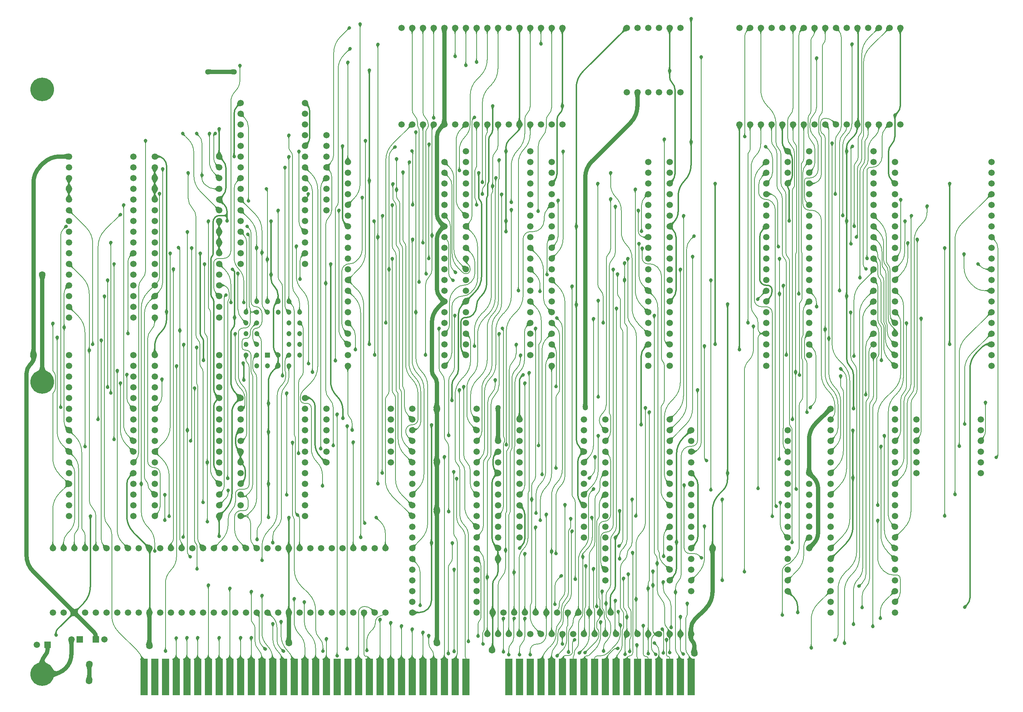
<source format=gbl>
%TF.GenerationSoftware,KiCad,Pcbnew,9.0.5*%
%TF.CreationDate,2025-10-12T15:12:11+02:00*%
%TF.ProjectId,Coprocessor Board - Main,436f7072-6f63-4657-9373-6f7220426f61,V0*%
%TF.SameCoordinates,Original*%
%TF.FileFunction,Copper,L2,Bot*%
%TF.FilePolarity,Positive*%
%FSLAX46Y46*%
G04 Gerber Fmt 4.6, Leading zero omitted, Abs format (unit mm)*
G04 Created by KiCad (PCBNEW 9.0.5) date 2025-10-12 15:12:11*
%MOMM*%
%LPD*%
G01*
G04 APERTURE LIST*
%TA.AperFunction,ComponentPad*%
%ADD10C,1.500000*%
%TD*%
%TA.AperFunction,ComponentPad*%
%ADD11R,1.500000X1.500000*%
%TD*%
%TA.AperFunction,ComponentPad*%
%ADD12C,5.600000*%
%TD*%
%TA.AperFunction,ComponentPad*%
%ADD13C,1.200000*%
%TD*%
%TA.AperFunction,ComponentPad*%
%ADD14R,1.200000X1.200000*%
%TD*%
%TA.AperFunction,ConnectorPad*%
%ADD15R,1.780000X8.620000*%
%TD*%
%TA.AperFunction,ViaPad*%
%ADD16C,0.800000*%
%TD*%
%TA.AperFunction,ViaPad*%
%ADD17C,1.600000*%
%TD*%
%TA.AperFunction,ViaPad*%
%ADD18C,1.300000*%
%TD*%
%TA.AperFunction,Conductor*%
%ADD19C,0.380000*%
%TD*%
%TA.AperFunction,Conductor*%
%ADD20C,1.000000*%
%TD*%
%TA.AperFunction,Conductor*%
%ADD21C,0.200000*%
%TD*%
G04 APERTURE END LIST*
D10*
%TO.P,B16,64,A0*%
%TO.N,/A0*%
X-21590000Y30480000D03*
%TO.P,B16,63,A1*%
%TO.N,/A1*%
X-19050000Y30480000D03*
%TO.P,B16,62,A2*%
%TO.N,/A2*%
X-16510000Y30480000D03*
%TO.P,B16,61,A3*%
%TO.N,/A3*%
X-13970000Y30480000D03*
%TO.P,B16,60,A4*%
%TO.N,/A4*%
X-11430000Y30480000D03*
%TO.P,B16,59,A5*%
%TO.N,/A5*%
X-8890000Y30480000D03*
%TO.P,B16,58,A6*%
%TO.N,/A6*%
X-6350000Y30480000D03*
%TO.P,B16,57,A7*%
%TO.N,/A7*%
X-3810000Y30480000D03*
%TO.P,B16,56,A8*%
%TO.N,/A8*%
X-1270000Y30480000D03*
%TO.P,B16,55,GND*%
%TO.N,GND*%
X1270000Y30480000D03*
%TO.P,B16,54,A9*%
%TO.N,/A9*%
X3810000Y30480000D03*
%TO.P,B16,53,A10*%
%TO.N,/A10*%
X6350000Y30480000D03*
%TO.P,B16,52,A11*%
%TO.N,/A11*%
X8890000Y30480000D03*
%TO.P,B16,51,A12*%
%TO.N,/A12*%
X11430000Y30480000D03*
%TO.P,B16,50,A13*%
%TO.N,/A13*%
X13970000Y30480000D03*
%TO.P,B16,49,A14*%
%TO.N,/A14*%
X16510000Y30480000D03*
%TO.P,B16,48,A15*%
%TO.N,unconnected-(B16-A15-Pad48)*%
X19050000Y30480000D03*
%TO.P,B16,47,A16*%
%TO.N,unconnected-(B16-A16-Pad47)*%
X21590000Y30480000D03*
%TO.P,B16,46,~{RD}*%
%TO.N,/~{RD}*%
X24130000Y30480000D03*
%TO.P,B16,45,~{WD}*%
%TO.N,/~{WD}*%
X26670000Y30480000D03*
%TO.P,B16,44,S*%
%TO.N,unconnected-(B16-S-Pad44)*%
X29210000Y30480000D03*
%TO.P,B16,43,D7*%
%TO.N,/D0*%
X31750000Y30480000D03*
%TO.P,B16,42,GND*%
%TO.N,GND*%
X34290000Y30480000D03*
%TO.P,B16,41,D6*%
%TO.N,/D1*%
X36830000Y30480000D03*
%TO.P,B16,40,D5*%
%TO.N,/D2*%
X39370000Y30480000D03*
%TO.P,B16,39,D4*%
%TO.N,/D3*%
X41910000Y30480000D03*
%TO.P,B16,38,D3*%
%TO.N,/D4*%
X44450000Y30480000D03*
%TO.P,B16,37,D2*%
%TO.N,/D5*%
X46990000Y30480000D03*
%TO.P,B16,36,D1*%
%TO.N,/D6*%
X49530000Y30480000D03*
%TO.P,B16,35,5V*%
%TO.N,/5V*%
X52070000Y30480000D03*
%TO.P,B16,34,D0*%
%TO.N,/D7*%
X54610000Y30480000D03*
%TO.P,B16,33,Deivce_~{CS}*%
%TO.N,/~{Device Select}*%
X57150000Y30480000D03*
%TO.P,B16,32,Deivce_~{CS}_{IN}*%
%TO.N,~{Select Device}*%
X57150000Y15240000D03*
%TO.P,B16,31,D0_{IN/OUT}*%
%TO.N,DD7*%
X54610000Y15240000D03*
%TO.P,B16,30,D1_{IN/OUT}*%
%TO.N,DD6*%
X52070000Y15240000D03*
%TO.P,B16,29,D2_{IN/OUT}*%
%TO.N,DD5*%
X49530000Y15240000D03*
%TO.P,B16,28,D3_{IN/OUT}*%
%TO.N,DD4*%
X46990000Y15240000D03*
%TO.P,B16,27,D4_{IN/OUT}*%
%TO.N,DD3*%
X44450000Y15240000D03*
%TO.P,B16,26,D5_{IN/OUT}*%
%TO.N,DD2*%
X41910000Y15240000D03*
%TO.P,B16,25,D6_{IN/OUT}*%
%TO.N,DD1*%
X39370000Y15240000D03*
%TO.P,B16,24,D7_{IN/OUT}*%
%TO.N,DD0*%
X36830000Y15240000D03*
%TO.P,B16,23,GND*%
%TO.N,GND*%
X34290000Y15240000D03*
%TO.P,B16,22,S_{IN}*%
X31750000Y15240000D03*
%TO.P,B16,21,~{WD}_{IN}*%
%TO.N,D~{WD}*%
X29210000Y15240000D03*
%TO.P,B16,20,~{RD}_{IN}*%
%TO.N,D~{RD}*%
X26670000Y15240000D03*
%TO.P,B16,19,A16_{IN}*%
%TO.N,GND*%
X24130000Y15240000D03*
%TO.P,B16,18,A15_{IN}*%
X21590000Y15240000D03*
%TO.P,B16,17,A14_{IN}*%
%TO.N,AD14*%
X19050000Y15240000D03*
%TO.P,B16,16,A13_{IN}*%
%TO.N,AD13*%
X16510000Y15240000D03*
%TO.P,B16,15,A12_{IN}*%
%TO.N,AD12*%
X13970000Y15240000D03*
%TO.P,B16,14,A11_{IN}*%
%TO.N,AD11*%
X11430000Y15240000D03*
%TO.P,B16,13,A10_{IN}*%
%TO.N,AD10*%
X8890000Y15240000D03*
%TO.P,B16,12,A9_{IN}*%
%TO.N,AD9*%
X6350000Y15240000D03*
%TO.P,B16,11,A8_{IN}*%
%TO.N,AD8*%
X3810000Y15240000D03*
%TO.P,B16,10,GND*%
%TO.N,GND*%
X1270000Y15240000D03*
%TO.P,B16,9,A7_{IN}*%
%TO.N,AD7*%
X-1270000Y15240000D03*
%TO.P,B16,8,A6_{IN}*%
%TO.N,AD6*%
X-3810000Y15240000D03*
%TO.P,B16,7,A5_{IN}*%
%TO.N,AD5*%
X-6350000Y15240000D03*
%TO.P,B16,6,A4_{IN}*%
%TO.N,AD4*%
X-8890000Y15240000D03*
%TO.P,B16,5,A3_{IN}*%
%TO.N,AD3*%
X-11430000Y15240000D03*
%TO.P,B16,4,A2_{IN}*%
%TO.N,AD2*%
X-13970000Y15240000D03*
%TO.P,B16,3,5V*%
%TO.N,/5V*%
X-16510000Y15240000D03*
%TO.P,B16,2,A1_{IN}*%
%TO.N,AD1*%
X-19050000Y15240000D03*
%TO.P,B16,1,A0_{IN}*%
%TO.N,AD0*%
X-21590000Y15240000D03*
%TD*%
%TO.P,B17,32,~{Reset}*%
%TO.N,/~{Reset}*%
X60960000Y153670000D03*
%TO.P,B17,31,~{CAMemory0}*%
%TO.N,/~{CA1_{Memory0}}*%
X63500000Y153670000D03*
%TO.P,B17,30,~{CAMemory1}*%
%TO.N,/~{CA1_{Memory1}}*%
X66040000Y153670000D03*
%TO.P,B17,29,CLR*%
%TO.N,/Write Clear 1*%
X68580000Y153670000D03*
%TO.P,B17,28,GND*%
%TO.N,GND*%
X71120000Y153670000D03*
%TO.P,B17,27,~{INT}*%
%TO.N,/~{INT1}*%
X73660000Y153670000D03*
%TO.P,B17,26,INT*%
%TO.N,/INT1*%
X76200000Y153670000D03*
%TO.P,B17,25,CA0*%
%TO.N,/CA1_{0}*%
X78740000Y153670000D03*
%TO.P,B17,24,CA1*%
%TO.N,/CA1_{1}*%
X81280000Y153670000D03*
%TO.P,B17,23,CA2*%
%TO.N,/CA1_{2}*%
X83820000Y153670000D03*
%TO.P,B17,22,CA3*%
%TO.N,/CA1_{3}*%
X86360000Y153670000D03*
%TO.P,B17,21,GND*%
%TO.N,GND*%
X88900000Y153670000D03*
%TO.P,B17,20,CA4*%
%TO.N,/CA1_{4}*%
X91440000Y153670000D03*
%TO.P,B17,19,CA5*%
%TO.N,/CA1_{5}*%
X93980000Y153670000D03*
%TO.P,B17,18,CA6*%
%TO.N,/CA1_{6}*%
X96520000Y153670000D03*
%TO.P,B17,17,5V*%
%TO.N,/5V*%
X99060000Y153670000D03*
%TO.P,B17,16,CA7*%
%TO.N,/CA1_{7}*%
X99060000Y130810000D03*
%TO.P,B17,15,CA8*%
%TO.N,/CA1_{8}*%
X96520000Y130810000D03*
%TO.P,B17,14,CA9*%
%TO.N,/CA1_{9}*%
X93980000Y130810000D03*
%TO.P,B17,13,CA10*%
%TO.N,/CA1_{10}*%
X91440000Y130810000D03*
%TO.P,B17,12,GND*%
%TO.N,GND*%
X88900000Y130810000D03*
%TO.P,B17,11,CA11*%
%TO.N,/CA1_{11}*%
X86360000Y130810000D03*
%TO.P,B17,10,CA12*%
%TO.N,/CA1_{12}*%
X83820000Y130810000D03*
%TO.P,B17,9,CA13*%
%TO.N,/CA1_{13}*%
X81280000Y130810000D03*
%TO.P,B17,8,CA14*%
%TO.N,/CA1_{14}*%
X78740000Y130810000D03*
%TO.P,B17,7,CA15*%
%TO.N,/CA1_{15}*%
X76200000Y130810000D03*
%TO.P,B17,6,CA16*%
%TO.N,/CA1_{16}*%
X73660000Y130810000D03*
%TO.P,B17,5,GND*%
%TO.N,GND*%
X71120000Y130810000D03*
%TO.P,B17,4,CA17*%
%TO.N,/CA1_{17}*%
X68580000Y130810000D03*
%TO.P,B17,3,CA18*%
%TO.N,/CA1_{18}*%
X66040000Y130810000D03*
%TO.P,B17,2,CA19*%
%TO.N,/CA1_{19}*%
X63500000Y130810000D03*
%TO.P,B17,1,5V*%
%TO.N,/5V*%
X60960000Y130810000D03*
%TD*%
%TO.P,B4,24,3.3V*%
%TO.N,/3.3V*%
X38100000Y66040000D03*
%TO.P,B4,23,N.C.*%
%TO.N,unconnected-(B4-N.C.-Pad23)*%
X38100000Y63500000D03*
%TO.P,B4,22,N.C.*%
%TO.N,unconnected-(B4-N.C.-Pad22)*%
X38100000Y60960000D03*
%TO.P,B4,21,GND*%
%TO.N,GND*%
X38100000Y58420000D03*
%TO.P,B4,20,N.C.*%
%TO.N,unconnected-(B4-N.C.-Pad20)*%
X38100000Y55880000D03*
%TO.P,B4,19,H2_{OUT}*%
%TO.N,HD2*%
X38100000Y53340000D03*
%TO.P,B4,18,H1_{OUT}*%
%TO.N,HD1*%
X38100000Y50800000D03*
%TO.P,B4,17,H0_{OUT}*%
%TO.N,HD0*%
X38100000Y48260000D03*
%TO.P,B4,16,GND*%
%TO.N,GND*%
X38100000Y45720000D03*
%TO.P,B4,15,N.C.*%
%TO.N,unconnected-(B4-N.C.-Pad15)*%
X38100000Y43180000D03*
%TO.P,B4,14,N.C.*%
%TO.N,unconnected-(B4-N.C.-Pad14)*%
X38100000Y40640000D03*
%TO.P,B4,13,5V*%
%TO.N,/5V*%
X38100000Y38100000D03*
%TO.P,B4,12,~{WD}*%
%TO.N,/~{WD}*%
X22860000Y38100000D03*
%TO.P,B4,11,~{Device_Select}*%
%TO.N,/~{Device Select}*%
X22860000Y40640000D03*
%TO.P,B4,10,~{RD}*%
%TO.N,/~{RD}*%
X22860000Y43180000D03*
%TO.P,B4,9,GND*%
%TO.N,GND*%
X22860000Y45720000D03*
%TO.P,B4,8,H0_{REG}*%
%TO.N,/3.3V*%
X22860000Y48260000D03*
%TO.P,B4,7,H1_{REG}*%
%TO.N,GND*%
X22860000Y50800000D03*
%TO.P,B4,6,H2_{REG}*%
X22860000Y53340000D03*
%TO.P,B4,5,~{Device_ROM}*%
%TO.N,/~{Device ROM}*%
X22860000Y55880000D03*
%TO.P,B4,4,GND*%
%TO.N,GND*%
X22860000Y58420000D03*
%TO.P,B4,3,~{Device_Registers}*%
%TO.N,/~{Device Registers}*%
X22860000Y60960000D03*
%TO.P,B4,2,~{Device_RAM}*%
%TO.N,/~{Device RAM}*%
X22860000Y63500000D03*
%TO.P,B4,1,5V*%
%TO.N,/5V*%
X22860000Y66040000D03*
%TD*%
%TO.P,B33,32,~{OE}*%
%TO.N,GND*%
X38100000Y135890000D03*
%TO.P,B33,31,N.C.*%
%TO.N,unconnected-(B33-N.C.-Pad31)*%
X38100000Y133350000D03*
%TO.P,B33,30,N.C.*%
%TO.N,unconnected-(B33-N.C.-Pad30)*%
X38100000Y130810000D03*
%TO.P,B33,29,Q7*%
%TO.N,/CRun3*%
X38100000Y128270000D03*
%TO.P,B33,28,GND*%
%TO.N,GND*%
X38100000Y125730000D03*
%TO.P,B33,27,Q6*%
%TO.N,/CRun2*%
X38100000Y123190000D03*
%TO.P,B33,26,Q5*%
%TO.N,/CRun1*%
X38100000Y120650000D03*
%TO.P,B33,25,Q4*%
%TO.N,/CRun0*%
X38100000Y118110000D03*
%TO.P,B33,24,Q3*%
%TO.N,/CAccess3*%
X38100000Y115570000D03*
%TO.P,B33,23,Q2*%
%TO.N,/CAccess2*%
X38100000Y113030000D03*
%TO.P,B33,22,Q1*%
%TO.N,/CAccess1*%
X38100000Y110490000D03*
%TO.P,B33,21,GND*%
%TO.N,GND*%
X38100000Y107950000D03*
%TO.P,B33,20,Q0*%
%TO.N,/CAccess0*%
X38100000Y105410000D03*
%TO.P,B33,19,N.C.*%
%TO.N,unconnected-(B33-N.C.-Pad19)*%
X38100000Y102870000D03*
%TO.P,B33,18,Read*%
%TO.N,/Read Register*%
X38100000Y100330000D03*
%TO.P,B33,17,5V*%
%TO.N,/5V*%
X38100000Y97790000D03*
%TO.P,B33,16,N.C.*%
%TO.N,unconnected-(B33-N.C.-Pad16)*%
X22860000Y97790000D03*
%TO.P,B33,15,N.C.*%
%TO.N,unconnected-(B33-N.C.-Pad15)*%
X22860000Y100330000D03*
%TO.P,B33,14,N.C.*%
%TO.N,unconnected-(B33-N.C.-Pad14)*%
X22860000Y102870000D03*
%TO.P,B33,13,D7*%
%TO.N,/D7*%
X22860000Y105410000D03*
%TO.P,B33,12,GND*%
%TO.N,GND*%
X22860000Y107950000D03*
%TO.P,B33,11,D6*%
%TO.N,/D6*%
X22860000Y110490000D03*
%TO.P,B33,10,D5*%
%TO.N,/D5*%
X22860000Y113030000D03*
%TO.P,B33,9,D4*%
%TO.N,/D4*%
X22860000Y115570000D03*
%TO.P,B33,8,D3*%
%TO.N,/D3*%
X22860000Y118110000D03*
%TO.P,B33,7,D2*%
%TO.N,/D2*%
X22860000Y120650000D03*
%TO.P,B33,6,D1*%
%TO.N,/D1*%
X22860000Y123190000D03*
%TO.P,B33,5,GND*%
%TO.N,GND*%
X22860000Y125730000D03*
%TO.P,B33,4,D0*%
%TO.N,/D0*%
X22860000Y128270000D03*
%TO.P,B33,3,N.C.*%
%TO.N,unconnected-(B33-N.C.-Pad3)*%
X22860000Y130810000D03*
%TO.P,B33,2,Latch*%
%TO.N,/Write Register*%
X22860000Y133350000D03*
%TO.P,B33,1,5V*%
%TO.N,/5V*%
X22860000Y135890000D03*
%TD*%
%TO.P,J3,8,Pin_8*%
%TO.N,GND*%
X157480000Y30480000D03*
%TO.P,J3,7,Pin_7*%
%TO.N,/M~{Memory4\u20225}*%
X157480000Y33020000D03*
%TO.P,J3,6,Pin_6*%
%TO.N,/M~{Memory6\u20227}*%
X157480000Y35560000D03*
%TO.P,J3,5,Pin_5*%
%TO.N,/M~{Memory7}*%
X157480000Y38100000D03*
%TO.P,J3,4,Pin_4*%
%TO.N,/M~{Memory6}*%
X157480000Y40640000D03*
%TO.P,J3,3,Pin_3*%
%TO.N,/M~{Memory5}*%
X157480000Y43180000D03*
%TO.P,J3,2,Pin_2*%
%TO.N,/M~{Memory4}*%
X157480000Y45720000D03*
%TO.P,J3,1,Pin_1*%
%TO.N,GND*%
X157480000Y48260000D03*
%TD*%
%TO.P,C4,2*%
%TO.N,GND*%
X-17189200Y8890000D03*
D11*
%TO.P,C4,1*%
%TO.N,12V*%
X-15189200Y8890000D03*
%TD*%
D12*
%TO.P,H10,1,GND*%
%TO.N,GND*%
X-24079200Y635000D03*
%TD*%
D10*
%TO.P,B2,40,~{RD}*%
%TO.N,/CA0~{_{RD}}*%
X147320000Y121920000D03*
%TO.P,B2,39,~{WD}*%
%TO.N,/CA0~{_{WD}}*%
X147320000Y119380000D03*
%TO.P,B2,38,~{DE}*%
%TO.N,/CAccess0*%
X147320000Y116840000D03*
%TO.P,B2,37,D0*%
%TO.N,/Q0D_{0}*%
X147320000Y114300000D03*
%TO.P,B2,36,D1*%
%TO.N,/Q0D_{1}*%
X147320000Y111760000D03*
%TO.P,B2,35,D2*%
%TO.N,/Q0D_{2}*%
X147320000Y109220000D03*
%TO.P,B2,34,GND*%
%TO.N,GND*%
X147320000Y106680000D03*
%TO.P,B2,33,D3*%
%TO.N,/Q0D_{3}*%
X147320000Y104140000D03*
%TO.P,B2,32,D4*%
%TO.N,/Q0D_{4}*%
X147320000Y101600000D03*
%TO.P,B2,31,D5*%
%TO.N,/Q0D_{5}*%
X147320000Y99060000D03*
%TO.P,B2,30,D6*%
%TO.N,/Q0D_{6}*%
X147320000Y96520000D03*
%TO.P,B2,29,D7*%
%TO.N,/Q0D_{7}*%
X147320000Y93980000D03*
%TO.P,B2,28,~{Reset}*%
%TO.N,/C~{Reset}0*%
X147320000Y91440000D03*
%TO.P,B2,27,GND*%
%TO.N,GND*%
X147320000Y88900000D03*
%TO.P,B2,26,PHI2*%
%TO.N,/CPHI2_{0}*%
X147320000Y86360000D03*
%TO.P,B2,25,BA3*%
%TO.N,/CA0_{19}*%
X147320000Y83820000D03*
%TO.P,B2,24,BA2*%
%TO.N,/CA0_{18}*%
X147320000Y81280000D03*
%TO.P,B2,23,5V*%
%TO.N,/W65C816V*%
X147320000Y78740000D03*
%TO.P,B2,22,BA1*%
%TO.N,/CA0_{17}*%
X147320000Y76200000D03*
%TO.P,B2,21,BA0*%
%TO.N,/CA0_{16}*%
X147320000Y73660000D03*
%TO.P,B2,20,Bank_Latch*%
%TO.N,/Bank Latch_{0}*%
X124460000Y73660000D03*
%TO.P,B2,19,A15*%
%TO.N,/CA0_{15}*%
X124460000Y76200000D03*
%TO.P,B2,18,A14*%
%TO.N,/CA0_{14}*%
X124460000Y78740000D03*
%TO.P,B2,17,A13*%
%TO.N,/CA0_{13}*%
X124460000Y81280000D03*
%TO.P,B2,16,A12*%
%TO.N,/CA0_{12}*%
X124460000Y83820000D03*
%TO.P,B2,15,A11*%
%TO.N,/CA0_{11}*%
X124460000Y86360000D03*
%TO.P,B2,14,GND*%
%TO.N,GND*%
X124460000Y88900000D03*
%TO.P,B2,13,A10*%
%TO.N,/CA0_{10}*%
X124460000Y91440000D03*
%TO.P,B2,12,A9*%
%TO.N,/CA0_{9}*%
X124460000Y93980000D03*
%TO.P,B2,11,A8*%
%TO.N,/CA0_{8}*%
X124460000Y96520000D03*
%TO.P,B2,10,A7*%
%TO.N,/CA0_{7}*%
X124460000Y99060000D03*
%TO.P,B2,9,A6*%
%TO.N,/CA0_{6}*%
X124460000Y101600000D03*
%TO.P,B2,8,A5*%
%TO.N,/CA0_{5}*%
X124460000Y104140000D03*
%TO.P,B2,7,GND*%
%TO.N,GND*%
X124460000Y106680000D03*
%TO.P,B2,6,A4*%
%TO.N,/CA0_{4}*%
X124460000Y109220000D03*
%TO.P,B2,5,A3*%
%TO.N,/CA0_{3}*%
X124460000Y111760000D03*
%TO.P,B2,4,A2*%
%TO.N,/CA0_{2}*%
X124460000Y114300000D03*
%TO.P,B2,3,5V*%
%TO.N,/W65C816V*%
X124460000Y116840000D03*
%TO.P,B2,2,A1*%
%TO.N,/CA0_{1}*%
X124460000Y119380000D03*
%TO.P,B2,1,A0*%
%TO.N,/CA0_{0}*%
X124460000Y121920000D03*
%TD*%
%TO.P,LED1,2,A*%
%TO.N,Net-(LED1-A)*%
X-25349200Y7620000D03*
D11*
%TO.P,LED1,1,K*%
%TO.N,GND*%
X-22809200Y7620000D03*
%TD*%
D10*
%TO.P,B7,12,GND*%
%TO.N,GND*%
X198120000Y60960000D03*
%TO.P,B7,11,N.C.*%
%TO.N,unconnected-(B7-N.C.-Pad11)*%
X198120000Y58420000D03*
%TO.P,B7,10,Bank_Latch*%
%TO.N,/Bank Latch_{0}*%
X198120000Y55880000D03*
%TO.P,B7,9,~{Data_Output}*%
%TO.N,unconnected-(B7-~{Data_Output}-Pad9)*%
X198120000Y53340000D03*
%TO.P,B7,8,N.C.*%
%TO.N,unconnected-(B7-N.C.-Pad8)*%
X198120000Y50800000D03*
%TO.P,B7,7,N.C.*%
%TO.N,unconnected-(B7-N.C.-Pad7)*%
X198120000Y48260000D03*
%TO.P,B7,6,3.3V*%
%TO.N,/3.3V*%
X182880000Y48260000D03*
%TO.P,B7,5,N.C.*%
%TO.N,unconnected-(B7-N.C.-Pad5)*%
X182880000Y50800000D03*
%TO.P,B7,4,N.C.*%
%TO.N,unconnected-(B7-N.C.-Pad4)*%
X182880000Y53340000D03*
%TO.P,B7,3,~{PHI2}*%
%TO.N,/CPHI2_{0}*%
X182880000Y55880000D03*
%TO.P,B7,2,N.C.*%
%TO.N,unconnected-(B7-N.C.-Pad2)*%
X182880000Y58420000D03*
%TO.P,B7,1,N.C.*%
%TO.N,unconnected-(B7-N.C.-Pad1)*%
X182880000Y60960000D03*
%TD*%
%TO.P,B19,12,GND*%
%TO.N,GND*%
X114300000Y153670000D03*
%TO.P,B19,11,N.C.*%
%TO.N,unconnected-(B19-N.C.-Pad11)*%
X116840000Y153670000D03*
%TO.P,B19,10,N.C.*%
%TO.N,unconnected-(B19-N.C.-Pad10)*%
X119380000Y153670000D03*
%TO.P,B19,9,N.C.*%
%TO.N,unconnected-(B19-N.C.-Pad9)*%
X121920000Y153670000D03*
%TO.P,B19,8,W65C816V*%
%TO.N,/W65C816V*%
X124460000Y153670000D03*
%TO.P,B19,7,N.C.*%
%TO.N,unconnected-(B19-N.C.-Pad7)*%
X127000000Y153670000D03*
%TO.P,B19,6,N.C.*%
%TO.N,unconnected-(B19-N.C.-Pad6)*%
X127000000Y138430000D03*
%TO.P,B19,5,N.C.*%
%TO.N,unconnected-(B19-N.C.-Pad5)*%
X124460000Y138430000D03*
%TO.P,B19,4,5V*%
%TO.N,/5V*%
X121920000Y138430000D03*
%TO.P,B19,3,N.C.*%
%TO.N,unconnected-(B19-N.C.-Pad3)*%
X119380000Y138430000D03*
%TO.P,B19,2,12V*%
%TO.N,12V*%
X116840000Y138430000D03*
%TO.P,B19,1,N.C.*%
%TO.N,unconnected-(B19-N.C.-Pad1)*%
X114300000Y138430000D03*
%TD*%
%TO.P,B14,40,GND*%
%TO.N,GND*%
X78740000Y63500000D03*
%TO.P,B14,39,Q11*%
%TO.N,/Q1_{0}*%
X78740000Y60960000D03*
%TO.P,B14,38,Q10*%
%TO.N,/Q1_{1}*%
X78740000Y58420000D03*
%TO.P,B14,37,Q9*%
%TO.N,/Q1_{2}*%
X78740000Y55880000D03*
%TO.P,B14,36,Q8*%
%TO.N,/Q1_{3}*%
X78740000Y53340000D03*
%TO.P,B14,35,Q7*%
%TO.N,/Q1_{4}*%
X78740000Y50800000D03*
%TO.P,B14,34,Q6*%
%TO.N,/Q1_{5}*%
X78740000Y48260000D03*
%TO.P,B14,33,Q5*%
%TO.N,/Q1_{6}*%
X78740000Y45720000D03*
%TO.P,B14,32,Q4*%
%TO.N,/Q1_{7}*%
X78740000Y43180000D03*
%TO.P,B14,31,Q3*%
%TO.N,/Q1_{8}*%
X78740000Y40640000D03*
%TO.P,B14,30,Q2*%
%TO.N,/Q1_{9}*%
X78740000Y38100000D03*
%TO.P,B14,29,Q1*%
%TO.N,/Q1_{10}*%
X78740000Y35560000D03*
%TO.P,B14,28,Q0*%
%TO.N,/Q1_{11}*%
X78740000Y33020000D03*
%TO.P,B14,27,B0*%
%TO.N,AM11*%
X78740000Y30480000D03*
%TO.P,B14,26,B1*%
%TO.N,AM10*%
X78740000Y27940000D03*
%TO.P,B14,25,B2*%
%TO.N,AM9*%
X78740000Y25400000D03*
%TO.P,B14,24,B3*%
%TO.N,AM8*%
X78740000Y22860000D03*
%TO.P,B14,23,B4*%
%TO.N,AM7*%
X78740000Y20320000D03*
%TO.P,B14,22,B5*%
%TO.N,AM6*%
X78740000Y17780000D03*
%TO.P,B14,21,B6*%
%TO.N,AM5*%
X78740000Y15240000D03*
%TO.P,B14,20,5V*%
%TO.N,/5V*%
X63500000Y15240000D03*
%TO.P,B14,19,B7*%
%TO.N,AM4*%
X63500000Y17780000D03*
%TO.P,B14,18,B8*%
%TO.N,AM3*%
X63500000Y20320000D03*
%TO.P,B14,17,B9*%
%TO.N,AM2*%
X63500000Y22860000D03*
%TO.P,B14,16,B10*%
%TO.N,AM1*%
X63500000Y25400000D03*
%TO.P,B14,15,B11*%
%TO.N,AM0*%
X63500000Y27940000D03*
%TO.P,B14,14,A0*%
%TO.N,/CA1_{11}*%
X63500000Y30480000D03*
%TO.P,B14,13,A1*%
%TO.N,/CA1_{10}*%
X63500000Y33020000D03*
%TO.P,B14,12,A2*%
%TO.N,/CA1_{9}*%
X63500000Y35560000D03*
%TO.P,B14,11,A3*%
%TO.N,/CA1_{8}*%
X63500000Y38100000D03*
%TO.P,B14,10,A4*%
%TO.N,/CA1_{7}*%
X63500000Y40640000D03*
%TO.P,B14,9,A5*%
%TO.N,/CA1_{6}*%
X63500000Y43180000D03*
%TO.P,B14,8,A6*%
%TO.N,/CA1_{5}*%
X63500000Y45720000D03*
%TO.P,B14,7,A7*%
%TO.N,/CA1_{4}*%
X63500000Y48260000D03*
%TO.P,B14,6,A8*%
%TO.N,/CA1_{3}*%
X63500000Y50800000D03*
%TO.P,B14,5,A9*%
%TO.N,/CA1_{2}*%
X63500000Y53340000D03*
%TO.P,B14,4,A10*%
%TO.N,/CA1_{1}*%
X63500000Y55880000D03*
%TO.P,B14,3,A11*%
%TO.N,/CA1_{0}*%
X63500000Y58420000D03*
%TO.P,B14,2,S*%
%TO.N,/CAccess1*%
X63500000Y60960000D03*
%TO.P,B14,1,~{E}*%
%TO.N,GND*%
X63500000Y63500000D03*
%TD*%
%TO.P,B9,32,N.C.*%
%TO.N,unconnected-(B9-N.C.-Pad32)*%
X17780000Y76200000D03*
%TO.P,B9,31,N.C.*%
%TO.N,unconnected-(B9-N.C.-Pad31)*%
X17780000Y73660000D03*
%TO.P,B9,30,INT*%
%TO.N,unconnected-(B9-INT-Pad30)*%
X17780000Y71120000D03*
%TO.P,B9,29,~{INT}*%
%TO.N,~{Device Interrupt}*%
X17780000Y68580000D03*
%TO.P,B9,28,GND*%
%TO.N,GND*%
X17780000Y66040000D03*
%TO.P,B9,27,Enable*%
%TO.N,unconnected-(B9-Enable-Pad27)*%
X17780000Y63500000D03*
%TO.P,B9,26,~{Enable}*%
%TO.N,~{Device Enable}*%
X17780000Y60960000D03*
%TO.P,B9,25,N.C.*%
%TO.N,unconnected-(B9-N.C.-Pad25)*%
X17780000Y58420000D03*
%TO.P,B9,24,F5*%
%TO.N,unconnected-(B9-F5-Pad24)*%
X17780000Y55880000D03*
%TO.P,B9,23,F4*%
%TO.N,unconnected-(B9-F4-Pad23)*%
X17780000Y53340000D03*
%TO.P,B9,22,F3*%
%TO.N,/C~{Reset}3*%
X17780000Y50800000D03*
%TO.P,B9,21,GND*%
%TO.N,GND*%
X17780000Y48260000D03*
%TO.P,B9,20,F2*%
%TO.N,/C~{Reset}2*%
X17780000Y45720000D03*
%TO.P,B9,19,F1*%
%TO.N,/C~{Reset}1*%
X17780000Y43180000D03*
%TO.P,B9,18,F0*%
%TO.N,/C~{Reset}0*%
X17780000Y40640000D03*
%TO.P,B9,17,5V*%
%TO.N,/5V*%
X17780000Y38100000D03*
%TO.P,B9,16,D0*%
%TO.N,/D0*%
X2540000Y38100000D03*
%TO.P,B9,15,D1*%
%TO.N,/D1*%
X2540000Y40640000D03*
%TO.P,B9,14,D2*%
%TO.N,/D2*%
X2540000Y43180000D03*
%TO.P,B9,13,D3*%
%TO.N,/D3*%
X2540000Y45720000D03*
%TO.P,B9,12,GND*%
%TO.N,GND*%
X2540000Y48260000D03*
%TO.P,B9,11,D4*%
%TO.N,/D4*%
X2540000Y50800000D03*
%TO.P,B9,10,D5*%
%TO.N,/D5*%
X2540000Y53340000D03*
%TO.P,B9,9,D6*%
%TO.N,/D6*%
X2540000Y55880000D03*
%TO.P,B9,8,D7*%
%TO.N,/D7*%
X2540000Y58420000D03*
%TO.P,B9,7,Write_Flags*%
%TO.N,/Write Flags*%
X2540000Y60960000D03*
%TO.P,B9,6,Read_Flags*%
%TO.N,/Read Flags*%
X2540000Y63500000D03*
%TO.P,B9,5,GND*%
%TO.N,GND*%
X2540000Y66040000D03*
%TO.P,B9,4,~{Set_Interrupt_on_CLK}*%
%TO.N,/~{INT}*%
X2540000Y68580000D03*
%TO.P,B9,3,Write_Clear_Interrupt*%
%TO.N,/Write Clear Interrupt*%
X2540000Y71120000D03*
%TO.P,B9,2,Interrupt_CLK*%
%TO.N,Main CLK*%
X2540000Y73660000D03*
%TO.P,B9,1,5V*%
%TO.N,/5V*%
X2540000Y76200000D03*
%TD*%
%TO.P,B8,40,GND*%
%TO.N,GND*%
X177800000Y63500000D03*
%TO.P,B8,39,Q11*%
%TO.N,/Q0*%
X177800000Y60960000D03*
%TO.P,B8,38,Q10*%
%TO.N,/Q0_{12}*%
X177800000Y58420000D03*
%TO.P,B8,37,Q9*%
%TO.N,/Q0_{13}*%
X177800000Y55880000D03*
%TO.P,B8,36,Q8*%
%TO.N,/Q0_{14}*%
X177800000Y53340000D03*
%TO.P,B8,35,Q7*%
%TO.N,/Q0_{15}*%
X177800000Y50800000D03*
%TO.P,B8,34,Q6*%
%TO.N,/Q0_{16}*%
X177800000Y48260000D03*
%TO.P,B8,33,Q5*%
%TO.N,/Q0_{17}*%
X177800000Y45720000D03*
%TO.P,B8,32,Q4*%
%TO.N,/Q0_{18}*%
X177800000Y43180000D03*
%TO.P,B8,31,Q3*%
%TO.N,/Q0_{~{WD}}*%
X177800000Y40640000D03*
%TO.P,B8,30,Q2*%
%TO.N,/Q0_{~{RD}}*%
X177800000Y38100000D03*
%TO.P,B8,29,Q1*%
%TO.N,/Q0_{~{Memory1}}*%
X177800000Y35560000D03*
%TO.P,B8,28,Q0*%
%TO.N,/Q0_{~{Memory0}}*%
X177800000Y33020000D03*
%TO.P,B8,27,B0*%
%TO.N,/M~{Memory0}*%
X177800000Y30480000D03*
%TO.P,B8,26,B1*%
%TO.N,/M~{Memory1}*%
X177800000Y27940000D03*
%TO.P,B8,25,B2*%
%TO.N,~{Main RD}*%
X177800000Y25400000D03*
%TO.P,B8,24,B3*%
%TO.N,~{Main WD}*%
X177800000Y22860000D03*
%TO.P,B8,23,B4*%
%TO.N,AM18*%
X177800000Y20320000D03*
%TO.P,B8,22,B5*%
%TO.N,AM17*%
X177800000Y17780000D03*
%TO.P,B8,21,B6*%
%TO.N,AM16*%
X177800000Y15240000D03*
%TO.P,B8,20,5V*%
%TO.N,/5V*%
X162560000Y15240000D03*
%TO.P,B8,19,B7*%
%TO.N,AM15*%
X162560000Y17780000D03*
%TO.P,B8,18,B8*%
%TO.N,AM14*%
X162560000Y20320000D03*
%TO.P,B8,17,B9*%
%TO.N,AM13*%
X162560000Y22860000D03*
%TO.P,B8,16,B10*%
%TO.N,AM12*%
X162560000Y25400000D03*
%TO.P,B8,15,B11*%
%TO.N,/3.3V*%
X162560000Y27940000D03*
%TO.P,B8,14,A0*%
%TO.N,/~{CA0_{Memory0}}*%
X162560000Y30480000D03*
%TO.P,B8,13,A1*%
%TO.N,/~{CA0_{Memory1}}*%
X162560000Y33020000D03*
%TO.P,B8,12,A2*%
%TO.N,/CA0~{_{RD}}*%
X162560000Y35560000D03*
%TO.P,B8,11,A3*%
%TO.N,/CA0~{_{WD}}*%
X162560000Y38100000D03*
%TO.P,B8,10,A4*%
%TO.N,/CA0_{18}*%
X162560000Y40640000D03*
%TO.P,B8,9,A5*%
%TO.N,/CA0_{17}*%
X162560000Y43180000D03*
%TO.P,B8,8,A6*%
%TO.N,/CA0_{16}*%
X162560000Y45720000D03*
%TO.P,B8,7,A7*%
%TO.N,/CA0_{15}*%
X162560000Y48260000D03*
%TO.P,B8,6,A8*%
%TO.N,/CA0_{14}*%
X162560000Y50800000D03*
%TO.P,B8,5,A9*%
%TO.N,/CA0_{13}*%
X162560000Y53340000D03*
%TO.P,B8,4,A10*%
%TO.N,/CA0_{12}*%
X162560000Y55880000D03*
%TO.P,B8,3,A11*%
%TO.N,/3.3V*%
X162560000Y58420000D03*
%TO.P,B8,2,S*%
%TO.N,/CAccess0*%
X162560000Y60960000D03*
%TO.P,B8,1,~{E}*%
%TO.N,GND*%
X162560000Y63500000D03*
%TD*%
%TO.P,C3,2*%
%TO.N,GND*%
X-9379200Y8890000D03*
D11*
%TO.P,C3,1*%
%TO.N,/5V*%
X-11379200Y8890000D03*
%TD*%
D10*
%TO.P,B10,32,S12*%
%TO.N,GND*%
X17780000Y123190000D03*
%TO.P,B10,31,S11*%
%TO.N,/Q3*%
X17780000Y120650000D03*
%TO.P,B10,30,S10*%
%TO.N,/Q2*%
X17780000Y118110000D03*
%TO.P,B10,29,S9*%
%TO.N,/Q1*%
X17780000Y115570000D03*
%TO.P,B10,28,GND*%
%TO.N,GND*%
X17780000Y113030000D03*
%TO.P,B10,27,S8*%
%TO.N,/Q0*%
X17780000Y110490000D03*
%TO.P,B10,26,S7*%
%TO.N,/3.3V*%
X17780000Y107950000D03*
%TO.P,B10,25,S6*%
X17780000Y105410000D03*
%TO.P,B10,24,S5*%
X17780000Y102870000D03*
%TO.P,B10,23,S4*%
X17780000Y100330000D03*
%TO.P,B10,22,S3*%
%TO.N,/INT3*%
X17780000Y97790000D03*
%TO.P,B10,21,GND*%
%TO.N,GND*%
X17780000Y95250000D03*
%TO.P,B10,20,S2*%
%TO.N,/INT2*%
X17780000Y92710000D03*
%TO.P,B10,19,S1*%
%TO.N,/INT1*%
X17780000Y90170000D03*
%TO.P,B10,18,S0*%
%TO.N,/INT0*%
X17780000Y87630000D03*
%TO.P,B10,17,5V*%
%TO.N,/5V*%
X17780000Y85090000D03*
%TO.P,B10,16,D0*%
%TO.N,/D0*%
X2540000Y85090000D03*
%TO.P,B10,15,D1*%
%TO.N,/D1*%
X2540000Y87630000D03*
%TO.P,B10,14,D2*%
%TO.N,/D2*%
X2540000Y90170000D03*
%TO.P,B10,13,D3*%
%TO.N,/D3*%
X2540000Y92710000D03*
%TO.P,B10,12,GND*%
%TO.N,GND*%
X2540000Y95250000D03*
%TO.P,B10,11,D4*%
%TO.N,/D4*%
X2540000Y97790000D03*
%TO.P,B10,10,D5*%
%TO.N,/D5*%
X2540000Y100330000D03*
%TO.P,B10,9,D6*%
%TO.N,/D6*%
X2540000Y102870000D03*
%TO.P,B10,8,D7*%
%TO.N,/D7*%
X2540000Y105410000D03*
%TO.P,B10,7,Read_State_High*%
%TO.N,/Read State High*%
X2540000Y107950000D03*
%TO.P,B10,6,Read_State_Low*%
%TO.N,/Read State Low*%
X2540000Y110490000D03*
%TO.P,B10,5,GND*%
%TO.N,GND*%
X2540000Y113030000D03*
%TO.P,B10,4,S15*%
X2540000Y115570000D03*
%TO.P,B10,3,S14*%
X2540000Y118110000D03*
%TO.P,B10,2,S13*%
X2540000Y120650000D03*
%TO.P,B10,1,5V*%
%TO.N,/5V*%
X2540000Y123190000D03*
%TD*%
%TO.P,B3,32,~{Reset}*%
%TO.N,/~{Reset}*%
X140970000Y153670000D03*
%TO.P,B3,31,~{CAMemory0}*%
%TO.N,/~{CA0_{Memory0}}*%
X143510000Y153670000D03*
%TO.P,B3,30,~{CAMemory1}*%
%TO.N,/~{CA0_{Memory1}}*%
X146050000Y153670000D03*
%TO.P,B3,29,CLR*%
%TO.N,/Write Clear 0*%
X148590000Y153670000D03*
%TO.P,B3,28,GND*%
%TO.N,GND*%
X151130000Y153670000D03*
%TO.P,B3,27,~{INT}*%
%TO.N,/~{INT0}*%
X153670000Y153670000D03*
%TO.P,B3,26,INT*%
%TO.N,/INT0*%
X156210000Y153670000D03*
%TO.P,B3,25,CA0*%
%TO.N,/CA0_{0}*%
X158750000Y153670000D03*
%TO.P,B3,24,CA1*%
%TO.N,/CA0_{1}*%
X161290000Y153670000D03*
%TO.P,B3,23,CA2*%
%TO.N,/CA0_{2}*%
X163830000Y153670000D03*
%TO.P,B3,22,CA3*%
%TO.N,/CA0_{3}*%
X166370000Y153670000D03*
%TO.P,B3,21,GND*%
%TO.N,GND*%
X168910000Y153670000D03*
%TO.P,B3,20,CA4*%
%TO.N,/CA0_{4}*%
X171450000Y153670000D03*
%TO.P,B3,19,CA5*%
%TO.N,/CA0_{5}*%
X173990000Y153670000D03*
%TO.P,B3,18,CA6*%
%TO.N,/CA0_{6}*%
X176530000Y153670000D03*
%TO.P,B3,17,5V*%
%TO.N,/5V*%
X179070000Y153670000D03*
%TO.P,B3,16,CA7*%
%TO.N,/CA0_{7}*%
X179070000Y130810000D03*
%TO.P,B3,15,CA8*%
%TO.N,/CA0_{8}*%
X176530000Y130810000D03*
%TO.P,B3,14,CA9*%
%TO.N,/CA0_{9}*%
X173990000Y130810000D03*
%TO.P,B3,13,CA10*%
%TO.N,/CA0_{10}*%
X171450000Y130810000D03*
%TO.P,B3,12,GND*%
%TO.N,GND*%
X168910000Y130810000D03*
%TO.P,B3,11,CA11*%
%TO.N,/CA0_{11}*%
X166370000Y130810000D03*
%TO.P,B3,10,CA12*%
%TO.N,/CA0_{12}*%
X163830000Y130810000D03*
%TO.P,B3,9,CA13*%
%TO.N,/CA0_{13}*%
X161290000Y130810000D03*
%TO.P,B3,8,CA14*%
%TO.N,/CA0_{14}*%
X158750000Y130810000D03*
%TO.P,B3,7,CA15*%
%TO.N,/CA0_{15}*%
X156210000Y130810000D03*
%TO.P,B3,6,CA16*%
%TO.N,/CA0_{16}*%
X153670000Y130810000D03*
%TO.P,B3,5,GND*%
%TO.N,GND*%
X151130000Y130810000D03*
%TO.P,B3,4,CA17*%
%TO.N,/CA0_{17}*%
X148590000Y130810000D03*
%TO.P,B3,3,CA18*%
%TO.N,/CA0_{18}*%
X146050000Y130810000D03*
%TO.P,B3,2,CA19*%
%TO.N,/CA0_{19}*%
X143510000Y130810000D03*
%TO.P,B3,1,5V*%
%TO.N,/5V*%
X140970000Y130810000D03*
%TD*%
%TO.P,J7,4,Pin_4*%
%TO.N,GND*%
X152400000Y116840000D03*
%TO.P,J7,3,Pin_3*%
%TO.N,/Q2*%
X152400000Y119380000D03*
%TO.P,J7,2,Pin_2*%
%TO.N,/Q3*%
X152400000Y121920000D03*
%TO.P,J7,1,Pin_1*%
%TO.N,GND*%
X152400000Y124460000D03*
%TD*%
%TO.P,J5,12,Pin_12*%
%TO.N,GND*%
X83820000Y27940000D03*
%TO.P,J5,11,Pin_11*%
X83820000Y30480000D03*
%TO.P,J5,10,Pin_10*%
%TO.N,/Write Clear 3*%
X83820000Y33020000D03*
%TO.P,J5,9,Pin_9*%
%TO.N,/Write Clear 2*%
X83820000Y35560000D03*
%TO.P,J5,8,Pin_8*%
%TO.N,/INT3*%
X83820000Y38100000D03*
%TO.P,J5,7,Pin_7*%
%TO.N,/~{INT3}*%
X83820000Y40640000D03*
%TO.P,J5,6,Pin_6*%
%TO.N,/INT2*%
X83820000Y43180000D03*
%TO.P,J5,5,Pin_5*%
%TO.N,/~{INT2}*%
X83820000Y45720000D03*
%TO.P,J5,4,Pin_4*%
%TO.N,GND*%
X83820000Y48260000D03*
%TO.P,J5,3,Pin_3*%
%TO.N,/40MHz*%
X83820000Y50800000D03*
%TO.P,J5,2,Pin_2*%
%TO.N,GND*%
X83820000Y53340000D03*
%TO.P,J5,1,Pin_1*%
%TO.N,12V*%
X83820000Y55880000D03*
%TD*%
%TO.P,J2,8,Pin_8*%
%TO.N,/C~{Reset}2*%
X43180000Y110490000D03*
%TO.P,J2,7,Pin_7*%
%TO.N,/CAccess2*%
X43180000Y113030000D03*
%TO.P,J2,6,Pin_6*%
%TO.N,/CAccess3*%
X43180000Y115570000D03*
%TO.P,J2,5,Pin_5*%
%TO.N,/C~{Reset}3*%
X43180000Y118110000D03*
%TO.P,J2,4,Pin_4*%
%TO.N,/~{Reset}*%
X43180000Y120650000D03*
%TO.P,J2,3,Pin_3*%
%TO.N,/CRun2*%
X43180000Y123190000D03*
%TO.P,J2,2,Pin_2*%
%TO.N,GND*%
X43180000Y125730000D03*
%TO.P,J2,1,Pin_1*%
%TO.N,/CRun3*%
X43180000Y128270000D03*
%TD*%
%TO.P,B6,40,~{RD}*%
%TO.N,/CA1~{_{RD}}*%
X71120000Y121920000D03*
%TO.P,B6,39,~{WD}*%
%TO.N,/CA1~{_{WD}}*%
X71120000Y119380000D03*
%TO.P,B6,38,~{DE}*%
%TO.N,/CAccess1*%
X71120000Y116840000D03*
%TO.P,B6,37,D0*%
%TO.N,/Q1D_{0}*%
X71120000Y114300000D03*
%TO.P,B6,36,D1*%
%TO.N,/Q1D_{1}*%
X71120000Y111760000D03*
%TO.P,B6,35,D2*%
%TO.N,/Q1D_{2}*%
X71120000Y109220000D03*
%TO.P,B6,34,GND*%
%TO.N,GND*%
X71120000Y106680000D03*
%TO.P,B6,33,D3*%
%TO.N,/Q1D_{3}*%
X71120000Y104140000D03*
%TO.P,B6,32,D4*%
%TO.N,/Q1D_{4}*%
X71120000Y101600000D03*
%TO.P,B6,31,D5*%
%TO.N,/Q1D_{5}*%
X71120000Y99060000D03*
%TO.P,B6,30,D6*%
%TO.N,/Q1D_{6}*%
X71120000Y96520000D03*
%TO.P,B6,29,D7*%
%TO.N,/Q1D_{7}*%
X71120000Y93980000D03*
%TO.P,B6,28,~{Reset}*%
%TO.N,/C~{Reset}1*%
X71120000Y91440000D03*
%TO.P,B6,27,GND*%
%TO.N,GND*%
X71120000Y88900000D03*
%TO.P,B6,26,PHI2*%
%TO.N,/CPHI2_{1}*%
X71120000Y86360000D03*
%TO.P,B6,25,BA3*%
%TO.N,/CA1_{19}*%
X71120000Y83820000D03*
%TO.P,B6,24,BA2*%
%TO.N,/CA1_{18}*%
X71120000Y81280000D03*
%TO.P,B6,23,5V*%
%TO.N,/W65C816V*%
X71120000Y78740000D03*
%TO.P,B6,22,BA1*%
%TO.N,/CA1_{17}*%
X71120000Y76200000D03*
%TO.P,B6,21,BA0*%
%TO.N,/CA1_{16}*%
X71120000Y73660000D03*
%TO.P,B6,20,Bank_Latch*%
%TO.N,/Bank Latch_{1}*%
X48260000Y73660000D03*
%TO.P,B6,19,A15*%
%TO.N,/CA1_{15}*%
X48260000Y76200000D03*
%TO.P,B6,18,A14*%
%TO.N,/CA1_{14}*%
X48260000Y78740000D03*
%TO.P,B6,17,A13*%
%TO.N,/CA1_{13}*%
X48260000Y81280000D03*
%TO.P,B6,16,A12*%
%TO.N,/CA1_{12}*%
X48260000Y83820000D03*
%TO.P,B6,15,A11*%
%TO.N,/CA1_{11}*%
X48260000Y86360000D03*
%TO.P,B6,14,GND*%
%TO.N,GND*%
X48260000Y88900000D03*
%TO.P,B6,13,A10*%
%TO.N,/CA1_{10}*%
X48260000Y91440000D03*
%TO.P,B6,12,A9*%
%TO.N,/CA1_{9}*%
X48260000Y93980000D03*
%TO.P,B6,11,A8*%
%TO.N,/CA1_{8}*%
X48260000Y96520000D03*
%TO.P,B6,10,A7*%
%TO.N,/CA1_{7}*%
X48260000Y99060000D03*
%TO.P,B6,9,A6*%
%TO.N,/CA1_{6}*%
X48260000Y101600000D03*
%TO.P,B6,8,A5*%
%TO.N,/CA1_{5}*%
X48260000Y104140000D03*
%TO.P,B6,7,GND*%
%TO.N,GND*%
X48260000Y106680000D03*
%TO.P,B6,6,A4*%
%TO.N,/CA1_{4}*%
X48260000Y109220000D03*
%TO.P,B6,5,A3*%
%TO.N,/CA1_{3}*%
X48260000Y111760000D03*
%TO.P,B6,4,A2*%
%TO.N,/CA1_{2}*%
X48260000Y114300000D03*
%TO.P,B6,3,5V*%
%TO.N,/W65C816V*%
X48260000Y116840000D03*
%TO.P,B6,2,A1*%
%TO.N,/CA1_{1}*%
X48260000Y119380000D03*
%TO.P,B6,1,A0*%
%TO.N,/CA1_{0}*%
X48260000Y121920000D03*
%TD*%
%TO.P,B31,32,M~{Memory0}*%
%TO.N,/M~{Memory0}*%
X152400000Y58420000D03*
%TO.P,B31,31,M~{Memory1}*%
%TO.N,/M~{Memory1}*%
X152400000Y55880000D03*
%TO.P,B31,30,M~{Memory2}*%
%TO.N,/M~{Memory2}*%
X152400000Y53340000D03*
%TO.P,B31,29,M~{Memory3}*%
%TO.N,/M~{Memory3}*%
X152400000Y50800000D03*
%TO.P,B31,28,GND*%
%TO.N,GND*%
X152400000Y48260000D03*
%TO.P,B31,27,M~{Memory4}*%
%TO.N,/M~{Memory4}*%
X152400000Y45720000D03*
%TO.P,B31,26,M~{Memory5}*%
%TO.N,/M~{Memory5}*%
X152400000Y43180000D03*
%TO.P,B31,25,M~{Memory6}*%
%TO.N,/M~{Memory6}*%
X152400000Y40640000D03*
%TO.P,B31,24,M~{Memory7}*%
%TO.N,/M~{Memory7}*%
X152400000Y38100000D03*
%TO.P,B31,23,N.C.*%
%TO.N,unconnected-(B31-N.C.-Pad23)*%
X152400000Y35560000D03*
%TO.P,B31,22,40MHz*%
%TO.N,/40MHz*%
X152400000Y33020000D03*
%TO.P,B31,21,GND*%
%TO.N,GND*%
X152400000Y30480000D03*
%TO.P,B31,20,M~{Memory0\u20221}*%
%TO.N,/M~{Memory0\u20221}*%
X152400000Y27940000D03*
%TO.P,B31,19,M~{Memory2\u20223}*%
%TO.N,/M~{Memory2\u20223}*%
X152400000Y25400000D03*
%TO.P,B31,18,M~{Memory4\u20225}*%
%TO.N,/M~{Memory4\u20225}*%
X152400000Y22860000D03*
%TO.P,B31,17,5V*%
%TO.N,/5V*%
X152400000Y20320000D03*
%TO.P,B31,16,~{INT}*%
%TO.N,/~{INT}*%
X129540000Y20320000D03*
%TO.P,B31,15,M~{Memory6\u20227}*%
%TO.N,/M~{Memory6\u20227}*%
X129540000Y22860000D03*
%TO.P,B31,14,N.C.*%
%TO.N,unconnected-(B31-N.C.-Pad14)*%
X129540000Y25400000D03*
%TO.P,B31,13,~{Memory_B}*%
%TO.N,~{Memory B}*%
X129540000Y27940000D03*
%TO.P,B31,12,GND*%
%TO.N,GND*%
X129540000Y30480000D03*
%TO.P,B31,11,~{Memory_A}*%
%TO.N,~{Memory A}*%
X129540000Y33020000D03*
%TO.P,B31,10,N.C.*%
%TO.N,unconnected-(B31-N.C.-Pad10)*%
X129540000Y35560000D03*
%TO.P,B31,9,A19*%
%TO.N,AM19*%
X129540000Y38100000D03*
%TO.P,B31,8,A20*%
%TO.N,AM20*%
X129540000Y40640000D03*
%TO.P,B31,7,N.C.*%
%TO.N,unconnected-(B31-N.C.-Pad7)*%
X129540000Y43180000D03*
%TO.P,B31,6,~{INT3}*%
%TO.N,/~{INT3}*%
X129540000Y45720000D03*
%TO.P,B31,5,GND*%
%TO.N,GND*%
X129540000Y48260000D03*
%TO.P,B31,4,~{INT2}*%
%TO.N,/~{INT2}*%
X129540000Y50800000D03*
%TO.P,B31,3,~{INT1}*%
%TO.N,/~{INT1}*%
X129540000Y53340000D03*
%TO.P,B31,2,~{INT0}*%
%TO.N,/~{INT0}*%
X129540000Y55880000D03*
%TO.P,B31,1,5V*%
%TO.N,/5V*%
X129540000Y58420000D03*
%TD*%
%TO.P,J6,12,Pin_12*%
%TO.N,GND*%
X82550000Y15240000D03*
%TO.P,J6,11,Pin_11*%
%TO.N,~{Main RD}*%
X85090000Y15240000D03*
%TO.P,J6,10,Pin_10*%
%TO.N,~{Main WD}*%
X87630000Y15240000D03*
%TO.P,J6,9,Pin_9*%
%TO.N,DM7*%
X90170000Y15240000D03*
%TO.P,J6,8,Pin_8*%
%TO.N,DM6*%
X92710000Y15240000D03*
%TO.P,J6,7,Pin_7*%
%TO.N,DM5*%
X95250000Y15240000D03*
%TO.P,J6,6,Pin_6*%
%TO.N,DM4*%
X97790000Y15240000D03*
%TO.P,J6,5,Pin_5*%
%TO.N,DM3*%
X100330000Y15240000D03*
%TO.P,J6,4,Pin_4*%
%TO.N,DM2*%
X102870000Y15240000D03*
%TO.P,J6,3,Pin_3*%
%TO.N,DM1*%
X105410000Y15240000D03*
%TO.P,J6,2,Pin_2*%
%TO.N,DM0*%
X107950000Y15240000D03*
%TO.P,J6,1,Pin_1*%
%TO.N,GND*%
X110490000Y15240000D03*
%TD*%
%TO.P,B37,32,Q0D_{2}*%
%TO.N,/Q0D_{2}*%
X124460000Y60960000D03*
%TO.P,B37,31,Q0D_{3}*%
%TO.N,/Q0D_{3}*%
X124460000Y58420000D03*
%TO.P,B37,30,Q0D_{4}*%
%TO.N,/Q0D_{4}*%
X124460000Y55880000D03*
%TO.P,B37,29,Q0D_{5}*%
%TO.N,/Q0D_{5}*%
X124460000Y53340000D03*
%TO.P,B37,28,GND*%
%TO.N,GND*%
X124460000Y50800000D03*
%TO.P,B37,27,M~{Memory0\u20221}*%
%TO.N,/M~{Memory0\u20221}*%
X124460000Y48260000D03*
%TO.P,B37,26,Q0D_{6}*%
%TO.N,/Q0D_{6}*%
X124460000Y45720000D03*
%TO.P,B37,25,Q0D_{7}*%
%TO.N,/Q0D_{7}*%
X124460000Y43180000D03*
%TO.P,B37,24,Q1D_{0}*%
%TO.N,/Q1D_{0}*%
X124460000Y40640000D03*
%TO.P,B37,23,Q1D_{1}*%
%TO.N,/Q1D_{1}*%
X124460000Y38100000D03*
%TO.P,B37,22,M~{Memory2\u20223}*%
%TO.N,/M~{Memory2\u20223}*%
X124460000Y35560000D03*
%TO.P,B37,21,GND*%
%TO.N,GND*%
X124460000Y33020000D03*
%TO.P,B37,20,Q1D_{2}*%
%TO.N,/Q1D_{2}*%
X124460000Y30480000D03*
%TO.P,B37,19,Q1D_{3}*%
%TO.N,/Q1D_{3}*%
X124460000Y27940000D03*
%TO.P,B37,18,Q1D_{4}*%
%TO.N,/Q1D_{4}*%
X124460000Y25400000D03*
%TO.P,B37,17,5V*%
%TO.N,/5V*%
X124460000Y22860000D03*
%TO.P,B37,16,Q1D_{7}*%
%TO.N,/Q1D_{7}*%
X109220000Y22860000D03*
%TO.P,B37,15,Q1D_{6}*%
%TO.N,/Q1D_{6}*%
X109220000Y25400000D03*
%TO.P,B37,14,Q1D_{5}*%
%TO.N,/Q1D_{5}*%
X109220000Y27940000D03*
%TO.P,B37,13,DM7*%
%TO.N,DM7*%
X109220000Y30480000D03*
%TO.P,B37,12,GND*%
%TO.N,GND*%
X109220000Y33020000D03*
%TO.P,B37,11,DM6*%
%TO.N,DM6*%
X109220000Y35560000D03*
%TO.P,B37,10,DM5*%
%TO.N,DM5*%
X109220000Y38100000D03*
%TO.P,B37,9,DM4*%
%TO.N,DM4*%
X109220000Y40640000D03*
%TO.P,B37,8,DM3*%
%TO.N,DM3*%
X109220000Y43180000D03*
%TO.P,B37,7,DM2*%
%TO.N,DM2*%
X109220000Y45720000D03*
%TO.P,B37,6,DM1*%
%TO.N,DM1*%
X109220000Y48260000D03*
%TO.P,B37,5,GND*%
%TO.N,GND*%
X109220000Y50800000D03*
%TO.P,B37,4,DM0*%
%TO.N,DM0*%
X109220000Y53340000D03*
%TO.P,B37,3,Q0D_{1}*%
%TO.N,/Q0D_{1}*%
X109220000Y55880000D03*
%TO.P,B37,2,Q0D_{0}*%
%TO.N,/Q0D_{0}*%
X109220000Y58420000D03*
%TO.P,B37,1,5V*%
%TO.N,/5V*%
X109220000Y60960000D03*
%TD*%
D12*
%TO.P,H7,1,GND*%
%TO.N,GND*%
X-24079200Y69850000D03*
%TD*%
D13*
%TO.P,IC1,32,3V*%
%TO.N,/3.3V*%
X29210000Y73660000D03*
%TO.P,IC1,31,~{WE}*%
%TO.N,/~{WD}*%
X26670000Y76200000D03*
%TO.P,IC1,30,N.C.*%
%TO.N,unconnected-(IC1-N.C.-Pad30)*%
X26670000Y73660000D03*
%TO.P,IC1,29,A14*%
%TO.N,/A14*%
X24130000Y76200000D03*
%TO.P,IC1,28,A13*%
%TO.N,/A13*%
X26670000Y78740000D03*
%TO.P,IC1,27,A8*%
%TO.N,/A8*%
X24130000Y78740000D03*
%TO.P,IC1,26,A9*%
%TO.N,/A9*%
X26670000Y81280000D03*
%TO.P,IC1,25,A11*%
%TO.N,/A11*%
X24130000Y81280000D03*
%TO.P,IC1,24,~{OE}*%
%TO.N,/~{RD}*%
X26670000Y83820000D03*
%TO.P,IC1,23,A10*%
%TO.N,/A10*%
X24130000Y83820000D03*
%TO.P,IC1,22,~{CE}*%
%TO.N,/~{Device ROM}*%
X26670000Y86360000D03*
%TO.P,IC1,21,DQ7*%
%TO.N,/D7*%
X24130000Y86360000D03*
%TO.P,IC1,20,DQ6*%
%TO.N,/D6*%
X26670000Y88900000D03*
%TO.P,IC1,19,DQ5*%
%TO.N,/D5*%
X29210000Y86360000D03*
%TO.P,IC1,18,DQ4*%
%TO.N,/D4*%
X29210000Y88900000D03*
%TO.P,IC1,17,DQ3*%
%TO.N,/D3*%
X31750000Y86360000D03*
%TO.P,IC1,16,GND*%
%TO.N,GND*%
X31750000Y88900000D03*
%TO.P,IC1,15,DQ2*%
%TO.N,/D2*%
X34290000Y86360000D03*
%TO.P,IC1,14,DQ1*%
%TO.N,/D1*%
X34290000Y88900000D03*
%TO.P,IC1,13,DQ0*%
%TO.N,/D0*%
X36830000Y86360000D03*
%TO.P,IC1,12,A0*%
%TO.N,/A0*%
X34290000Y83820000D03*
%TO.P,IC1,11,A1*%
%TO.N,/A1*%
X36830000Y83820000D03*
%TO.P,IC1,10,A2*%
%TO.N,/A2*%
X34290000Y81280000D03*
%TO.P,IC1,9,A3*%
%TO.N,/A3*%
X36830000Y81280000D03*
%TO.P,IC1,8,A4*%
%TO.N,/A4*%
X34290000Y78740000D03*
%TO.P,IC1,7,A5*%
%TO.N,/A5*%
X36830000Y78740000D03*
%TO.P,IC1,6,A6*%
%TO.N,/A6*%
X34290000Y76200000D03*
%TO.P,IC1,5,A7*%
%TO.N,/A7*%
X36830000Y76200000D03*
%TO.P,IC1,4,A12*%
%TO.N,/A12*%
X34290000Y73660000D03*
%TO.P,IC1,3,A15*%
%TO.N,GND*%
X31750000Y76200000D03*
%TO.P,IC1,2,A16*%
X31750000Y73660000D03*
D14*
%TO.P,IC1,1,N.C.*%
%TO.N,unconnected-(IC1-N.C.-Pad1)*%
X29210000Y76200000D03*
%TD*%
D10*
%TO.P,B12,32,Y0_{R}*%
%TO.N,unconnected-(B12-Y0_{R}-Pad32)*%
X-2540000Y76200000D03*
%TO.P,B12,31,Y1_{R}*%
%TO.N,unconnected-(B12-Y1_{R}-Pad31)*%
X-2540000Y73660000D03*
%TO.P,B12,30,Y2_{R}*%
%TO.N,/Read Flags*%
X-2540000Y71120000D03*
%TO.P,B12,29,Y3_{R}*%
%TO.N,/Read Register*%
X-2540000Y68580000D03*
%TO.P,B12,28,GND*%
%TO.N,GND*%
X-2540000Y66040000D03*
%TO.P,B12,27,Y0_{W}*%
%TO.N,/Write Clear Interrupt*%
X-2540000Y63500000D03*
%TO.P,B12,26,Y1_{W}*%
%TO.N,unconnected-(B12-Y1_{W}-Pad26)*%
X-2540000Y60960000D03*
%TO.P,B12,25,Y2_{W}*%
%TO.N,/Write Flags*%
X-2540000Y58420000D03*
%TO.P,B12,24,Y3_{W}*%
%TO.N,/Write Register*%
X-2540000Y55880000D03*
%TO.P,B12,23,Y4_{W}*%
%TO.N,/Write Clear 0*%
X-2540000Y53340000D03*
%TO.P,B12,22,Y5_{W}*%
%TO.N,/Write Clear 1*%
X-2540000Y50800000D03*
%TO.P,B12,21,GND*%
%TO.N,GND*%
X-2540000Y48260000D03*
%TO.P,B12,20,Y6_{W}*%
%TO.N,/Write Clear 2*%
X-2540000Y45720000D03*
%TO.P,B12,19,Y7_{W}*%
%TO.N,/Write Clear 3*%
X-2540000Y43180000D03*
%TO.P,B12,18,N.C.*%
%TO.N,unconnected-(B12-N.C.-Pad18)*%
X-2540000Y40640000D03*
%TO.P,B12,17,5V*%
%TO.N,/5V*%
X-2540000Y38100000D03*
%TO.P,B12,16,~{WD}*%
%TO.N,/~{WD}*%
X-17780000Y38100000D03*
%TO.P,B12,15,~{RD}*%
%TO.N,/~{RD}*%
X-17780000Y40640000D03*
%TO.P,B12,14,N.C.*%
%TO.N,unconnected-(B12-N.C.-Pad14)*%
X-17780000Y43180000D03*
%TO.P,B12,13,A0*%
%TO.N,/A0*%
X-17780000Y45720000D03*
%TO.P,B12,12,GND*%
%TO.N,GND*%
X-17780000Y48260000D03*
%TO.P,B12,11,A1*%
%TO.N,/A1*%
X-17780000Y50800000D03*
%TO.P,B12,10,A2*%
%TO.N,/A2*%
X-17780000Y53340000D03*
%TO.P,B12,9,E3*%
%TO.N,/~{A4}*%
X-17780000Y55880000D03*
%TO.P,B12,8,~{E2}*%
%TO.N,/A3*%
X-17780000Y58420000D03*
%TO.P,B12,7,Y4_{R}*%
%TO.N,/Read State Low*%
X-17780000Y60960000D03*
%TO.P,B12,6,Y5_{R}*%
%TO.N,/Read State High*%
X-17780000Y63500000D03*
%TO.P,B12,5,GND*%
%TO.N,GND*%
X-17780000Y66040000D03*
%TO.P,B12,4,~{Device_Registers}*%
%TO.N,/~{Device Registers}*%
X-17780000Y68580000D03*
%TO.P,B12,3,Y6_{R}*%
%TO.N,unconnected-(B12-Y6_{R}-Pad3)*%
X-17780000Y71120000D03*
%TO.P,B12,2,Y7_{R}*%
%TO.N,unconnected-(B12-Y7_{R}-Pad2)*%
X-17780000Y73660000D03*
%TO.P,B12,1,5V*%
%TO.N,/5V*%
X-17780000Y76200000D03*
%TD*%
%TO.P,B32,12,GND*%
%TO.N,GND*%
X58420000Y63500000D03*
%TO.P,B32,11,N.C.*%
%TO.N,unconnected-(B32-N.C.-Pad11)*%
X58420000Y60960000D03*
%TO.P,B32,10,Bank_Latch*%
%TO.N,/Bank Latch_{1}*%
X58420000Y58420000D03*
%TO.P,B32,9,~{Data_Output}*%
%TO.N,unconnected-(B32-~{Data_Output}-Pad9)*%
X58420000Y55880000D03*
%TO.P,B32,8,N.C.*%
%TO.N,unconnected-(B32-N.C.-Pad8)*%
X58420000Y53340000D03*
%TO.P,B32,7,N.C.*%
%TO.N,unconnected-(B32-N.C.-Pad7)*%
X58420000Y50800000D03*
%TO.P,B32,6,3.3V*%
%TO.N,/3.3V*%
X43180000Y50800000D03*
%TO.P,B32,5,N.C.*%
%TO.N,unconnected-(B32-N.C.-Pad5)*%
X43180000Y53340000D03*
%TO.P,B32,4,N.C.*%
%TO.N,unconnected-(B32-N.C.-Pad4)*%
X43180000Y55880000D03*
%TO.P,B32,3,~{PHI2}*%
%TO.N,/CPHI2_{1}*%
X43180000Y58420000D03*
%TO.P,B32,2,N.C.*%
%TO.N,unconnected-(B32-N.C.-Pad2)*%
X43180000Y60960000D03*
%TO.P,B32,1,N.C.*%
%TO.N,unconnected-(B32-N.C.-Pad1)*%
X43180000Y63500000D03*
%TD*%
D15*
%TO.P,J1,C18,C18*%
%TO.N,AM6*%
X129540000Y0D03*
%TO.P,J1,C17,C17*%
%TO.N,AM7*%
X127000000Y0D03*
%TO.P,J1,C16,C16*%
%TO.N,AM8*%
X124460000Y0D03*
%TO.P,J1,C15,C15*%
%TO.N,AM9*%
X121920000Y0D03*
%TO.P,J1,C14,C14*%
%TO.N,AM10*%
X119380000Y0D03*
%TO.P,J1,C13,C13*%
%TO.N,AM11*%
X116840000Y0D03*
%TO.P,J1,C12,C12*%
%TO.N,AM12*%
X114300000Y0D03*
%TO.P,J1,C11,C11*%
%TO.N,AM13*%
X111760000Y0D03*
%TO.P,J1,C10,C10*%
%TO.N,AM14*%
X109220000Y0D03*
%TO.P,J1,C9,C9*%
%TO.N,AM15*%
X106680000Y0D03*
%TO.P,J1,C8,C8*%
%TO.N,AM16*%
X104140000Y0D03*
%TO.P,J1,C7,C7*%
%TO.N,AM17*%
X101600000Y0D03*
%TO.P,J1,C6,C6*%
%TO.N,AM18*%
X99060000Y0D03*
%TO.P,J1,C5,C5*%
%TO.N,AM19*%
X96520000Y0D03*
%TO.P,J1,C4,C4*%
%TO.N,AM20*%
X93980000Y0D03*
%TO.P,J1,C3,C3*%
%TO.N,AM21*%
X91440000Y0D03*
%TO.P,J1,C2,C2*%
%TO.N,AM22*%
X88900000Y0D03*
%TO.P,J1,C1,C1*%
%TO.N,AM23*%
X86360000Y0D03*
%TO.P,J1,A31,A31*%
%TO.N,HD0*%
X76200000Y0D03*
%TO.P,J1,A30,A30*%
%TO.N,HD1*%
X73660000Y0D03*
%TO.P,J1,A29,A29*%
%TO.N,HD2*%
X71120000Y0D03*
%TO.P,J1,A28,A28*%
%TO.N,DD0*%
X68580000Y0D03*
%TO.P,J1,A27,A27*%
%TO.N,DD1*%
X66040000Y0D03*
%TO.P,J1,A26,A26*%
%TO.N,DD2*%
X63500000Y0D03*
%TO.P,J1,A25,A25*%
%TO.N,DD3*%
X60960000Y0D03*
%TO.P,J1,A24,A24*%
%TO.N,DD4*%
X58420000Y0D03*
%TO.P,J1,A23,A23*%
%TO.N,DD5*%
X55880000Y0D03*
%TO.P,J1,A22,A22*%
%TO.N,DD6*%
X53340000Y0D03*
%TO.P,J1,A21,A21*%
%TO.N,DD7*%
X50800000Y0D03*
%TO.P,J1,A20,A20*%
%TO.N,AD16*%
X48260000Y0D03*
%TO.P,J1,A19,A19*%
%TO.N,AD15*%
X45720000Y0D03*
%TO.P,J1,A18,A18*%
%TO.N,AD14*%
X43180000Y0D03*
%TO.P,J1,A17,A17*%
%TO.N,AD13*%
X40640000Y0D03*
%TO.P,J1,A16,A16*%
%TO.N,AD12*%
X38100000Y0D03*
%TO.P,J1,A15,A15*%
%TO.N,AD11*%
X35560000Y0D03*
%TO.P,J1,A14,A14*%
%TO.N,AD10*%
X33020000Y0D03*
%TO.P,J1,A13,A13*%
%TO.N,AD9*%
X30480000Y0D03*
%TO.P,J1,A12,A12*%
%TO.N,AD8*%
X27940000Y0D03*
%TO.P,J1,A11,A11*%
%TO.N,AD7*%
X25400000Y0D03*
%TO.P,J1,A10,A10*%
%TO.N,AD6*%
X22860000Y0D03*
%TO.P,J1,A9,A9*%
%TO.N,AD5*%
X20320000Y0D03*
%TO.P,J1,A8,A8*%
%TO.N,AD4*%
X17780000Y0D03*
%TO.P,J1,A7,A7*%
%TO.N,AD3*%
X15240000Y0D03*
%TO.P,J1,A6,A6*%
%TO.N,AD2*%
X12700000Y0D03*
%TO.P,J1,A5,A5*%
%TO.N,AD1*%
X10160000Y0D03*
%TO.P,J1,A4,A4*%
%TO.N,AD0*%
X7620000Y0D03*
%TO.P,J1,A3,A3*%
%TO.N,unconnected-(J1-PadA3)*%
X5080000Y0D03*
%TO.P,J1,A2,A2*%
%TO.N,unconnected-(J1-PadA2)*%
X2540000Y0D03*
%TO.P,J1,A1,A1*%
%TO.N,~{Reset System}*%
X0Y0D03*
%TD*%
D10*
%TO.P,B11,32,N.C.*%
%TO.N,unconnected-(B11-N.C.-Pad32)*%
X-2540000Y123190000D03*
%TO.P,B11,31,N.C.*%
%TO.N,unconnected-(B11-N.C.-Pad31)*%
X-2540000Y120650000D03*
%TO.P,B11,30,N.C.*%
%TO.N,unconnected-(B11-N.C.-Pad30)*%
X-2540000Y118110000D03*
%TO.P,B11,29,N.C.*%
%TO.N,unconnected-(B11-N.C.-Pad29)*%
X-2540000Y115570000D03*
%TO.P,B11,28,GND*%
%TO.N,GND*%
X-2540000Y113030000D03*
%TO.P,B11,27,N.C.*%
%TO.N,unconnected-(B11-N.C.-Pad27)*%
X-2540000Y110490000D03*
%TO.P,B11,26,N.C.*%
%TO.N,unconnected-(B11-N.C.-Pad26)*%
X-2540000Y107950000D03*
%TO.P,B11,25,~{Device_ROM}*%
%TO.N,/~{Device ROM}*%
X-2540000Y105410000D03*
%TO.P,B11,24,~{Device_Registers}*%
%TO.N,/~{Device Registers}*%
X-2540000Y102870000D03*
%TO.P,B11,23,~{Device_RAM}*%
%TO.N,/~{Device RAM}*%
X-2540000Y100330000D03*
%TO.P,B11,22,~{A4}*%
%TO.N,/~{A4}*%
X-2540000Y97790000D03*
%TO.P,B11,21,GND*%
%TO.N,GND*%
X-2540000Y95250000D03*
%TO.P,B11,20,~{A3}*%
%TO.N,unconnected-(B11-~{A3}-Pad20)*%
X-2540000Y92710000D03*
%TO.P,B11,19,~{Reset}_{OUT}*%
%TO.N,/~{Reset}*%
X-2540000Y90170000D03*
%TO.P,B11,18,Reset_{OUT}*%
%TO.N,unconnected-(B11-Reset_{OUT}-Pad18)*%
X-2540000Y87630000D03*
%TO.P,B11,17,5V*%
%TO.N,/5V*%
X-2540000Y85090000D03*
%TO.P,B11,16,N.C.*%
%TO.N,unconnected-(B11-N.C.-Pad16)*%
X-17780000Y85090000D03*
%TO.P,B11,15,~{Reset}_{IN1}*%
%TO.N,~{Reset Device}*%
X-17780000Y87630000D03*
%TO.P,B11,14,~{Reset}_{IN2}*%
%TO.N,~{Reset System}*%
X-17780000Y90170000D03*
%TO.P,B11,13,A3*%
%TO.N,/A3*%
X-17780000Y92710000D03*
%TO.P,B11,12,GND*%
%TO.N,GND*%
X-17780000Y95250000D03*
%TO.P,B11,11,A4*%
%TO.N,/A4*%
X-17780000Y97790000D03*
%TO.P,B11,10,A10*%
%TO.N,/A10*%
X-17780000Y100330000D03*
%TO.P,B11,9,A11*%
%TO.N,/A11*%
X-17780000Y102870000D03*
%TO.P,B11,8,A12*%
%TO.N,/A12*%
X-17780000Y105410000D03*
%TO.P,B11,7,A13*%
%TO.N,/A13*%
X-17780000Y107950000D03*
%TO.P,B11,6,A14*%
%TO.N,/A14*%
X-17780000Y110490000D03*
%TO.P,B11,5,GND*%
%TO.N,GND*%
X-17780000Y113030000D03*
%TO.P,B11,4,A15*%
X-17780000Y115570000D03*
%TO.P,B11,3,A16*%
X-17780000Y118110000D03*
%TO.P,B11,2,~{Device_Select}*%
%TO.N,/~{Device Select}*%
X-17780000Y120650000D03*
%TO.P,B11,1,5V*%
%TO.N,/5V*%
X-17780000Y123190000D03*
%TD*%
%TO.P,J4,20,Pin_20*%
%TO.N,AM18*%
X81280000Y10160000D03*
%TO.P,J4,19,Pin_19*%
%TO.N,AM17*%
X83820000Y10160000D03*
%TO.P,J4,18,Pin_18*%
%TO.N,AM16*%
X86360000Y10160000D03*
%TO.P,J4,17,Pin_17*%
%TO.N,AM15*%
X88900000Y10160000D03*
%TO.P,J4,16,Pin_16*%
%TO.N,AM14*%
X91440000Y10160000D03*
%TO.P,J4,15,Pin_15*%
%TO.N,AM13*%
X93980000Y10160000D03*
%TO.P,J4,14,Pin_14*%
%TO.N,AM12*%
X96520000Y10160000D03*
%TO.P,J4,13,Pin_13*%
%TO.N,AM11*%
X99060000Y10160000D03*
%TO.P,J4,12,Pin_12*%
%TO.N,AM10*%
X101600000Y10160000D03*
%TO.P,J4,11,Pin_11*%
%TO.N,AM9*%
X104140000Y10160000D03*
%TO.P,J4,10,Pin_10*%
%TO.N,AM8*%
X106680000Y10160000D03*
%TO.P,J4,9,Pin_9*%
%TO.N,AM7*%
X109220000Y10160000D03*
%TO.P,J4,8,Pin_8*%
%TO.N,AM6*%
X111760000Y10160000D03*
%TO.P,J4,7,Pin_7*%
%TO.N,AM5*%
X114300000Y10160000D03*
%TO.P,J4,6,Pin_6*%
%TO.N,AM4*%
X116840000Y10160000D03*
%TO.P,J4,5,Pin_5*%
%TO.N,AM3*%
X119380000Y10160000D03*
%TO.P,J4,4,Pin_4*%
%TO.N,AM2*%
X121920000Y10160000D03*
%TO.P,J4,3,Pin_3*%
%TO.N,AM1*%
X124460000Y10160000D03*
%TO.P,J4,2,Pin_2*%
%TO.N,AM0*%
X127000000Y10160000D03*
%TO.P,J4,1,Pin_1*%
%TO.N,GND*%
X129540000Y10160000D03*
%TD*%
D12*
%TO.P,H1,1,GND*%
%TO.N,GND*%
X-24079200Y139065000D03*
%TD*%
D10*
%TO.P,B34,24,N.C.*%
%TO.N,unconnected-(B34-N.C.-Pad24)*%
X104140000Y60960000D03*
%TO.P,B34,23,N.C.*%
%TO.N,unconnected-(B34-N.C.-Pad23)*%
X104140000Y58420000D03*
%TO.P,B34,22,N.C.*%
%TO.N,unconnected-(B34-N.C.-Pad22)*%
X104140000Y55880000D03*
%TO.P,B34,21,GND*%
%TO.N,GND*%
X104140000Y53340000D03*
%TO.P,B34,20,PHI2_0*%
%TO.N,/CPHI2_{0}*%
X104140000Y50800000D03*
%TO.P,B34,19,N.C.*%
%TO.N,unconnected-(B34-N.C.-Pad19)*%
X104140000Y48260000D03*
%TO.P,B34,18,N.C.*%
%TO.N,unconnected-(B34-N.C.-Pad18)*%
X104140000Y45720000D03*
%TO.P,B34,17,PHI2_1*%
%TO.N,/CPHI2_{1}*%
X104140000Y43180000D03*
%TO.P,B34,16,GND*%
%TO.N,GND*%
X104140000Y40640000D03*
%TO.P,B34,15,N.C.*%
%TO.N,unconnected-(B34-N.C.-Pad15)*%
X104140000Y38100000D03*
%TO.P,B34,14,N.C.*%
%TO.N,unconnected-(B34-N.C.-Pad14)*%
X104140000Y35560000D03*
%TO.P,B34,13,5V*%
%TO.N,/5V*%
X104140000Y33020000D03*
%TO.P,B34,12,N.C.*%
%TO.N,unconnected-(B34-N.C.-Pad12)*%
X88900000Y33020000D03*
%TO.P,B34,11,N.C.*%
%TO.N,unconnected-(B34-N.C.-Pad11)*%
X88900000Y35560000D03*
%TO.P,B34,10,RUN1*%
%TO.N,/CRun1*%
X88900000Y38100000D03*
%TO.P,B34,9,GND*%
%TO.N,GND*%
X88900000Y40640000D03*
%TO.P,B34,8,RUN0*%
%TO.N,/CRun0*%
X88900000Y43180000D03*
%TO.P,B34,7,N.C.*%
%TO.N,unconnected-(B34-N.C.-Pad7)*%
X88900000Y45720000D03*
%TO.P,B34,6,N.C.*%
%TO.N,unconnected-(B34-N.C.-Pad6)*%
X88900000Y48260000D03*
%TO.P,B34,5,CLK*%
%TO.N,/40MHz*%
X88900000Y50800000D03*
%TO.P,B34,4,GND*%
%TO.N,GND*%
X88900000Y53340000D03*
%TO.P,B34,3,~{Reset}*%
%TO.N,/~{Reset}*%
X88900000Y55880000D03*
%TO.P,B34,2,N.C.*%
%TO.N,unconnected-(B34-N.C.-Pad2)*%
X88900000Y58420000D03*
%TO.P,B34,1,5V*%
%TO.N,/5V*%
X88900000Y60960000D03*
%TD*%
%TO.P,B5,40,GND*%
%TO.N,GND*%
X172720000Y124460000D03*
%TO.P,B5,39,Q11*%
%TO.N,/Q0_{0}*%
X172720000Y121920000D03*
%TO.P,B5,38,Q10*%
%TO.N,/Q0_{1}*%
X172720000Y119380000D03*
%TO.P,B5,37,Q9*%
%TO.N,/Q0_{2}*%
X172720000Y116840000D03*
%TO.P,B5,36,Q8*%
%TO.N,/Q0_{3}*%
X172720000Y114300000D03*
%TO.P,B5,35,Q7*%
%TO.N,/Q0_{4}*%
X172720000Y111760000D03*
%TO.P,B5,34,Q6*%
%TO.N,/Q0_{5}*%
X172720000Y109220000D03*
%TO.P,B5,33,Q5*%
%TO.N,/Q0_{6}*%
X172720000Y106680000D03*
%TO.P,B5,32,Q4*%
%TO.N,/Q0_{7}*%
X172720000Y104140000D03*
%TO.P,B5,31,Q3*%
%TO.N,/Q0_{8}*%
X172720000Y101600000D03*
%TO.P,B5,30,Q2*%
%TO.N,/Q0_{9}*%
X172720000Y99060000D03*
%TO.P,B5,29,Q1*%
%TO.N,/Q0_{10}*%
X172720000Y96520000D03*
%TO.P,B5,28,Q0*%
%TO.N,/Q0_{11}*%
X172720000Y93980000D03*
%TO.P,B5,27,B0*%
%TO.N,AM11*%
X172720000Y91440000D03*
%TO.P,B5,26,B1*%
%TO.N,AM10*%
X172720000Y88900000D03*
%TO.P,B5,25,B2*%
%TO.N,AM9*%
X172720000Y86360000D03*
%TO.P,B5,24,B3*%
%TO.N,AM8*%
X172720000Y83820000D03*
%TO.P,B5,23,B4*%
%TO.N,AM7*%
X172720000Y81280000D03*
%TO.P,B5,22,B5*%
%TO.N,AM6*%
X172720000Y78740000D03*
%TO.P,B5,21,B6*%
%TO.N,AM5*%
X172720000Y76200000D03*
%TO.P,B5,20,5V*%
%TO.N,/5V*%
X157480000Y76200000D03*
%TO.P,B5,19,B7*%
%TO.N,AM4*%
X157480000Y78740000D03*
%TO.P,B5,18,B8*%
%TO.N,AM3*%
X157480000Y81280000D03*
%TO.P,B5,17,B9*%
%TO.N,AM2*%
X157480000Y83820000D03*
%TO.P,B5,16,B10*%
%TO.N,AM1*%
X157480000Y86360000D03*
%TO.P,B5,15,B11*%
%TO.N,AM0*%
X157480000Y88900000D03*
%TO.P,B5,14,A0*%
%TO.N,/CA0_{11}*%
X157480000Y91440000D03*
%TO.P,B5,13,A1*%
%TO.N,/CA0_{10}*%
X157480000Y93980000D03*
%TO.P,B5,12,A2*%
%TO.N,/CA0_{9}*%
X157480000Y96520000D03*
%TO.P,B5,11,A3*%
%TO.N,/CA0_{8}*%
X157480000Y99060000D03*
%TO.P,B5,10,A4*%
%TO.N,/CA0_{7}*%
X157480000Y101600000D03*
%TO.P,B5,9,A5*%
%TO.N,/CA0_{6}*%
X157480000Y104140000D03*
%TO.P,B5,8,A6*%
%TO.N,/CA0_{5}*%
X157480000Y106680000D03*
%TO.P,B5,7,A7*%
%TO.N,/CA0_{4}*%
X157480000Y109220000D03*
%TO.P,B5,6,A8*%
%TO.N,/CA0_{3}*%
X157480000Y111760000D03*
%TO.P,B5,5,A9*%
%TO.N,/CA0_{2}*%
X157480000Y114300000D03*
%TO.P,B5,4,A10*%
%TO.N,/CA0_{1}*%
X157480000Y116840000D03*
%TO.P,B5,3,A11*%
%TO.N,/CA0_{0}*%
X157480000Y119380000D03*
%TO.P,B5,2,S*%
%TO.N,/CAccess0*%
X157480000Y121920000D03*
%TO.P,B5,1,~{E}*%
%TO.N,GND*%
X157480000Y124460000D03*
%TD*%
%TO.P,B15,40,N.C.*%
%TO.N,unconnected-(B15-N.C.-Pad40)*%
X119380000Y121920000D03*
%TO.P,B15,39,N.C.*%
%TO.N,unconnected-(B15-N.C.-Pad39)*%
X119380000Y119380000D03*
%TO.P,B15,38,N.C.*%
%TO.N,unconnected-(B15-N.C.-Pad38)*%
X119380000Y116840000D03*
%TO.P,B15,37,A18*%
%TO.N,/Q1_{18}*%
X119380000Y114300000D03*
%TO.P,B15,36,A17*%
%TO.N,/Q1_{17}*%
X119380000Y111760000D03*
%TO.P,B15,35,A16*%
%TO.N,/Q1_{16}*%
X119380000Y109220000D03*
%TO.P,B15,34,GND*%
%TO.N,GND*%
X119380000Y106680000D03*
%TO.P,B15,33,A15*%
%TO.N,/Q1_{15}*%
X119380000Y104140000D03*
%TO.P,B15,32,~{RD}*%
%TO.N,/Q1_{~{RD}}*%
X119380000Y101600000D03*
%TO.P,B15,31,D7*%
%TO.N,/Q1D_{7}*%
X119380000Y99060000D03*
%TO.P,B15,30,D6*%
%TO.N,/Q1D_{6}*%
X119380000Y96520000D03*
%TO.P,B15,29,D5*%
%TO.N,/Q1D_{5}*%
X119380000Y93980000D03*
%TO.P,B15,28,D4*%
%TO.N,/Q1D_{4}*%
X119380000Y91440000D03*
%TO.P,B15,27,GND*%
%TO.N,GND*%
X119380000Y88900000D03*
%TO.P,B15,26,A14*%
%TO.N,/Q1_{14}*%
X119380000Y86360000D03*
%TO.P,B15,25,A13*%
%TO.N,/Q1_{13}*%
X119380000Y83820000D03*
%TO.P,B15,24,A12*%
%TO.N,/Q1_{12}*%
X119380000Y81280000D03*
%TO.P,B15,23,5V*%
%TO.N,/5V*%
X119380000Y78740000D03*
%TO.P,B15,22,A11*%
%TO.N,/Q1_{11}*%
X119380000Y76200000D03*
%TO.P,B15,21,A10*%
%TO.N,/Q1_{10}*%
X119380000Y73660000D03*
%TO.P,B15,20,A9*%
%TO.N,/Q1_{9}*%
X96520000Y73660000D03*
%TO.P,B15,19,A8*%
%TO.N,/Q1_{8}*%
X96520000Y76200000D03*
%TO.P,B15,18,A7*%
%TO.N,/Q1_{7}*%
X96520000Y78740000D03*
%TO.P,B15,17,A6*%
%TO.N,/Q1_{6}*%
X96520000Y81280000D03*
%TO.P,B15,16,A5*%
%TO.N,/Q1_{5}*%
X96520000Y83820000D03*
%TO.P,B15,15,~{WD}*%
%TO.N,/Q1_{~{WD}}*%
X96520000Y86360000D03*
%TO.P,B15,14,GND*%
%TO.N,GND*%
X96520000Y88900000D03*
%TO.P,B15,13,~{Memory_A}*%
%TO.N,/Q1_{~{Memory1}}*%
X96520000Y91440000D03*
%TO.P,B15,12,D3*%
%TO.N,/Q1D_{3}*%
X96520000Y93980000D03*
%TO.P,B15,11,D2*%
%TO.N,/Q1D_{2}*%
X96520000Y96520000D03*
%TO.P,B15,10,D1*%
%TO.N,/Q1D_{1}*%
X96520000Y99060000D03*
%TO.P,B15,9,D0*%
%TO.N,/Q1D_{0}*%
X96520000Y101600000D03*
%TO.P,B15,8,~{Memory_B}*%
%TO.N,/Q1_{~{Memory0}}*%
X96520000Y104140000D03*
%TO.P,B15,7,GND*%
%TO.N,GND*%
X96520000Y106680000D03*
%TO.P,B15,6,A4*%
%TO.N,/Q1_{4}*%
X96520000Y109220000D03*
%TO.P,B15,5,A3*%
%TO.N,/Q1_{3}*%
X96520000Y111760000D03*
%TO.P,B15,4,A2*%
%TO.N,/Q1_{2}*%
X96520000Y114300000D03*
%TO.P,B15,3,5V*%
%TO.N,/5V*%
X96520000Y116840000D03*
%TO.P,B15,2,A1*%
%TO.N,/Q1_{1}*%
X96520000Y119380000D03*
%TO.P,B15,1,A0*%
%TO.N,/Q1_{0}*%
X96520000Y121920000D03*
%TD*%
%TO.P,B13,40,GND*%
%TO.N,GND*%
X91440000Y124460000D03*
%TO.P,B13,39,Q11*%
%TO.N,/Q1*%
X91440000Y121920000D03*
%TO.P,B13,38,Q10*%
%TO.N,/Q1_{12}*%
X91440000Y119380000D03*
%TO.P,B13,37,Q9*%
%TO.N,/Q1_{13}*%
X91440000Y116840000D03*
%TO.P,B13,36,Q8*%
%TO.N,/Q1_{14}*%
X91440000Y114300000D03*
%TO.P,B13,35,Q7*%
%TO.N,/Q1_{15}*%
X91440000Y111760000D03*
%TO.P,B13,34,Q6*%
%TO.N,/Q1_{16}*%
X91440000Y109220000D03*
%TO.P,B13,33,Q5*%
%TO.N,/Q1_{17}*%
X91440000Y106680000D03*
%TO.P,B13,32,Q4*%
%TO.N,/Q1_{18}*%
X91440000Y104140000D03*
%TO.P,B13,31,Q3*%
%TO.N,/Q1_{~{WD}}*%
X91440000Y101600000D03*
%TO.P,B13,30,Q2*%
%TO.N,/Q1_{~{RD}}*%
X91440000Y99060000D03*
%TO.P,B13,29,Q1*%
%TO.N,/Q1_{~{Memory1}}*%
X91440000Y96520000D03*
%TO.P,B13,28,Q0*%
%TO.N,/Q1_{~{Memory0}}*%
X91440000Y93980000D03*
%TO.P,B13,27,B0*%
%TO.N,/M~{Memory2}*%
X91440000Y91440000D03*
%TO.P,B13,26,B1*%
%TO.N,/M~{Memory3}*%
X91440000Y88900000D03*
%TO.P,B13,25,B2*%
%TO.N,~{Main RD}*%
X91440000Y86360000D03*
%TO.P,B13,24,B3*%
%TO.N,~{Main WD}*%
X91440000Y83820000D03*
%TO.P,B13,23,B4*%
%TO.N,AM18*%
X91440000Y81280000D03*
%TO.P,B13,22,B5*%
%TO.N,AM17*%
X91440000Y78740000D03*
%TO.P,B13,21,B6*%
%TO.N,AM16*%
X91440000Y76200000D03*
%TO.P,B13,20,5V*%
%TO.N,/5V*%
X76200000Y76200000D03*
%TO.P,B13,19,B7*%
%TO.N,AM15*%
X76200000Y78740000D03*
%TO.P,B13,18,B8*%
%TO.N,AM14*%
X76200000Y81280000D03*
%TO.P,B13,17,B9*%
%TO.N,AM13*%
X76200000Y83820000D03*
%TO.P,B13,16,B10*%
%TO.N,AM12*%
X76200000Y86360000D03*
%TO.P,B13,15,B11*%
%TO.N,/3.3V*%
X76200000Y88900000D03*
%TO.P,B13,14,A0*%
%TO.N,/~{CA1_{Memory0}}*%
X76200000Y91440000D03*
%TO.P,B13,13,A1*%
%TO.N,/~{CA1_{Memory1}}*%
X76200000Y93980000D03*
%TO.P,B13,12,A2*%
%TO.N,/CA1~{_{RD}}*%
X76200000Y96520000D03*
%TO.P,B13,11,A3*%
%TO.N,/CA1~{_{WD}}*%
X76200000Y99060000D03*
%TO.P,B13,10,A4*%
%TO.N,/CA1_{18}*%
X76200000Y101600000D03*
%TO.P,B13,9,A5*%
%TO.N,/CA1_{17}*%
X76200000Y104140000D03*
%TO.P,B13,8,A6*%
%TO.N,/CA1_{16}*%
X76200000Y106680000D03*
%TO.P,B13,7,A7*%
%TO.N,/CA1_{15}*%
X76200000Y109220000D03*
%TO.P,B13,6,A8*%
%TO.N,/CA1_{14}*%
X76200000Y111760000D03*
%TO.P,B13,5,A9*%
%TO.N,/CA1_{13}*%
X76200000Y114300000D03*
%TO.P,B13,4,A10*%
%TO.N,/CA1_{12}*%
X76200000Y116840000D03*
%TO.P,B13,3,A11*%
%TO.N,/3.3V*%
X76200000Y119380000D03*
%TO.P,B13,2,S*%
%TO.N,/CAccess1*%
X76200000Y121920000D03*
%TO.P,B13,1,~{E}*%
%TO.N,GND*%
X76200000Y124460000D03*
%TD*%
%TO.P,B1,40,N.C.*%
%TO.N,unconnected-(B1-N.C.-Pad40)*%
X200660000Y121920000D03*
%TO.P,B1,39,N.C.*%
%TO.N,unconnected-(B1-N.C.-Pad39)*%
X200660000Y119380000D03*
%TO.P,B1,38,N.C.*%
%TO.N,unconnected-(B1-N.C.-Pad38)*%
X200660000Y116840000D03*
%TO.P,B1,37,A18*%
%TO.N,/Q0_{18}*%
X200660000Y114300000D03*
%TO.P,B1,36,A17*%
%TO.N,/Q0_{17}*%
X200660000Y111760000D03*
%TO.P,B1,35,A16*%
%TO.N,/Q0_{16}*%
X200660000Y109220000D03*
%TO.P,B1,34,GND*%
%TO.N,GND*%
X200660000Y106680000D03*
%TO.P,B1,33,A15*%
%TO.N,/Q0_{15}*%
X200660000Y104140000D03*
%TO.P,B1,32,~{RD}*%
%TO.N,/Q0_{~{RD}}*%
X200660000Y101600000D03*
%TO.P,B1,31,D7*%
%TO.N,/Q0D_{7}*%
X200660000Y99060000D03*
%TO.P,B1,30,D6*%
%TO.N,/Q0D_{6}*%
X200660000Y96520000D03*
%TO.P,B1,29,D5*%
%TO.N,/Q0D_{5}*%
X200660000Y93980000D03*
%TO.P,B1,28,D4*%
%TO.N,/Q0D_{4}*%
X200660000Y91440000D03*
%TO.P,B1,27,GND*%
%TO.N,GND*%
X200660000Y88900000D03*
%TO.P,B1,26,A14*%
%TO.N,/Q0_{14}*%
X200660000Y86360000D03*
%TO.P,B1,25,A13*%
%TO.N,/Q0_{13}*%
X200660000Y83820000D03*
%TO.P,B1,24,A12*%
%TO.N,/Q0_{12}*%
X200660000Y81280000D03*
%TO.P,B1,23,5V*%
%TO.N,/5V*%
X200660000Y78740000D03*
%TO.P,B1,22,A11*%
%TO.N,/Q0_{11}*%
X200660000Y76200000D03*
%TO.P,B1,21,A10*%
%TO.N,/Q0_{10}*%
X200660000Y73660000D03*
%TO.P,B1,20,A9*%
%TO.N,/Q0_{9}*%
X177800000Y73660000D03*
%TO.P,B1,19,A8*%
%TO.N,/Q0_{8}*%
X177800000Y76200000D03*
%TO.P,B1,18,A7*%
%TO.N,/Q0_{7}*%
X177800000Y78740000D03*
%TO.P,B1,17,A6*%
%TO.N,/Q0_{6}*%
X177800000Y81280000D03*
%TO.P,B1,16,A5*%
%TO.N,/Q0_{5}*%
X177800000Y83820000D03*
%TO.P,B1,15,~{WD}*%
%TO.N,/Q0_{~{WD}}*%
X177800000Y86360000D03*
%TO.P,B1,14,GND*%
%TO.N,GND*%
X177800000Y88900000D03*
%TO.P,B1,13,~{Memory_A}*%
%TO.N,/Q0_{~{Memory1}}*%
X177800000Y91440000D03*
%TO.P,B1,12,D3*%
%TO.N,/Q0D_{3}*%
X177800000Y93980000D03*
%TO.P,B1,11,D2*%
%TO.N,/Q0D_{2}*%
X177800000Y96520000D03*
%TO.P,B1,10,D1*%
%TO.N,/Q0D_{1}*%
X177800000Y99060000D03*
%TO.P,B1,9,D0*%
%TO.N,/Q0D_{0}*%
X177800000Y101600000D03*
%TO.P,B1,8,~{Memory_B}*%
%TO.N,/Q0_{~{Memory0}}*%
X177800000Y104140000D03*
%TO.P,B1,7,GND*%
%TO.N,GND*%
X177800000Y106680000D03*
%TO.P,B1,6,A4*%
%TO.N,/Q0_{4}*%
X177800000Y109220000D03*
%TO.P,B1,5,A3*%
%TO.N,/Q0_{3}*%
X177800000Y111760000D03*
%TO.P,B1,4,A2*%
%TO.N,/Q0_{2}*%
X177800000Y114300000D03*
%TO.P,B1,3,5V*%
%TO.N,/5V*%
X177800000Y116840000D03*
%TO.P,B1,2,A1*%
%TO.N,/Q0_{1}*%
X177800000Y119380000D03*
%TO.P,B1,1,A0*%
%TO.N,/Q0_{0}*%
X177800000Y121920000D03*
%TD*%
D16*
%TO.N,/5V*%
X21336000Y123190000D03*
X17780000Y33274000D03*
X20955000Y96520000D03*
X47117000Y61214000D03*
D17*
X-26162000Y76200000D03*
D16*
X177800000Y132969000D03*
X82550000Y135197700D03*
X126111000Y31877000D03*
X-20828000Y9858600D03*
D17*
X-12961100Y-933000D03*
D16*
X21463000Y85090000D03*
X68072000Y59690000D03*
X99060000Y135197700D03*
D17*
X-12954000Y3048000D03*
D16*
X194310000Y16510000D03*
X154813000Y15240000D03*
X-12700000Y38100000D03*
X5363000Y86401400D03*
X44196000Y97790000D03*
X89789000Y71501000D03*
X190754000Y78740000D03*
X140970000Y77470000D03*
X68072000Y31750000D03*
X117729000Y59690000D03*
X190754000Y116840000D03*
%TO.N,GND*%
X129540000Y155829000D03*
D17*
X134620000Y30480000D03*
X34290000Y8001000D03*
D16*
X129540000Y126619000D03*
X166370000Y124460000D03*
D17*
X1270000Y7366000D03*
D16*
X152781000Y107950000D03*
X29464000Y64770000D03*
X29464000Y45720000D03*
X138176000Y48260000D03*
X138176000Y88265000D03*
X34290000Y37719000D03*
X166370000Y90170000D03*
X166370000Y107950000D03*
X71120000Y137414000D03*
X30099000Y95250000D03*
X88900000Y30480000D03*
X102362000Y88138000D03*
X30099000Y107950000D03*
D17*
X-24079200Y95250000D03*
X82423000Y6350000D03*
X69342000Y8001000D03*
D16*
X46989999Y125729999D03*
X168021000Y63500000D03*
X111633000Y33020000D03*
X29464000Y37719000D03*
D17*
X69342000Y39370000D03*
X69342000Y50927000D03*
D16*
X29464000Y58002900D03*
X19685000Y107950000D03*
X102362000Y106680000D03*
D17*
X130302000Y5588000D03*
D16*
X85725000Y124460001D03*
X85725000Y107950000D03*
X112637000Y39370000D03*
X17780000Y129741920D03*
D17*
X69342000Y63500000D03*
D16*
X69342000Y124587000D03*
X85725000Y105410000D03*
%TO.N,/3.3V*%
X23506100Y74295000D03*
X72898000Y65405000D03*
X167882000Y47117000D03*
X167882000Y58420000D03*
X23622000Y70231000D03*
X14097000Y74930000D03*
X79248000Y119380000D03*
X13335000Y100330000D03*
%TO.N,/W65C816V*%
X135255000Y78740000D03*
X53340000Y117475000D03*
X53340000Y143637000D03*
X135255000Y116840000D03*
X53340000Y78740000D03*
X124460000Y143510000D03*
%TO.N,/D7*%
X10990700Y28455300D03*
X10287000Y58420000D03*
X10287000Y105410000D03*
%TO.N,/D6*%
X49530000Y55626000D03*
X11303000Y101600000D03*
X11031400Y55880000D03*
X26670000Y101600000D03*
%TO.N,/D5*%
X6223000Y100330000D03*
X27940000Y100468700D03*
X5969000Y37973000D03*
%TO.N,/Bank Latch_{0}*%
X199263000Y64998700D03*
%TO.N,/D4*%
X14998000Y50800000D03*
X28968000Y115570000D03*
X14351000Y97790000D03*
X14998000Y36703000D03*
X29210000Y98850300D03*
%TO.N,/D3*%
X23629200Y88603700D03*
X2540000Y29758300D03*
X3683000Y114464700D03*
X-635000Y45720000D03*
%TO.N,/~{Device RAM}*%
X21590000Y81280000D03*
X-3810000Y81280000D03*
%TO.N,HD2*%
X71120000Y52157400D03*
%TO.N,/D2*%
X33401000Y120650000D03*
X4953000Y43180000D03*
X4953000Y37084000D03*
X4445000Y120269000D03*
%TO.N,/Write Clear 0*%
X-5576000Y69596000D03*
X45339000Y74859300D03*
X48814101Y148717001D03*
%TO.N,/D1*%
X36322000Y38354000D03*
X34290000Y123190000D03*
%TO.N,/D0*%
X34290000Y128270000D03*
%TO.N,/~{Reset}*%
X43053000Y93218000D03*
X44831000Y54737000D03*
X48641000Y153670000D03*
%TO.N,/Write Clear 1*%
X381000Y127000000D03*
X68580000Y132334000D03*
%TO.N,/C~{Reset}0*%
X33782000Y67183000D03*
X33782000Y43053000D03*
X145288000Y89408000D03*
X107569000Y89154000D03*
X19939000Y44196000D03*
X107571800Y66245000D03*
%TO.N,/~{CA0_{Memory1}}*%
X153481700Y31821000D03*
%TO.N,/~{INT0}*%
X153569500Y60948500D03*
%TO.N,/CPHI2_{0}*%
X106426000Y84836000D03*
X184023000Y84873500D03*
%TO.N,/CAccess0*%
X36703000Y124460000D03*
X147193000Y125562200D03*
%TO.N,/~{CA0_{Memory0}}*%
X162941000Y126365000D03*
X142240000Y127889000D03*
%TO.N,HD1*%
X73341800Y48613100D03*
%TO.N,HD0*%
X74053000Y46989300D03*
%TO.N,AM0*%
X127019800Y14242600D03*
X151130000Y14605000D03*
X127701400Y5387500D03*
X65405000Y16891000D03*
%TO.N,/A14*%
X-12117800Y78700438D03*
%TO.N,/A13*%
X24388700Y106680000D03*
X12489400Y78060500D03*
%TO.N,/A12*%
X36068000Y101993400D03*
X38948900Y74109300D03*
X30480000Y31750000D03*
%TO.N,/A11*%
X8509000Y82042000D03*
X8128000Y101635350D03*
%TO.N,/A10*%
X22263200Y95582000D03*
X6961000Y96535900D03*
%TO.N,AM5*%
X113538000Y23368000D03*
X113946500Y5282900D03*
X170053000Y16383000D03*
X97282000Y17145000D03*
X98806000Y23930300D03*
X114357900Y14192700D03*
%TO.N,/A9*%
X26797000Y32512000D03*
%TO.N,/A4*%
X-12954000Y77343000D03*
%TO.N,/A3*%
X-18897400Y82753200D03*
%TO.N,/A2*%
X-20553800Y80391000D03*
%TO.N,/A1*%
X36608900Y52910000D03*
%TO.N,/A0*%
X-21590000Y83693000D03*
%TO.N,/~{Device Select}*%
X10493400Y119380500D03*
X13970000Y41275000D03*
X54991000Y37719000D03*
%TO.N,AM1*%
X124460000Y5715000D03*
X120829300Y85578000D03*
X121516400Y26886800D03*
%TO.N,/~{Device Registers}*%
X-7850000Y67216299D03*
X-7874000Y102870000D03*
%TO.N,/~{Device ROM}*%
X24556300Y104767800D03*
%TO.N,AM11*%
X116729400Y7551600D03*
X165863400Y7972300D03*
X80264000Y7742400D03*
X99060000Y7747000D03*
%TO.N,/Write Clear Interrupt*%
X-4064000Y71628000D03*
%TO.N,AM10*%
X118237000Y12192000D03*
X168021000Y12446000D03*
X79121000Y9652000D03*
%TO.N,/Read Flags*%
X4256400Y70485000D03*
%TO.N,AM2*%
X120523000Y25019000D03*
X144314547Y83070000D03*
X142156900Y24880000D03*
X120523000Y21705001D03*
X121170000Y5334000D03*
%TO.N,/A5*%
X-10100000Y79756000D03*
%TO.N,/A6*%
X27940000Y27559000D03*
%TO.N,/A7*%
X-6326000Y72517000D03*
%TO.N,/A8*%
X9398000Y78740000D03*
X9271900Y33077500D03*
%TO.N,AM8*%
X106426000Y25654000D03*
X123739800Y8822600D03*
X172593000Y11938000D03*
%TO.N,AM7*%
X131075431Y67942600D03*
X108472048Y20258999D03*
X125871440Y20066000D03*
X170930000Y66806800D03*
%TO.N,AM3*%
X119380000Y20955000D03*
X156972000Y62611000D03*
X119425902Y5499602D03*
X119634000Y62738000D03*
%TO.N,AM6*%
X128651000Y17399000D03*
X111633000Y18081000D03*
X169291000Y21442000D03*
%TO.N,AM4*%
X122960000Y5655600D03*
X118745000Y63754000D03*
X116521500Y18415000D03*
X157734000Y63754000D03*
X122682000Y11303000D03*
%TO.N,AM9*%
X104636000Y26313543D03*
X167358701Y86360001D03*
X120876600Y8019800D03*
X163618800Y8659800D03*
%TO.N,AM17*%
X103886000Y28448000D03*
X85638001Y30012001D03*
X173748000Y37049000D03*
X106057000Y37719000D03*
X88138000Y78740000D03*
%TO.N,/INT0*%
X155051769Y90678000D03*
%TO.N,~{Main WD}*%
X115050000Y5961800D03*
X114681000Y24384000D03*
X87630000Y24765000D03*
%TO.N,AM13*%
X136906000Y42037000D03*
X91821000Y42037000D03*
X115570000Y42091000D03*
X136906000Y22860000D03*
X92710000Y82550000D03*
%TO.N,AM15*%
X112280000Y15469819D03*
X112844500Y12288600D03*
X91186000Y72009000D03*
%TO.N,/~{A4}*%
X-7112000Y97790000D03*
X-7076000Y56194700D03*
%TO.N,AM18*%
X81280000Y23622000D03*
X122936000Y22479000D03*
X102002288Y8819040D03*
X84074000Y81280000D03*
X124841000Y11684000D03*
X174371000Y13843000D03*
%TO.N,AM14*%
X112224000Y6711800D03*
X157988000Y6858000D03*
X76835000Y8382000D03*
%TO.N,~{Main RD}*%
X108839000Y6096000D03*
X109410500Y17411000D03*
X111887000Y87298000D03*
%TO.N,AM12*%
X96520000Y29718000D03*
X97738000Y84984900D03*
X115697000Y29406800D03*
%TO.N,AM16*%
X108131000Y13008000D03*
X89154000Y76200000D03*
%TO.N,~{Device Enable}*%
X48133000Y59436000D03*
X48133000Y6604000D03*
%TO.N,~{Device Interrupt}*%
X45720000Y4953000D03*
X45720000Y62230000D03*
%TO.N,Main CLK*%
X5080000Y6096000D03*
X7711000Y73660000D03*
%TO.N,~{Reset Device}*%
X-13970000Y54483000D03*
X35137000Y55484100D03*
X42401100Y6036900D03*
%TO.N,~{Reset System}*%
X-9350000Y90170000D03*
%TO.N,AD10*%
X30530000Y12599900D03*
%TO.N,AD11*%
X32458900Y13080000D03*
%TO.N,AD14*%
X43180000Y9047500D03*
%TO.N,AD13*%
X37973000Y17780000D03*
%TO.N,DD0*%
X67437000Y9779000D03*
%TO.N,DD5*%
X55880000Y13577000D03*
%TO.N,AD12*%
X35560000Y18542000D03*
%TO.N,AD4*%
X17780000Y9271000D03*
%TO.N,DD2*%
X63500000Y11303000D03*
%TO.N,DD1*%
X66040000Y10541000D03*
%TO.N,DD4*%
X58420000Y12827000D03*
%TO.N,AD8*%
X25400000Y20193000D03*
%TO.N,AD9*%
X27940000Y19304000D03*
%TO.N,AD2*%
X12700000Y9271000D03*
%TO.N,AD1*%
X10160000Y9271000D03*
%TO.N,AD6*%
X22860000Y9271000D03*
%TO.N,D~{WD}*%
X33020000Y6096000D03*
%TO.N,DD3*%
X60960000Y12065000D03*
%TO.N,AD3*%
X15240000Y21717000D03*
%TO.N,AD7*%
X25400000Y9271000D03*
%TO.N,~{Select Device}*%
X52776900Y6223000D03*
%TO.N,AD0*%
X7620000Y9234500D03*
%TO.N,D~{RD}*%
X28702000Y6604000D03*
%TO.N,AD5*%
X20320000Y20955000D03*
D18*
%TO.N,12V*%
X21336000Y143256000D03*
X104492499Y63753999D03*
X83820000Y63754000D03*
X15113000Y143256000D03*
D16*
%TO.N,AM19*%
X101346000Y34508300D03*
%TO.N,~{Memory A}*%
X73025000Y31750000D03*
X72053300Y5496500D03*
%TO.N,~{Memory B}*%
X73466400Y25430600D03*
X73454600Y6008300D03*
%TO.N,AM20*%
X101058900Y37515500D03*
%TO.N,DM4*%
X85090000Y13839997D03*
X85153500Y5891000D03*
X99688700Y40767000D03*
%TO.N,DM1*%
X103105200Y5682200D03*
%TO.N,DM7*%
X86360000Y5194500D03*
X87630000Y13839997D03*
X90170000Y29210000D03*
%TO.N,DM0*%
X104394000Y5715000D03*
%TO.N,DM2*%
X100535700Y5842000D03*
X106495231Y44474569D03*
%TO.N,DM6*%
X88900000Y5207000D03*
X90170000Y13839997D03*
X92710000Y35433000D03*
%TO.N,DM3*%
X107200000Y16661000D03*
X97798200Y4980100D03*
%TO.N,DM5*%
X91440000Y5207000D03*
X95250000Y38481000D03*
%TO.N,/CA0_{17}*%
X164992600Y72937100D03*
X152134000Y76200000D03*
%TO.N,/CA0_{16}*%
X154477400Y44450000D03*
X154305000Y72165800D03*
%TO.N,/CA0_{8}*%
X171196000Y99060000D03*
%TO.N,/CA0_{2}*%
X163703000Y114300000D03*
%TO.N,/CA0_{10}*%
X169545000Y94488000D03*
%TO.N,/CA0_{14}*%
X123190000Y127289100D03*
X132715000Y78356100D03*
X133200700Y51167900D03*
%TO.N,/CPHI2_{1}*%
X72136000Y57150000D03*
X73648000Y85598000D03*
X107561400Y57150000D03*
%TO.N,/CA0_{11}*%
X159258000Y87630000D03*
X164719000Y91440000D03*
%TO.N,/CA0_{5}*%
X168148000Y106680000D03*
%TO.N,/CAccess1*%
X59817000Y115379500D03*
X59817000Y122682000D03*
%TO.N,/C~{Reset}1*%
X19452000Y90431500D03*
%TO.N,/CA0_{13}*%
X162179000Y80137000D03*
%TO.N,/CA0_{18}*%
X145415000Y44577000D03*
%TO.N,/CA0_{6}*%
X168656000Y104140000D03*
%TO.N,/M~{Memory3}*%
X93460000Y54722600D03*
%TO.N,/CA0_{9}*%
X170996500Y96539000D03*
%TO.N,/CA0_{15}*%
X155194000Y71394400D03*
X164973000Y71247000D03*
%TO.N,/CA0~{_{WD}}*%
X149733000Y40386000D03*
%TO.N,/CA0_{7}*%
X167386000Y102489000D03*
X167767000Y125603000D03*
%TO.N,/CA0_{12}*%
X161290000Y82296000D03*
%TO.N,/CA0_{3}*%
X159258000Y146558000D03*
%TO.N,/M~{Memory2}*%
X151384000Y92710000D03*
%TO.N,/CA0_{4}*%
X167640000Y149860000D03*
X165481000Y109220000D03*
%TO.N,/CA0_{19}*%
X143002000Y83820000D03*
%TO.N,/CA0~{_{RD}}*%
X148773400Y37973000D03*
%TO.N,/40MHz*%
X150700800Y41326000D03*
%TO.N,/Bank Latch_{1}*%
X49276000Y58420000D03*
%TO.N,/M~{Memory1}*%
X174498000Y54610000D03*
%TO.N,/Q0*%
X31750000Y110490000D03*
X9144000Y128651000D03*
X32823350Y71304350D03*
%TO.N,/M~{Memory0}*%
X175341600Y57150000D03*
%TO.N,/C~{Reset}2*%
X15240000Y107950000D03*
%TO.N,/Q0_{~{Memory0}}*%
X183122000Y103563300D03*
%TO.N,/Q0D_{0}*%
X150229000Y101854000D03*
X110490000Y113157000D03*
%TO.N,/Q0_{14}*%
X193040000Y54610000D03*
%TO.N,/Q0D_{5}*%
X150495000Y99060000D03*
X150495000Y90701000D03*
X150435400Y51523100D03*
%TO.N,/Q0_{18}*%
X192024000Y43180000D03*
%TO.N,/Q0D_{7}*%
X134240300Y93980000D03*
X134240300Y44248800D03*
%TO.N,/Q0_{11}*%
X174625000Y74930000D03*
%TO.N,/Q0D_{4}*%
X129921000Y99568000D03*
X194183000Y100128300D03*
%TO.N,/Q0D_{1}*%
X179197000Y113030000D03*
X111633000Y111379000D03*
%TO.N,/Q0_{17}*%
X185420000Y111471900D03*
%TO.N,/Q0_{16}*%
X181737000Y109220000D03*
%TO.N,/Q0_{15}*%
X201803000Y51943000D03*
%TO.N,/Q0_{~{RD}}*%
X189611000Y38100000D03*
X189611000Y101600000D03*
%TO.N,/Q0_{12}*%
X194310000Y59817000D03*
%TO.N,/Q0_{13}*%
X180575300Y83791800D03*
%TO.N,/Q0D_{6}*%
X197485000Y97790000D03*
X127000000Y96500100D03*
%TO.N,/Q0D_{3}*%
X180860000Y102743000D03*
X130282000Y104360300D03*
%TO.N,/Q0_{10}*%
X168136800Y75883200D03*
%TO.N,/Q0_{~{WD}}*%
X173748000Y40640000D03*
%TO.N,/Q0D_{2}*%
X127762000Y109220000D03*
X180213000Y107950000D03*
%TO.N,/Q1D_{1}*%
X114554000Y99060000D03*
X63483600Y124541900D03*
X63659501Y111760001D03*
X116459000Y38100000D03*
X99242400Y124401300D03*
%TO.N,/CA1_{15}*%
X54483760Y107950000D03*
X54610000Y76200000D03*
%TO.N,/CA1_{8}*%
X59436000Y125476000D03*
X58039000Y96520000D03*
%TO.N,/Q1D_{0}*%
X98044000Y112814700D03*
X117983000Y101473000D03*
%TO.N,/CA1_{1}*%
X74676000Y119888000D03*
X61341000Y119499400D03*
%TO.N,/CA1_{13}*%
X80137000Y114300000D03*
X51701000Y113538000D03*
%TO.N,/CA1_{3}*%
X58801000Y111760000D03*
X51194600Y154549500D03*
%TO.N,/CA1_{14}*%
X46150000Y110490000D03*
X78740000Y111760000D03*
%TO.N,/CA1_{5}*%
X55372000Y149733000D03*
X55372000Y45720000D03*
X55372000Y104140000D03*
X93980000Y149860000D03*
%TO.N,/CA1_{2}*%
X58928000Y116713000D03*
X80137000Y117094000D03*
%TO.N,/Q1D_{3}*%
X73152000Y93853000D03*
X97536000Y29198000D03*
%TO.N,/CA1_{10}*%
X88646000Y91440000D03*
X51308000Y33020000D03*
%TO.N,/Q1D_{2}*%
X73787000Y95758000D03*
X112473000Y30959000D03*
X112141000Y95377000D03*
%TO.N,/Q1D_{7}*%
X101346000Y92491700D03*
X102108000Y23114000D03*
%TO.N,/CA1_{9}*%
X52305600Y36402400D03*
X52451000Y127000000D03*
%TO.N,/Q1D_{5}*%
X112649000Y27936500D03*
X113792000Y98044000D03*
X113792000Y93980000D03*
%TO.N,/CA1_{12}*%
X78244000Y78250200D03*
X50076400Y77470000D03*
X82550000Y116205000D03*
%TO.N,/CA1_{6}*%
X63643000Y103563300D03*
X93345000Y110236000D03*
%TO.N,/Q1D_{4}*%
X117221000Y102616000D03*
%TO.N,/Q1D_{6}*%
X111125000Y96520000D03*
%TO.N,/CA1_{11}*%
X64389000Y129032000D03*
X64389000Y86360000D03*
%TO.N,/CA1_{0}*%
X78740000Y145542000D03*
X62857700Y121893700D03*
X48260000Y145530000D03*
%TO.N,/CA1_{7}*%
X58801000Y99060000D03*
X67467700Y99060000D03*
X67512300Y126117900D03*
%TO.N,/CA1_{17}*%
X66675000Y76200000D03*
X68217700Y104521000D03*
%TO.N,/CA1_{19}*%
X57277000Y83820000D03*
%TO.N,/CA1_{4}*%
X56515000Y109220000D03*
X56400000Y48260000D03*
X86954900Y112348700D03*
%TO.N,/CA1_{16}*%
X78232000Y132461000D03*
%TO.N,/CA1_{18}*%
X66040000Y102743000D03*
%TO.N,/~{INT}*%
X12573000Y25527000D03*
X12010400Y68426200D03*
%TO.N,/Read State Low*%
X-5588000Y109438300D03*
X-10850000Y60960000D03*
%TO.N,/~{INT2}*%
X105450150Y47076850D03*
X106808300Y52086200D03*
%TO.N,/Read State High*%
X-19725400Y63791600D03*
X-18436100Y106680000D03*
%TO.N,/~{INT1}*%
X131953000Y146812000D03*
X73660000Y146895929D03*
%TO.N,/C~{Reset}3*%
X41872050Y54012950D03*
%TO.N,/~{CA1_{Memory1}}*%
X66802000Y95377000D03*
%TO.N,/Q1_{18}*%
X117832000Y105452131D03*
%TO.N,/Q1_{12}*%
X110490500Y119369900D03*
%TO.N,/Q1_{13}*%
X107442000Y116840000D03*
X108758400Y83820000D03*
%TO.N,/Q1_{14}*%
X116332000Y115426200D03*
%TO.N,/Q1_{~{Memory0}}*%
X95419900Y95207100D03*
%TO.N,/Q1_{15}*%
X117082000Y110490000D03*
%TO.N,/~{CA1_{Memory0}}*%
X65151000Y93472000D03*
%TO.N,/Q1_{~{Memory1}}*%
X93788500Y91261900D03*
%TO.N,/Q1_{8}*%
X92837000Y38735000D03*
%TO.N,/Q1_{4}*%
X86995000Y110617000D03*
%TO.N,/Q1_{2}*%
X84679300Y114300000D03*
%TO.N,/Q1_{6}*%
X94234000Y47879000D03*
%TO.N,/Q1_{0}*%
X84074000Y122428000D03*
%TO.N,/Q1_{1}*%
X83312000Y118149600D03*
%TO.N,/Q1_{7}*%
X75704000Y68707000D03*
X97536000Y68707000D03*
%TO.N,/Q1_{3}*%
X85802400Y54957300D03*
%TO.N,/Q1_{5}*%
X97536000Y49403000D03*
%TO.N,/Q1_{9}*%
X93853000Y37021500D03*
%TO.N,/Q1_{11}*%
X83185000Y70336912D03*
%TO.N,/Q1_{10}*%
X74676000Y67945000D03*
%TO.N,/INT2*%
X19812000Y46990000D03*
%TO.N,/INT3*%
X72136000Y39116000D03*
X69850000Y82550000D03*
X84836000Y82550000D03*
X20572000Y88631408D03*
%TO.N,/INT1*%
X22733000Y144780000D03*
X76200000Y144780000D03*
%TO.N,/Q1*%
X13716000Y118745000D03*
X12446000Y128651000D03*
%TO.N,/Q2*%
X15494000Y128651000D03*
%TO.N,/Q3*%
X16891000Y128651000D03*
%TO.N,/Read Register*%
X36957000Y94161000D03*
X-8600000Y93980000D03*
X-8600000Y68580000D03*
%TO.N,/Write Register*%
X-4826000Y111760000D03*
X24720600Y112649000D03*
%TO.N,/CAccess2*%
X38877500Y114340600D03*
%TO.N,/M~{Memory6\u20227}*%
X132715000Y35687000D03*
%TO.N,/M~{Memory0\u20221}*%
X127928100Y45425100D03*
X132038100Y28134500D03*
%TO.N,/M~{Memory2\u20223}*%
X123051000Y28533700D03*
%TO.N,/CRun0*%
X90170000Y69596000D03*
X39878000Y72136000D03*
%TO.N,/CRun1*%
X42291000Y45212000D03*
%TD*%
D19*
%TO.N,/3.3V*%
X167882000Y35515963D02*
G75*
G02*
X166288199Y31668215I-5441600J37D01*
G01*
X79598500Y112806500D02*
G75*
G02*
X79949008Y111960318I-846200J-846200D01*
G01*
X73688500Y70894500D02*
G75*
G03*
X72898015Y68986064I1908400J-1908400D01*
G01*
X79248000Y113652681D02*
G75*
G03*
X79598505Y112806505I1196700J19D01*
G01*
X75339500Y88039500D02*
G75*
G03*
X74479013Y85962069I2077400J-2077400D01*
G01*
X13335000Y81310815D02*
G75*
G03*
X13715995Y80390995I1300800J-15D01*
G01*
X23564050Y74237050D02*
G75*
G02*
X23622019Y74097146I-139950J-139950D01*
G01*
X79949000Y94902963D02*
G75*
G02*
X78355199Y91055215I-5441600J37D01*
G01*
X74479000Y72802935D02*
G75*
G02*
X73688510Y70894490I-2698900J-35D01*
G01*
X13716000Y80391000D02*
G75*
G02*
X14096994Y79471184I-919800J-919800D01*
G01*
X40514000Y55171729D02*
G75*
G03*
X41794450Y52080450I4371730J1D01*
G01*
X39819012Y65590987D02*
G75*
G03*
X38735000Y66040007I-1084012J-1083987D01*
G01*
X39942000Y65468000D02*
G75*
G02*
X40513988Y64087069I-1380900J-1380900D01*
G01*
%TO.N,GND*%
X30607000Y72517000D02*
G75*
G03*
X29464019Y69757553I2759400J-2759400D01*
G01*
X151130000Y126628025D02*
G75*
G03*
X151764992Y125094992I2168000J-25D01*
G01*
D20*
X159639000Y34165643D02*
G75*
G02*
X158559513Y31559487I-3685600J-43D01*
G01*
D19*
X136213792Y43249792D02*
G75*
G03*
X134619989Y39402036I3847808J-3847792D01*
G01*
X16827500Y108775500D02*
G75*
G03*
X16383007Y107702382I1073100J-1073100D01*
G01*
X102743000Y43024828D02*
G75*
G03*
X103441492Y41338492I2384800J-28D01*
G01*
X39248200Y127690100D02*
G75*
G02*
X38674100Y126304100I-1960100J0D01*
G01*
X31234050Y88384050D02*
G75*
G03*
X30718085Y87138436I1245650J-1245650D01*
G01*
D20*
X-17189200Y5329202D02*
G75*
G02*
X-18564100Y2009900I-4694189J-5D01*
G01*
X129921000Y8382000D02*
G75*
G02*
X130301994Y7462184I-919800J-919800D01*
G01*
D19*
X19011480Y111798519D02*
G75*
G02*
X19685011Y110172500I-1625980J-1626019D01*
G01*
X83121500Y31178500D02*
G75*
G02*
X83819988Y29492171I-1686300J-1686300D01*
G01*
D20*
X-23444200Y5003800D02*
G75*
G03*
X-24079200Y3470774I1533039J-1533031D01*
G01*
D19*
X17145000Y65405000D02*
G75*
G03*
X16510011Y63871974I1533000J-1533000D01*
G01*
X-4064000Y38067963D02*
G75*
G03*
X-2470207Y34220207I5441554J2D01*
G01*
X111633000Y21543871D02*
G75*
G02*
X111036992Y20105008I-2034900J29D01*
G01*
X31234050Y76715950D02*
G75*
G02*
X31750015Y75470336I-1245650J-1245650D01*
G01*
X17900617Y109220000D02*
G75*
G03*
X16827495Y108775505I-17J-1517600D01*
G01*
X152974100Y123885900D02*
G75*
G02*
X153548200Y122499899I-1386000J-1386000D01*
G01*
X82423000Y32864828D02*
G75*
G03*
X83121492Y31178492I2384800J-28D01*
G01*
X18605500Y122364500D02*
G75*
G02*
X19430986Y120371566I-1992900J-1992900D01*
G01*
X22860000Y51611900D02*
G75*
G03*
X23434100Y50225900I1960100J0D01*
G01*
X19050000Y109220000D02*
G75*
G03*
X19685000Y109855000I0J635000D01*
G01*
X19685000Y108585000D02*
G75*
G03*
X19050000Y109220000I-635000J0D01*
G01*
D20*
X134620000Y20033963D02*
G75*
G02*
X133026199Y16186215I-5441600J37D01*
G01*
X-22809200Y6536825D02*
G75*
G02*
X-23444200Y5003800I-2168019J-2D01*
G01*
D19*
X153548200Y118800100D02*
G75*
G02*
X152974100Y117414100I-1960100J0D01*
G01*
D20*
X130438025Y13598025D02*
G75*
G03*
X129540014Y11430000I2168075J-2168025D01*
G01*
D19*
X130365500Y47434500D02*
G75*
G02*
X131190986Y45441566I-1992900J-1992900D01*
G01*
X146558000Y105918000D02*
G75*
G03*
X145796013Y104078369I1839600J-1839600D01*
G01*
X83121500Y47561500D02*
G75*
G03*
X82423012Y45875171I1686300J-1686300D01*
G01*
X30099000Y94234000D02*
G75*
G03*
X30817429Y92499588I2452800J0D01*
G01*
X145796000Y94227617D02*
G75*
G03*
X146240495Y93154495I1517600J-17D01*
G01*
D20*
X70231000Y129921000D02*
G75*
G03*
X69342015Y127774764I2146200J-2146200D01*
G01*
D19*
X30718100Y77961563D02*
G75*
G03*
X31234061Y76715961I1761600J37D01*
G01*
D20*
X-24079200Y2501900D02*
G75*
G03*
X-22212300Y634999I1866902J1D01*
G01*
D19*
X152759210Y117199210D02*
G75*
G03*
X152399994Y116332000I867190J-867210D01*
G01*
X103441500Y52641500D02*
G75*
G03*
X102743012Y50955171I1686300J-1686300D01*
G01*
D20*
X70231000Y105791000D02*
G75*
G03*
X69342015Y103644764I2146200J-2146200D01*
G01*
D19*
X83185000Y23368000D02*
G75*
G03*
X82550011Y21834974I1533000J-1533000D01*
G01*
X112637000Y34733935D02*
G75*
G02*
X112135010Y33521990I-1713900J-35D01*
G01*
X152400000Y116093407D02*
G75*
G03*
X152590498Y115633498I650400J-7D01*
G01*
X90170000Y32648025D02*
G75*
G02*
X89535008Y31114992I-2168000J-25D01*
G01*
X-3302000Y47498000D02*
G75*
G03*
X-4064000Y45658369I1839639J-1839634D01*
G01*
X38674100Y135315900D02*
G75*
G02*
X39248200Y133929899I-1386000J-1386000D01*
G01*
D20*
X159073792Y60013792D02*
G75*
G03*
X157479989Y56166036I3847808J-3847792D01*
G01*
D19*
X88900000Y130175000D02*
G75*
G02*
X88450982Y129090992I-1533000J0D01*
G01*
X129540000Y121154261D02*
G75*
G02*
X128015989Y117475011I-5203300J39D01*
G01*
X128016000Y117475000D02*
G75*
G03*
X126491984Y113795738I3679300J-3679300D01*
G01*
X166370000Y75462433D02*
G75*
G03*
X167195490Y73469490I2818400J-33D01*
G01*
X82678300Y50209003D02*
G75*
G03*
X83249149Y48830849I1949000J-3D01*
G01*
X131191000Y33298433D02*
G75*
G02*
X130365510Y31305490I-2818400J-33D01*
G01*
X23434100Y50225900D02*
G75*
G02*
X24008200Y48839899I-1386000J-1386000D01*
G01*
X102362000Y56375235D02*
G75*
G03*
X103250989Y54228989I3035200J-35D01*
G01*
D20*
X69656000Y87436000D02*
G75*
G03*
X68192004Y83901591I3534400J-3534400D01*
G01*
X129540000Y9301815D02*
G75*
G03*
X129920995Y8381995I1300800J-15D01*
G01*
D19*
X148399500Y92392500D02*
G75*
G02*
X148716995Y91625987I-766500J-766500D01*
G01*
X16510000Y50428025D02*
G75*
G03*
X17144998Y48894998I2168020J-5D01*
G01*
X125984000Y91501630D02*
G75*
G02*
X125222009Y89661991I-2601600J-30D01*
G01*
X17145000Y66675000D02*
G75*
G02*
X17145000Y65405000I-635000J-635000D01*
G01*
D20*
X68767000Y71060000D02*
G75*
G02*
X69342011Y69671827I-1388200J-1388200D01*
G01*
D19*
X83249150Y52769150D02*
G75*
G03*
X82678302Y51390996I1378150J-1378150D01*
G01*
X16510000Y68208025D02*
G75*
G03*
X17144998Y66674998I2168020J-5D01*
G01*
X86398518Y127038518D02*
G75*
G03*
X85724989Y125412500I1625982J-1626018D01*
G01*
X16192500Y89725500D02*
G75*
G02*
X16509995Y88958987I-766500J-766500D01*
G01*
X21711700Y55300270D02*
G75*
G03*
X22285852Y53914152I1960260J0D01*
G01*
X152590500Y115633500D02*
G75*
G02*
X152780997Y115173592I-459900J-459900D01*
G01*
X89535000Y40005000D02*
G75*
G02*
X90169989Y38471974I-1533000J-1533000D01*
G01*
X22285850Y57845850D02*
G75*
G03*
X21711688Y56459729I1386150J-1386150D01*
G01*
X146240500Y93154500D02*
G75*
G03*
X147313617Y92710007I1073100J1073100D01*
G01*
X126492000Y110148840D02*
G75*
G02*
X125476012Y107695988I-3468800J-40D01*
G01*
X19431000Y115848433D02*
G75*
G02*
X18605503Y113855497I-2818440J-3D01*
G01*
X168882800Y129766800D02*
G75*
G02*
X168164371Y128032387I-2452800J0D01*
G01*
X30924500Y92392500D02*
G75*
G02*
X31749986Y90399566I-1992900J-1992900D01*
G01*
X16129000Y99568000D02*
G75*
G03*
X15875004Y98954789I613200J-613200D01*
G01*
D20*
X158559500Y47180500D02*
G75*
G02*
X159638982Y44574356I-2606100J-2606100D01*
G01*
D19*
X125222000Y105918000D02*
G75*
G02*
X125983987Y104078369I-1839600J-1839600D01*
G01*
D20*
X69342000Y91935235D02*
G75*
G03*
X70230989Y89788989I3035200J-35D01*
G01*
D19*
X138176000Y46736000D02*
G75*
G02*
X137098377Y44134361I-3679300J0D01*
G01*
X148399500Y92392500D02*
G75*
G03*
X147632987Y92709995I-766500J-766500D01*
G01*
D20*
X69342000Y109715235D02*
G75*
G03*
X70230989Y107568989I3035200J-35D01*
G01*
D19*
X16383000Y100181210D02*
G75*
G02*
X16129003Y99567997I-867200J-10D01*
G01*
X148717000Y91186000D02*
G75*
G02*
X148088375Y89668389I-2146200J0D01*
G01*
X83820000Y24901025D02*
G75*
G02*
X83185008Y23367992I-2168000J-25D01*
G01*
X24008200Y47680100D02*
G75*
G02*
X23434100Y46294100I-1960100J0D01*
G01*
X103955792Y143325792D02*
G75*
G03*
X102361989Y139478036I3847808J-3847792D01*
G01*
X15875000Y90492012D02*
G75*
G03*
X16192496Y89725496I1084000J-12D01*
G01*
X166998617Y126866617D02*
G75*
G03*
X166369989Y125349000I1517583J-1517617D01*
G01*
X167195500Y73469500D02*
G75*
G02*
X168020986Y71476566I-1992900J-1992900D01*
G01*
D20*
X-18564100Y2009900D02*
G75*
G02*
X-21883402Y634999I-3319300J3319294D01*
G01*
D19*
X82550000Y6566802D02*
G75*
G02*
X82486501Y6413499I-216800J-2D01*
G01*
X46989999Y108848025D02*
G75*
G03*
X47624992Y107314992I2168001J-25D01*
G01*
D20*
X68192000Y72448172D02*
G75*
G03*
X68767008Y71060008I1963200J28D01*
G01*
D19*
X111037000Y20105000D02*
G75*
G03*
X110440988Y18666128I1438900J-1438900D01*
G01*
X19685000Y109855000D02*
X19685000Y108585000D01*
%TO.N,/5V*%
X5363000Y84680700D02*
G75*
G02*
X4146282Y81743280I-4154140J0D01*
G01*
X3931939Y81528939D02*
G75*
G03*
X2540000Y78168500I3360441J-3360439D01*
G01*
X197173792Y76777792D02*
G75*
G03*
X195579989Y72930036I3847808J-3847792D01*
G01*
X45769961Y66371038D02*
G75*
G02*
X47116993Y63119000I-3252061J-3252038D01*
G01*
X4602815Y122651184D02*
G75*
G03*
X3302000Y123190000I-1300815J-1300814D01*
G01*
X81407000Y113971605D02*
G75*
G02*
X81280002Y113664998I-433600J-5D01*
G01*
X118554500Y77914500D02*
G75*
G03*
X117729014Y75921566I1992900J-1992900D01*
G01*
X81661000Y117273605D02*
G75*
G02*
X81534002Y116966998I-433600J-5D01*
G01*
X176276000Y119441630D02*
G75*
G03*
X177037991Y117601991I2601600J-30D01*
G01*
X126111000Y25678433D02*
G75*
G02*
X125285510Y23685490I-2818400J-33D01*
G01*
X177038000Y126063200D02*
G75*
G03*
X176276013Y124223569I1839600J-1839600D01*
G01*
D20*
X-26162000Y75438000D02*
G75*
G02*
X-26700815Y74137184I-1839625J-3D01*
G01*
D19*
X21463000Y83555198D02*
G75*
G02*
X21021635Y82489615I-1507000J2D01*
G01*
X127704792Y56584792D02*
G75*
G03*
X126110989Y52737036I3847808J-3847792D01*
G01*
D20*
X-12954000Y-920879D02*
G75*
G02*
X-12957550Y-929450I-12117J-2D01*
G01*
D19*
X-12700000Y21303963D02*
G75*
G02*
X-14293792Y17456207I-5441547J-1D01*
G01*
X82105500Y128333500D02*
G75*
G03*
X81661007Y127260382I1073100J-1073100D01*
G01*
X79593124Y89880124D02*
G75*
G03*
X78739986Y87820500I2059576J-2059624D01*
G01*
X21844000Y65024000D02*
G75*
G03*
X20828017Y62571159I2452800J-2452800D01*
G01*
X21021625Y82489625D02*
G75*
G03*
X20580285Y81424051I1065575J-1065525D01*
G01*
X67246500Y16065500D02*
G75*
G02*
X65253566Y15240014I-1992900J1992900D01*
G01*
D20*
X-24568206Y120846792D02*
G75*
G03*
X-26162000Y116999036I3847760J-3847759D01*
G01*
D19*
X99060000Y134591350D02*
G75*
G02*
X98631229Y133556261I-1463900J50D01*
G01*
X82550000Y129406617D02*
G75*
G02*
X82105505Y128333495I-1517600J-17D01*
G01*
X21209000Y96266000D02*
G75*
G02*
X21462996Y95652789I-613200J-613200D01*
G01*
X179070000Y135137025D02*
G75*
G02*
X178435008Y133603992I-2168000J-25D01*
G01*
X177800000Y127902830D02*
G75*
G02*
X177038009Y126063191I-2601600J-30D01*
G01*
X89344500Y71056500D02*
G75*
G03*
X88900007Y69983382I1073100J-1073100D01*
G01*
X20828000Y43303261D02*
G75*
G02*
X19304000Y39624000I-5203260J-1D01*
G01*
D20*
X-27813000Y28796963D02*
G75*
G03*
X-26219207Y24949207I5441554J2D01*
G01*
D19*
X76139598Y85090000D02*
G75*
G03*
X75375500Y84773500I2J-1080600D01*
G01*
X75375500Y84773500D02*
G75*
G03*
X75058999Y84009401I764100J-764100D01*
G01*
D20*
X-20002500Y123190000D02*
G75*
G03*
X-23796544Y121618455I3J-5365595D01*
G01*
D19*
X68072000Y18058433D02*
G75*
G02*
X67246510Y16065490I-2818400J-33D01*
G01*
X199898000Y78740000D02*
G75*
G03*
X198597190Y78201178I0J-1839600D01*
G01*
X195580000Y18678025D02*
G75*
G02*
X194945008Y17144992I-2168000J-25D01*
G01*
X153870073Y18849926D02*
G75*
G02*
X154812986Y16573500I-2276473J-2276426D01*
G01*
D20*
X-11810252Y10540252D02*
G75*
G02*
X-11379200Y9499600I-1040648J-1040650D01*
G01*
D19*
X75059000Y78147808D02*
G75*
G03*
X75629497Y76770497I1947800J-8D01*
G01*
X98425000Y133350000D02*
G75*
G03*
X97790011Y131816974I1533000J-1533000D01*
G01*
X-20452031Y11297968D02*
G75*
G03*
X-20828000Y10390300I907678J-907673D01*
G01*
X77754815Y85628815D02*
G75*
G02*
X76454000Y85089991I-1300815J1300785D01*
G01*
X81153000Y93146248D02*
G75*
G02*
X79946485Y90233515I-4119300J52D01*
G01*
X81280000Y113665000D02*
G75*
G03*
X81153002Y113358394I306600J-306600D01*
G01*
X78740000Y87691630D02*
G75*
G02*
X77978009Y85851991I-2601600J-30D01*
G01*
X97790000Y119008025D02*
G75*
G02*
X97155008Y117474992I-2168000J-25D01*
G01*
X20580250Y69931776D02*
G75*
G03*
X21720123Y67179873I3891770J-6D01*
G01*
X81534000Y116967000D02*
G75*
G03*
X81407002Y116660394I306600J-306600D01*
G01*
D20*
X-26987500Y73850500D02*
G75*
G03*
X-27813000Y71857566I1992941J-1992937D01*
G01*
D19*
X22098000Y135128000D02*
G75*
G03*
X21336013Y133288369I1839600J-1839600D01*
G01*
X44196000Y70010458D02*
G75*
G03*
X45656497Y66484497I4986450J-8D01*
G01*
X4713500Y122540500D02*
G75*
G02*
X5363003Y120972468I-1568040J-1568040D01*
G01*
D20*
%TO.N,12V*%
X116840000Y135095963D02*
G75*
G02*
X115246199Y131248215I-5441600J37D01*
G01*
X106086291Y122088291D02*
G75*
G03*
X104492489Y118240535I3847809J-3847791D01*
G01*
D21*
%TO.N,/CRun1*%
X39306500Y64452500D02*
G75*
G03*
X38539987Y64769995I-766500J-766500D01*
G01*
X39306500Y64452500D02*
G75*
G02*
X39623995Y63685987I-766500J-766500D01*
G01*
X41148000Y73500963D02*
G75*
G02*
X39554204Y69653210I-5441550J7D01*
G01*
X39624000Y54082853D02*
G75*
G03*
X40957501Y50863501I4552840J-3D01*
G01*
X37043700Y65706006D02*
G75*
G03*
X37317848Y65044148I936000J-6D01*
G01*
X39624000Y119126000D02*
G75*
G02*
X41148016Y115446738I-3679300J-3679300D01*
G01*
X40957500Y50863500D02*
G75*
G02*
X42291019Y47644146I-3219400J-3219400D01*
G01*
X37688722Y67787722D02*
G75*
G03*
X37043687Y66230500I1557178J-1557222D01*
G01*
X37317850Y65044150D02*
G75*
G03*
X37979706Y64770003I661850J661850D01*
G01*
%TO.N,/CRun0*%
X38989000Y117221000D02*
G75*
G02*
X39877985Y115074764I-2146200J-2146200D01*
G01*
X90170000Y45348025D02*
G75*
G02*
X89535008Y43814992I-2168000J-25D01*
G01*
%TO.N,/M~{Memory2\u20223}*%
X123755500Y34855500D02*
G75*
G03*
X123051006Y33154686I1700800J-1700800D01*
G01*
%TO.N,/M~{Memory0\u20221}*%
X128289550Y29571450D02*
G75*
G03*
X129162167Y29209987I872650J872650D01*
G01*
X131500350Y28672250D02*
G75*
G03*
X130202106Y29210003I-1298250J-1298250D01*
G01*
X127928100Y30444067D02*
G75*
G03*
X128289560Y29571460I1234100J33D01*
G01*
%TO.N,/M~{Memory6\u20227}*%
X132750600Y28324563D02*
G75*
G02*
X131156799Y24476815I-5441600J37D01*
G01*
X132732800Y35669200D02*
G75*
G02*
X132750611Y35626226I-43000J-43000D01*
G01*
%TO.N,/M~{Memory4\u20225}*%
X156248200Y28962163D02*
G75*
G02*
X154654399Y25114415I-5441600J37D01*
G01*
X156864100Y32404100D02*
G75*
G03*
X156248206Y30917185I1486900J-1486900D01*
G01*
%TO.N,/CAccess2*%
X38877500Y114074050D02*
G75*
G02*
X38688993Y113619047I-643500J50D01*
G01*
%TO.N,/Write Register*%
X-4826000Y59782446D02*
G75*
G03*
X-3683000Y57023000I3902454J3D01*
G01*
X23790300Y132419700D02*
G75*
G02*
X24720553Y130173757I-2246000J-2245900D01*
G01*
%TO.N,/Read Register*%
X37528500Y99758500D02*
G75*
G03*
X36957010Y98378776I1379700J-1379700D01*
G01*
%TO.N,/Q3*%
X16510000Y122818025D02*
G75*
G03*
X17144998Y121284998I2168020J-5D01*
G01*
X16700500Y128460500D02*
G75*
G03*
X16510003Y128000592I459900J-459900D01*
G01*
%TO.N,/Q2*%
X15494000Y122012446D02*
G75*
G03*
X16636998Y119252998I3902440J-6D01*
G01*
%TO.N,/Q1*%
X14685776Y116378222D02*
G75*
G03*
X16637000Y115569985I1951224J1951178D01*
G01*
X13716000Y118046500D02*
G75*
G03*
X14209920Y116854091I1686300J0D01*
G01*
X13081000Y128016000D02*
G75*
G02*
X13715989Y126482974I-1533000J-1533000D01*
G01*
%TO.N,/INT1*%
X20066000Y99568000D02*
G75*
G02*
X18839579Y99060008I-1226400J1226400D01*
G01*
X17660248Y99060000D02*
G75*
G03*
X16846915Y98723085I52J-1150300D01*
G01*
X20574000Y100794420D02*
G75*
G02*
X20066006Y99567994I-1734400J-20D01*
G01*
X22733000Y141282971D02*
G75*
G02*
X21653500Y138676828I-3685640J-1D01*
G01*
X21653500Y138676828D02*
G75*
G03*
X20573998Y136070684I2606100J-2606128D01*
G01*
X16510000Y92338025D02*
G75*
G03*
X17144998Y90804998I2168020J-5D01*
G01*
X16846900Y98723100D02*
G75*
G03*
X16510020Y97909751I813300J-813300D01*
G01*
%TO.N,/INT3*%
X71628000Y55770239D02*
G75*
G02*
X72136019Y54543818I-1226400J-1226439D01*
G01*
X84963000Y82423000D02*
G75*
G02*
X85089998Y82116394I-306600J-306600D01*
G01*
X71120000Y56996659D02*
G75*
G03*
X71628024Y55770263I1734400J41D01*
G01*
X85090000Y57075605D02*
G75*
G03*
X85216998Y56768998I433600J-5D01*
G01*
X69850000Y73288025D02*
G75*
G03*
X70484992Y71754992I2168000J-25D01*
G01*
X85217000Y56769000D02*
G75*
G02*
X85343998Y56462394I-306600J-306600D01*
G01*
X85344000Y55663139D02*
G75*
G02*
X85222361Y55369439I-415300J-39D01*
G01*
X70485000Y71755000D02*
G75*
G02*
X71119989Y70221974I-1533000J-1533000D01*
G01*
X85100700Y40286291D02*
G75*
G02*
X84460348Y38740352I-2186300J9D01*
G01*
X19176000Y96394000D02*
G75*
G02*
X20572003Y93023757I-3370250J-3370250D01*
G01*
X85222350Y55369450D02*
G75*
G03*
X85100716Y55075760I293650J-293650D01*
G01*
%TO.N,/INT2*%
X19665600Y92221400D02*
G75*
G02*
X20154206Y91041815I-1179600J-1179600D01*
G01*
X19983100Y89103169D02*
G75*
G03*
X19812010Y88690097I413100J-413069D01*
G01*
X20154200Y89516240D02*
G75*
G02*
X19983126Y89103143I-584200J-40D01*
G01*
X19665600Y92221400D02*
G75*
G03*
X18486015Y92710006I-1179600J-1179600D01*
G01*
%TO.N,/Q1_{10}*%
X75311000Y50419000D02*
G75*
G02*
X75945989Y48885974I-1533000J-1533000D01*
G01*
X74676000Y51952025D02*
G75*
G03*
X75310992Y50418992I2168000J-25D01*
G01*
X75946000Y40329656D02*
G75*
G03*
X77342998Y36956998I4769650J-6D01*
G01*
%TO.N,/Q1_{11}*%
X81391700Y53031601D02*
G75*
G02*
X80891351Y51823649I-1708300J-1D01*
G01*
X80391000Y35838433D02*
G75*
G02*
X79565510Y33845490I-2818400J-33D01*
G01*
X80891350Y51823650D02*
G75*
G03*
X80391001Y50615698I1207950J-1207950D01*
G01*
X83185000Y69140956D02*
G75*
G02*
X82339310Y67099352I-2887300J44D01*
G01*
X82288350Y67048350D02*
G75*
G03*
X81391681Y64883645I2164750J-2164750D01*
G01*
%TO.N,/Q1_{9}*%
X95186500Y44894500D02*
G75*
G03*
X93852981Y41675146I3219400J-3219400D01*
G01*
X96520000Y48113853D02*
G75*
G02*
X95186486Y44894514I-4552900J47D01*
G01*
%TO.N,/Q1_{5}*%
X97714199Y82625799D02*
G75*
G02*
X98413018Y80938747I-1687099J-1687099D01*
G01*
X98413000Y68057132D02*
G75*
G02*
X97974510Y66998490I-1497100J-32D01*
G01*
X97190550Y83149449D02*
G75*
G03*
X96767700Y83324599I-422850J-422849D01*
G01*
X97974500Y66998500D02*
G75*
G03*
X97536014Y65939867I1058600J-1058600D01*
G01*
%TO.N,/Q1_{3}*%
X90286231Y104901368D02*
G75*
G03*
X89777590Y103673423I1227969J-1227968D01*
G01*
X95631000Y110871000D02*
G75*
G03*
X94742015Y108724764I2146200J-2146200D01*
G01*
X87396192Y85618192D02*
G75*
G03*
X85802389Y81770436I3847808J-3847792D01*
G01*
X91514176Y105410000D02*
G75*
G03*
X90286238Y104901361I24J-1736600D01*
G01*
X94742000Y108011630D02*
G75*
G02*
X93980009Y106171991I-2601600J-30D01*
G01*
X89777600Y90253563D02*
G75*
G02*
X88183799Y86405815I-5441600J37D01*
G01*
X93980000Y106172000D02*
G75*
G02*
X92140369Y105410013I-1839600J1839600D01*
G01*
%TO.N,/Q1_{7}*%
X97091500Y78168500D02*
G75*
G02*
X97662990Y76788776I-1379700J-1379700D01*
G01*
X97663000Y68923802D02*
G75*
G02*
X97599501Y68770499I-216800J-2D01*
G01*
X75698000Y68701000D02*
G75*
G03*
X75691994Y68686514I14500J-14500D01*
G01*
X77280550Y45673536D02*
G75*
G03*
X78010254Y43911804I2491450J-36D01*
G01*
X75692000Y52685274D02*
G75*
G03*
X76486293Y50767743I2711800J26D01*
G01*
X76486275Y50767725D02*
G75*
G02*
X77280525Y48850175I-1917575J-1917525D01*
G01*
%TO.N,/Q1_{1}*%
X83306000Y118143600D02*
G75*
G03*
X83299994Y118129114I14500J-14500D01*
G01*
X83242500Y115836839D02*
G75*
G03*
X83184980Y115698021I138800J-138839D01*
G01*
X83300000Y115975656D02*
G75*
G02*
X83242475Y115836864I-196300J44D01*
G01*
X78994000Y74440051D02*
G75*
G02*
X77723986Y71374014I-4336100J49D01*
G01*
X83185000Y89756963D02*
G75*
G02*
X81591199Y85909215I-5441600J37D01*
G01*
X80587792Y84905792D02*
G75*
G03*
X78993989Y81058036I3847808J-3847792D01*
G01*
X77724000Y71374000D02*
G75*
G03*
X76453980Y68307948I3066100J-3066100D01*
G01*
X76454000Y62322446D02*
G75*
G03*
X77596986Y59562986I3902400J-46D01*
G01*
%TO.N,/Q1_{0}*%
X84001650Y117738989D02*
G75*
G03*
X83929280Y117564320I174650J-174689D01*
G01*
X84074000Y117913657D02*
G75*
G02*
X84001625Y117739014I-247000J43D01*
G01*
X81280000Y75024963D02*
G75*
G02*
X79686199Y71177215I-5441600J37D01*
G01*
X78936792Y70427792D02*
G75*
G03*
X77342989Y66580036I3847808J-3847792D01*
G01*
X77343000Y63344828D02*
G75*
G03*
X78041492Y61658492I2384800J-28D01*
G01*
X82604650Y85906650D02*
G75*
G03*
X81280016Y82708662I3197950J-3197950D01*
G01*
X83929300Y89104637D02*
G75*
G02*
X82604661Y85906639I-4522600J-37D01*
G01*
%TO.N,/Q1_{6}*%
X95395350Y80155350D02*
G75*
G03*
X94270698Y77440204I2715150J-2715150D01*
G01*
X94270700Y47941650D02*
G75*
G02*
X94252336Y47897364I-62700J50D01*
G01*
%TO.N,/Q1_{2}*%
X81216500Y71076900D02*
G75*
G03*
X80010020Y68164151I2912700J-2912700D01*
G01*
X80010000Y58048025D02*
G75*
G02*
X79375008Y56514992I-2168000J-25D01*
G01*
X83551150Y85710150D02*
G75*
G03*
X82423019Y82986554I2723550J-2723550D01*
G01*
X82423000Y73989648D02*
G75*
G02*
X81216485Y71076915I-4119300J52D01*
G01*
X84679300Y88433745D02*
G75*
G02*
X83551163Y85710137I-3851700J-45D01*
G01*
%TO.N,/Q1_{4}*%
X84905792Y85794792D02*
G75*
G03*
X83311989Y81947036I3847808J-3847792D01*
G01*
X83312000Y73894641D02*
G75*
G02*
X81978662Y70675638I-4552300J-41D01*
G01*
X81978650Y70675650D02*
G75*
G03*
X80645317Y67456658I3218950J-3218950D01*
G01*
X86995000Y90137963D02*
G75*
G02*
X85401199Y86290215I-5441600J37D01*
G01*
X80645300Y54052550D02*
G75*
G02*
X79692636Y51752664I-3252600J50D01*
G01*
%TO.N,/Q1_{8}*%
X95123000Y48606446D02*
G75*
G02*
X93980034Y45846966I-3902500J-46D01*
G01*
X93980000Y45847000D02*
G75*
G03*
X92837019Y43087553I2759400J-2759400D01*
G01*
X95821500Y75501500D02*
G75*
G03*
X95123012Y73815171I1686300J-1686300D01*
G01*
%TO.N,/Q1_{~{Memory1}}*%
X92759801Y95200198D02*
G75*
G02*
X93788499Y92716700I-2483501J-2483498D01*
G01*
%TO.N,/~{CA1_{Memory0}}*%
X63500000Y134375025D02*
G75*
G03*
X64134992Y132841992I2168000J-25D01*
G01*
X64770000Y130541907D02*
G75*
G03*
X64960498Y130081998I650400J-7D01*
G01*
X64135000Y132842000D02*
G75*
G02*
X64769989Y131308974I-1533000J-1533000D01*
G01*
X64960500Y130082000D02*
G75*
G02*
X65150997Y129622092I-459900J-459900D01*
G01*
%TO.N,/Q1_{15}*%
X117463000Y104521000D02*
G75*
G03*
X118382815Y104140006I919800J919800D01*
G01*
X117082000Y105440815D02*
G75*
G03*
X117462995Y104520995I1300800J-15D01*
G01*
%TO.N,/Q1_{~{Memory0}}*%
X95969950Y103589950D02*
G75*
G03*
X95419895Y102262011I1327950J-1327950D01*
G01*
%TO.N,/Q1_{14}*%
X116332000Y91563261D02*
G75*
G03*
X117856011Y87884011I5203300J39D01*
G01*
%TO.N,/Q1_{13}*%
X107442000Y93132835D02*
G75*
G03*
X108100190Y91543790I2247200J-35D01*
G01*
X108100200Y91543800D02*
G75*
G02*
X108758385Y89954764I-1589000J-1589000D01*
G01*
%TO.N,/Q1_{12}*%
X115570000Y87343963D02*
G75*
G03*
X117163821Y83496236I5441500J37D01*
G01*
X114300000Y102235000D02*
G75*
G02*
X115570020Y99168948I-3066100J-3066100D01*
G01*
X110490500Y116603197D02*
G75*
G03*
X111760251Y113537751I4335200J3D01*
G01*
X111760250Y113537750D02*
G75*
G02*
X113030001Y110472302I-3065450J-3065450D01*
G01*
X113030000Y105301051D02*
G75*
G03*
X114299985Y102234985I4336000J-51D01*
G01*
%TO.N,/Q1_{18}*%
X118606000Y113526000D02*
G75*
G03*
X117832001Y111657398I1868600J-1868600D01*
G01*
%TO.N,/Q1_{~{WD}}*%
X93023200Y100016800D02*
G75*
G02*
X94606407Y96194617I-3822200J-3822200D01*
G01*
X94606400Y89626719D02*
G75*
G03*
X95563194Y87316794I3266700J-19D01*
G01*
%TO.N,/~{CA1_{Memory1}}*%
X66040000Y133846725D02*
G75*
G03*
X66674992Y132313692I2168000J-25D01*
G01*
X67310000Y130398709D02*
G75*
G02*
X67030053Y129722847I-955800J-9D01*
G01*
X67030050Y129722850D02*
G75*
G03*
X66750104Y129046990I675850J-675850D01*
G01*
X66750100Y95465598D02*
G75*
G03*
X66776050Y95402950I88600J2D01*
G01*
X66717479Y132271220D02*
G75*
G02*
X67310032Y130840750I-1430479J-1430520D01*
G01*
%TO.N,/C~{Reset}3*%
X42526025Y117456025D02*
G75*
G03*
X41872069Y115877189I1578875J-1578825D01*
G01*
%TO.N,/~{INT1}*%
X131087111Y53744111D02*
G75*
G02*
X130111500Y53339993I-975611J975589D01*
G01*
X131953000Y55508025D02*
G75*
G02*
X131318008Y53974992I-2168000J-25D01*
G01*
%TO.N,/Read State High*%
X-19080750Y106035350D02*
G75*
G03*
X-19725400Y104479027I1556338J-1556329D01*
G01*
%TO.N,/~{INT2}*%
X106808300Y49395357D02*
G75*
G02*
X106129202Y47755948I-2318500J43D01*
G01*
%TO.N,/Read State Low*%
X-9256207Y105770092D02*
G75*
G03*
X-10850000Y101922336I3847766J-3847760D01*
G01*
%TO.N,/~{INT}*%
X12291700Y31592500D02*
G75*
G02*
X12572992Y30913381I-679100J-679100D01*
G01*
X12010400Y32271618D02*
G75*
G03*
X12291695Y31592495I960400J-18D01*
G01*
%TO.N,/CA1_{18}*%
X75692000Y92710000D02*
G75*
G03*
X73957587Y91991571I0J-2452800D01*
G01*
X72361200Y83398860D02*
G75*
G02*
X71740589Y81900611I-2118900J40D01*
G01*
X73518600Y91552600D02*
G75*
G03*
X72361204Y88758389I2794200J-2794200D01*
G01*
X77426420Y93428420D02*
G75*
G02*
X75692000Y92709988I-1734420J1734380D01*
G01*
X78359000Y95528433D02*
G75*
G02*
X77533510Y93535490I-2818400J-33D01*
G01*
X77279500Y100520500D02*
G75*
G02*
X78358982Y97914356I-2606100J-2606100D01*
G01*
%TO.N,/CA1_{16}*%
X78994000Y94289248D02*
G75*
G02*
X77787485Y91376515I-4119300J52D01*
G01*
X77689000Y109221881D02*
G75*
G02*
X76944495Y107424505I-2541900J19D01*
G01*
X77597000Y105283000D02*
G75*
G02*
X78994018Y101910343I-3372700J-3372700D01*
G01*
X75499630Y90170000D02*
G75*
G03*
X73659991Y89408009I-30J-2601600D01*
G01*
X77960500Y132189500D02*
G75*
G03*
X77688983Y131534041I655500J-655500D01*
G01*
X72898000Y76695235D02*
G75*
G02*
X72009011Y74548989I-3035200J-35D01*
G01*
X73660000Y89408000D02*
G75*
G03*
X72898013Y87568369I1839600J-1839600D01*
G01*
X77344321Y90933321D02*
G75*
G02*
X75501500Y90169987I-1842821J1842779D01*
G01*
%TO.N,/CA1_{4}*%
X88548692Y124743692D02*
G75*
G03*
X86954889Y120895936I3847808J-3847792D01*
G01*
X90170000Y128618963D02*
G75*
G02*
X88576199Y124771215I-5441600J37D01*
G01*
X56457500Y109162500D02*
G75*
G03*
X56400007Y109023682I138800J-138800D01*
G01*
X90805000Y133477000D02*
G75*
G03*
X90170011Y131943974I1533000J-1533000D01*
G01*
X91440000Y135010025D02*
G75*
G02*
X90805008Y133476992I-2168000J-25D01*
G01*
%TO.N,/CA1_{19}*%
X58870792Y126180792D02*
G75*
G03*
X57276989Y122333036I3847808J-3847792D01*
G01*
%TO.N,/CA1_{17}*%
X67446350Y94624350D02*
G75*
G03*
X66674981Y92762146I1862250J-1862250D01*
G01*
X68217700Y96486553D02*
G75*
G02*
X67446336Y94624364I-2633600J47D01*
G01*
%TO.N,/CA1_{7}*%
X59182000Y66929000D02*
G75*
G02*
X59562994Y66009184I-919800J-919800D01*
G01*
X67490000Y126095600D02*
G75*
G03*
X67467715Y126041763I53800J-53800D01*
G01*
X58801000Y67848815D02*
G75*
G03*
X59181995Y66928995I1300800J-15D01*
G01*
X59563000Y46830963D02*
G75*
G03*
X61156791Y42983206I5441550J-3D01*
G01*
%TO.N,/CA1_{0}*%
X64703308Y58734308D02*
G75*
G02*
X63944500Y58419995I-758808J758792D01*
G01*
X62738000Y74365656D02*
G75*
G03*
X64134998Y70992998I4769650J-6D01*
G01*
X62797850Y121833850D02*
G75*
G03*
X62738017Y121689359I144450J-144450D01*
G01*
X65532000Y60371223D02*
G75*
G02*
X64960507Y58991493I-1951200J-23D01*
G01*
X64135000Y70993000D02*
G75*
G02*
X65532018Y67620343I-3372700J-3372700D01*
G01*
%TO.N,/CA1_{11}*%
X65786000Y72263000D02*
G75*
G02*
X67183018Y68890343I-3372700J-3372700D01*
G01*
X64389000Y75635656D02*
G75*
G03*
X65785998Y72262998I4769650J-6D01*
G01*
X67183000Y36416963D02*
G75*
G02*
X65589204Y32569210I-5441550J7D01*
G01*
%TO.N,/Q1D_{6}*%
X108152200Y27222848D02*
G75*
G03*
X108686086Y25933886I1822800J-48D01*
G01*
X110525132Y34706132D02*
G75*
G02*
X109520500Y34290010I-1004632J1004668D01*
G01*
X108542100Y33900100D02*
G75*
G03*
X108152201Y32958798I941300J-941300D01*
G01*
X109483401Y34290000D02*
G75*
G03*
X108542099Y33900101I-1J-1331200D01*
G01*
X111125000Y36024420D02*
G75*
G02*
X110617006Y34797994I-1734400J-20D01*
G01*
%TO.N,/Q1D_{4}*%
X121856500Y29781500D02*
G75*
G02*
X122046997Y29321592I-459900J-459900D01*
G01*
X121666000Y30241407D02*
G75*
G03*
X121856498Y29781498I650400J-7D01*
G01*
X122047000Y28702000D02*
G75*
G03*
X122675625Y27184390I2146200J0D01*
G01*
X120523000Y90297000D02*
G75*
G02*
X121666022Y87537553I-2759500J-2759500D01*
G01*
X117221000Y95125643D02*
G75*
G03*
X118300487Y92519487I3685600J-43D01*
G01*
%TO.N,/CA1_{6}*%
X63500000Y75000656D02*
G75*
G03*
X64896998Y71627998I4769650J-6D01*
G01*
X96520000Y134756025D02*
G75*
G02*
X95885008Y133222992I-2168000J-25D01*
G01*
X95250000Y130125038D02*
G75*
G02*
X94297511Y127825489I-3252000J-38D01*
G01*
X66294000Y47949656D02*
G75*
G02*
X64896999Y44577001I-4769660J4D01*
G01*
X94297500Y127825500D02*
G75*
G03*
X93345016Y125525961I2299500J-2299500D01*
G01*
X95885000Y133223000D02*
G75*
G03*
X95250011Y131689974I1533000J-1533000D01*
G01*
X64897000Y71628000D02*
G75*
G02*
X66294018Y68255343I-3372700J-3372700D01*
G01*
X63571500Y103491800D02*
G75*
G03*
X63500007Y103319183I172600J-172600D01*
G01*
%TO.N,/CA1_{12}*%
X82289000Y90511963D02*
G75*
G02*
X80695199Y86664215I-5441600J37D01*
G01*
X83820000Y125739025D02*
G75*
G02*
X83185008Y124205992I-2168000J-25D01*
G01*
X49168200Y82911800D02*
G75*
G02*
X50076405Y80719211I-2192600J-2192600D01*
G01*
X82419500Y114557500D02*
G75*
G03*
X82288952Y114242445I315000J-315100D01*
G01*
X82550000Y114872554D02*
G75*
G02*
X82419487Y114557513I-445600J46D01*
G01*
X79837792Y85806792D02*
G75*
G03*
X78243989Y81959036I3847808J-3847792D01*
G01*
X83185000Y124206000D02*
G75*
G03*
X82550011Y122672974I1533000J-1533000D01*
G01*
%TO.N,/Q1D_{5}*%
X114427000Y32626235D02*
G75*
G02*
X113538011Y30479989I-3035200J-35D01*
G01*
X113792000Y84142012D02*
G75*
G03*
X114109496Y83375496I1084000J-12D01*
G01*
X113233954Y30175954D02*
G75*
G03*
X112649048Y28763750I1412246J-1412154D01*
G01*
X114109500Y83375500D02*
G75*
G02*
X114426995Y82608987I-766500J-766500D01*
G01*
%TO.N,/CA1_{9}*%
X52048700Y36840955D02*
G75*
G03*
X52177163Y36530863I438600J45D01*
G01*
X50454907Y91785092D02*
G75*
G02*
X52048710Y87937336I-3847807J-3847792D01*
G01*
X52451000Y100424963D02*
G75*
G02*
X50857204Y96577210I-5441550J7D01*
G01*
%TO.N,/Q1D_{7}*%
X101727000Y42360035D02*
G75*
G02*
X102108018Y41440220I-919800J-919835D01*
G01*
X101346000Y43279850D02*
G75*
G03*
X101726978Y42360013I1300800J-50D01*
G01*
%TO.N,/Q1D_{2}*%
X113387000Y32519295D02*
G75*
G02*
X112929999Y31416001I-1560300J5D01*
G01*
X112141000Y90790914D02*
G75*
G03*
X112490246Y89947746I1192400J-14D01*
G01*
X71846700Y108493300D02*
G75*
G02*
X72573396Y106738891I-1754400J-1754400D01*
G01*
X113113250Y82315750D02*
G75*
G02*
X113386954Y81654859I-660950J-660850D01*
G01*
X112490250Y89947750D02*
G75*
G02*
X112839494Y89104585I-843150J-843150D01*
G01*
X72573400Y97829744D02*
G75*
G03*
X73180187Y96364787I2071700J-44D01*
G01*
X112839500Y82976640D02*
G75*
G03*
X113113238Y82315738I934600J-40D01*
G01*
%TO.N,/CA1~{_{WD}}*%
X76200000Y98640850D02*
G75*
G03*
X76496363Y97925295I1011900J-50D01*
G01*
X76966000Y95726200D02*
G75*
G02*
X76276259Y95440517I-689700J689700D01*
G01*
X76842249Y97579450D02*
G75*
G02*
X77251720Y96590950I-988549J-988550D01*
G01*
X77251700Y96415940D02*
G75*
G02*
X76966012Y95726188I-975400J-40D01*
G01*
X72975100Y100229958D02*
G75*
G03*
X74377897Y96843297I4789450J-8D01*
G01*
X75462643Y95758556D02*
G75*
G03*
X76230500Y95440495I767857J767844D01*
G01*
X72047550Y118452450D02*
G75*
G02*
X72975119Y116213146I-2239350J-2239350D01*
G01*
%TO.N,/CA1_{10}*%
X49784000Y89916000D02*
G75*
G02*
X51308016Y86236738I-3679300J-3679300D01*
G01*
X91440000Y128355656D02*
G75*
G02*
X90042987Y124983013I-4769700J44D01*
G01*
X90043000Y124983000D02*
G75*
G03*
X88645982Y121610343I3372700J-3372700D01*
G01*
%TO.N,/Q1D_{3}*%
X98615500Y45148500D02*
G75*
G03*
X97536018Y42542356I2606100J-2606100D01*
G01*
X98107500Y92392500D02*
G75*
G02*
X99695015Y88559935I-3832600J-3832600D01*
G01*
X72171700Y95526476D02*
G75*
G03*
X72661857Y94343157I1673500J24D01*
G01*
X99695000Y47754643D02*
G75*
G02*
X98615513Y45148487I-3685600J-43D01*
G01*
X71645850Y103614150D02*
G75*
G02*
X72171715Y102344635I-1269550J-1269550D01*
G01*
%TO.N,/CA1_{2}*%
X60706000Y67945000D02*
G75*
G02*
X60959996Y67331789I-613200J-613200D01*
G01*
X83820000Y143985963D02*
G75*
G02*
X82226199Y140138215I-5441600J37D01*
G01*
X81730792Y139642792D02*
G75*
G03*
X80136989Y135795036I3847808J-3847792D01*
G01*
X60452000Y68558210D02*
G75*
G03*
X60705997Y67944997I867200J-10D01*
G01*
X59690000Y102646815D02*
G75*
G03*
X60070995Y101726995I1300800J-15D01*
G01*
X60960000Y57676051D02*
G75*
G03*
X62230000Y54610000I4336050J-1D01*
G01*
X58928000Y113441815D02*
G75*
G03*
X59308995Y112521995I1300800J-15D01*
G01*
X60071000Y101727000D02*
G75*
G02*
X60451994Y100807184I-919800J-919800D01*
G01*
X59309000Y112522000D02*
G75*
G02*
X59689994Y111602184I-919800J-919800D01*
G01*
%TO.N,/CA1_{14}*%
X46150000Y82341995D02*
G75*
G03*
X47205001Y79795001I3602000J5D01*
G01*
X78359000Y113426407D02*
G75*
G03*
X78549498Y112966498I650400J-7D01*
G01*
X78740000Y120792407D02*
G75*
G02*
X78549502Y120332498I-650400J-7D01*
G01*
X78549500Y120332500D02*
G75*
G03*
X78359003Y119872592I459900J-459900D01*
G01*
X78549500Y112966500D02*
G75*
G02*
X78739997Y112506592I-459900J-459900D01*
G01*
%TO.N,/CA1_{3}*%
X59934500Y67446500D02*
G75*
G02*
X60179010Y66856224I-590300J-590300D01*
G01*
X58801000Y102027517D02*
G75*
G03*
X59245495Y100954395I1517600J-17D01*
G01*
X60179000Y56374963D02*
G75*
G03*
X61772791Y52527206I5441550J-3D01*
G01*
X59245500Y100954400D02*
G75*
G02*
X59689993Y99881282I-1073100J-1073100D01*
G01*
X59690000Y68036775D02*
G75*
G03*
X59934507Y67446507I834800J25D01*
G01*
X51194600Y116769675D02*
G75*
G02*
X49727293Y113227307I-5009700J25D01*
G01*
%TO.N,/CA1_{13}*%
X50241221Y98407021D02*
G75*
G02*
X48751600Y97789987I-1489621J1489579D01*
G01*
X81280000Y128920407D02*
G75*
G02*
X81089502Y128460498I-650400J-7D01*
G01*
X46863000Y83664828D02*
G75*
G03*
X47561492Y81978492I2384800J-28D01*
G01*
X80899000Y116997815D02*
G75*
G02*
X80518005Y116077995I-1300800J-15D01*
G01*
X51689000Y101314834D02*
G75*
G02*
X50656610Y98822390I-3524800J-34D01*
G01*
X51695000Y113532000D02*
G75*
G03*
X51688994Y113517514I14500J-14500D01*
G01*
X81089500Y128460500D02*
G75*
G03*
X80899003Y128000592I459900J-459900D01*
G01*
X48597420Y97790000D02*
G75*
G03*
X47370994Y97282006I-20J-1734400D01*
G01*
X80518000Y116078000D02*
G75*
G03*
X80137006Y115158184I919800J-919800D01*
G01*
X47371000Y97282000D02*
G75*
G03*
X46863008Y96055579I1226400J-1226400D01*
G01*
%TO.N,/CA1_{1}*%
X61658500Y102806500D02*
G75*
G02*
X61975995Y102039987I-766500J-766500D01*
G01*
X62420500Y59245500D02*
G75*
G03*
X61976007Y58172382I1073100J-1073100D01*
G01*
X61976000Y74074458D02*
G75*
G03*
X63436497Y70548497I4986450J-8D01*
G01*
X64897000Y60990815D02*
G75*
G02*
X64516005Y60070995I-1300800J-15D01*
G01*
X64516000Y60071000D02*
G75*
G02*
X63596184Y59690006I-919800J919800D01*
G01*
X61341000Y103573012D02*
G75*
G03*
X61658496Y102806496I1084000J-12D01*
G01*
X75963500Y127779500D02*
G75*
G03*
X74676000Y124671200I3108300J-3108300D01*
G01*
X77251000Y130887799D02*
G75*
G02*
X75963500Y127779500I-4395800J1D01*
G01*
X81280000Y146144963D02*
G75*
G02*
X79686199Y142297215I-5441600J37D01*
G01*
X78844792Y141455792D02*
G75*
G03*
X77250989Y137608036I3847808J-3847792D01*
G01*
X63436500Y70548500D02*
G75*
G02*
X64897017Y67022541I-3526000J-3526000D01*
G01*
X61976000Y58102500D02*
G75*
G03*
X62469920Y56910091I1686300J0D01*
G01*
X63493617Y59690000D02*
G75*
G03*
X62420495Y59245505I-17J-1517600D01*
G01*
%TO.N,/Q1D_{0}*%
X118364000Y98171000D02*
G75*
G03*
X119283815Y97790006I919800J919800D01*
G01*
X122428000Y44108840D02*
G75*
G03*
X123443988Y41655988I3468800J-40D01*
G01*
X122882000Y74622000D02*
G75*
G02*
X123190009Y73878422I-743600J-743600D01*
G01*
X98044000Y104201630D02*
G75*
G02*
X97282009Y102361991I-2601600J-30D01*
G01*
X123190000Y65435815D02*
G75*
G02*
X122809005Y64515995I-1300800J-15D01*
G01*
X121495420Y97071579D02*
G75*
G03*
X119761000Y97790011I-1734420J-1734379D01*
G01*
X122809000Y64516000D02*
G75*
G03*
X122428006Y63596184I919800J-919800D01*
G01*
X122574000Y75365577D02*
G75*
G03*
X122882007Y74622007I1051600J23D01*
G01*
X117983000Y99090815D02*
G75*
G03*
X118363995Y98170995I1300800J-15D01*
G01*
X121675500Y96891500D02*
G75*
G02*
X122574012Y94722329I-2169200J-2169200D01*
G01*
%TO.N,/CA1_{8}*%
X58039000Y67684617D02*
G75*
G02*
X57594505Y66611495I-1517600J-17D01*
G01*
X57150000Y46703963D02*
G75*
G03*
X58743791Y42856206I5441550J-3D01*
G01*
X58737500Y124777500D02*
G75*
G03*
X58039012Y123091171I1686300J-1686300D01*
G01*
X57594500Y66611500D02*
G75*
G03*
X57150007Y65538382I1073100J-1073100D01*
G01*
%TO.N,/CA1_{15}*%
X54546880Y107886880D02*
G75*
G02*
X54609998Y107734494I-152380J-152380D01*
G01*
X73914000Y113122446D02*
G75*
G03*
X75056986Y110362986I3902400J-46D01*
G01*
X75057000Y129667000D02*
G75*
G03*
X73914019Y126907553I2759400J-2759400D01*
G01*
%TO.N,/CA1~{_{RD}}*%
X73376800Y101339503D02*
G75*
G03*
X74788399Y97931599I4819500J-3D01*
G01*
X72248400Y120791600D02*
G75*
G02*
X73376801Y118067401I-2724200J-2724200D01*
G01*
%TO.N,/Q1D_{1}*%
X63571550Y124453949D02*
G75*
G02*
X63659508Y124241618I-212350J-212349D01*
G01*
X115570000Y83185000D02*
G75*
G02*
X116585983Y80732159I-2452800J-2452800D01*
G01*
X99242400Y103707427D02*
G75*
G02*
X97881208Y100421192I-4647400J-27D01*
G01*
X114554000Y85637840D02*
G75*
G03*
X115569988Y83184988I3468800J-40D01*
G01*
X116503901Y38271901D02*
G75*
G03*
X116458999Y38163500I108399J-108401D01*
G01*
X116586000Y38443802D02*
G75*
G02*
X116522501Y38290499I-216800J-2D01*
G01*
%TO.N,/Q0_{5}*%
X176673200Y85743567D02*
G75*
G03*
X177236609Y84383409I1923600J33D01*
G01*
X174257350Y107682650D02*
G75*
G02*
X175794654Y103971158I-3711550J-3711450D01*
G01*
X176233950Y97520150D02*
G75*
G02*
X176673203Y96459706I-1060450J-1060450D01*
G01*
X175794700Y98580593D02*
G75*
G03*
X176233952Y97520152I1499700J7D01*
G01*
%TO.N,/Q0D_{2}*%
X180213000Y103229492D02*
G75*
G02*
X180161490Y103105171I-175800J8D01*
G01*
X180110000Y100463416D02*
G75*
G02*
X178955005Y97674995I-3943400J-16D01*
G01*
X127762000Y66515963D02*
G75*
G02*
X126168199Y62668215I-5441600J37D01*
G01*
X180161500Y103105161D02*
G75*
G03*
X180109970Y102980829I124300J-124361D01*
G01*
%TO.N,/Q0_{~{Memory1}}*%
X177857292Y66605292D02*
G75*
G03*
X176263489Y62757536I3847808J-3847792D01*
G01*
X178816000Y90424000D02*
G75*
G02*
X179831983Y87971159I-2452800J-2452800D01*
G01*
X176263500Y38182969D02*
G75*
G03*
X177031759Y36328259I2623000J31D01*
G01*
X179832000Y70833963D02*
G75*
G02*
X178238199Y66986215I-5441600J37D01*
G01*
%TO.N,/Q0_{~{WD}}*%
X178498500Y85661500D02*
G75*
G02*
X179196988Y83975171I-1686300J-1686300D01*
G01*
X175341792Y65740792D02*
G75*
G03*
X173747989Y61893036I3847808J-3847792D01*
G01*
X179197000Y71849963D02*
G75*
G02*
X177603199Y68002215I-5441600J37D01*
G01*
%TO.N,/Q0_{8}*%
X173272164Y101047835D02*
G75*
G02*
X173771741Y99841850I-1205964J-1206035D01*
G01*
X174765300Y94855700D02*
G75*
G02*
X175179514Y93855732I-1000000J-1000000D01*
G01*
X175179500Y84077444D02*
G75*
G03*
X175380337Y83592537I685700J-44D01*
G01*
X175380350Y83592550D02*
G75*
G02*
X175581152Y83107655I-484950J-484850D01*
G01*
X175581200Y79987728D02*
G75*
G03*
X176690592Y77309392I3787700J-28D01*
G01*
X173771700Y99545097D02*
G75*
G03*
X174061401Y98845701I989100J3D01*
G01*
X174351100Y95855667D02*
G75*
G03*
X174765310Y94855710I1414200J33D01*
G01*
X174061400Y98845700D02*
G75*
G02*
X174351101Y98146302I-699400J-699400D01*
G01*
%TO.N,/Q0_{10}*%
X169730592Y93064092D02*
G75*
G03*
X168136789Y89216336I3847808J-3847792D01*
G01*
%TO.N,/Q0D_{3}*%
X129400900Y103479200D02*
G75*
G03*
X128519785Y101352036I2127200J-2127200D01*
G01*
X128519800Y64733763D02*
G75*
G02*
X126925999Y60886015I-5441600J37D01*
G01*
X180860000Y99203746D02*
G75*
G02*
X179329984Y95510016I-5223800J54D01*
G01*
%TO.N,/Q0D_{6}*%
X127000000Y69691763D02*
G75*
G02*
X125406199Y65844015I-5441600J37D01*
G01*
X198120000Y97155000D02*
G75*
G03*
X199653025Y96520011I1533000J1533000D01*
G01*
X124823692Y65261492D02*
G75*
G03*
X123229889Y61413736I3847808J-3847792D01*
G01*
X123229900Y47819912D02*
G75*
G03*
X123844946Y46335046I2099900J-12D01*
G01*
%TO.N,/Q0_{9}*%
X174838750Y83566150D02*
G75*
G02*
X175179503Y82743506I-822650J-822650D01*
G01*
X174153050Y94376650D02*
G75*
G02*
X174497986Y93543867I-832750J-832750D01*
G01*
X173264050Y98515950D02*
G75*
G02*
X173808099Y97202497I-1313450J-1313450D01*
G01*
X175179500Y78133473D02*
G75*
G03*
X176489758Y74970258I4473500J27D01*
G01*
X173808100Y95209432D02*
G75*
G03*
X174153040Y94376640I1177700J-32D01*
G01*
X174498000Y84388793D02*
G75*
G03*
X174838752Y83566152I1163400J7D01*
G01*
%TO.N,/Q0_{13}*%
X179197000Y58264828D02*
G75*
G02*
X178498508Y56578492I-2384800J-28D01*
G01*
X180575300Y68919605D02*
G75*
G02*
X179886152Y67255848I-2352900J-5D01*
G01*
X179886150Y67255850D02*
G75*
G03*
X179197002Y65592094I1663750J-1663750D01*
G01*
%TO.N,/Q0_{7}*%
X175982900Y81841983D02*
G75*
G03*
X176891455Y79648555I3102000J17D01*
G01*
X175704700Y84032917D02*
G75*
G03*
X175843795Y83697095I474900J-17D01*
G01*
X173736400Y103123600D02*
G75*
G02*
X174752797Y100669793I-2453800J-2453800D01*
G01*
X175228750Y96593950D02*
G75*
G02*
X175704702Y95444905I-1149050J-1149050D01*
G01*
X174752800Y97742994D02*
G75*
G03*
X175228751Y96593951I1625000J6D01*
G01*
X175843800Y83697100D02*
G75*
G02*
X175982893Y83361282I-335800J-335800D01*
G01*
%TO.N,/Q0_{12}*%
X195903792Y76523792D02*
G75*
G03*
X194309989Y72676036I3847808J-3847792D01*
G01*
%TO.N,/Q0_{6}*%
X177436228Y82672671D02*
G75*
G02*
X177800032Y81794450I-878228J-878271D01*
G01*
X175675450Y97399450D02*
G75*
G02*
X176196386Y96141765I-1257650J-1257650D01*
G01*
X173937250Y105462750D02*
G75*
G02*
X175154520Y102524048I-2938750J-2938750D01*
G01*
X176196400Y85046416D02*
G75*
G03*
X176998195Y83110695I2737500J-16D01*
G01*
X175154500Y98657134D02*
G75*
G03*
X175675440Y97399440I1778600J-34D01*
G01*
%TO.N,/Q0_{15}*%
X202184000Y52593407D02*
G75*
G02*
X201993502Y52133498I-650400J-7D01*
G01*
X201422000Y103378000D02*
G75*
G02*
X202183987Y101538369I-1839600J-1839600D01*
G01*
%TO.N,/Q0_{16}*%
X179959000Y51945643D02*
G75*
G02*
X178879513Y49339487I-3685600J-43D01*
G01*
X181673500Y109156500D02*
G75*
G03*
X181610001Y109003197I153300J-153300D01*
G01*
X180784500Y67246500D02*
G75*
G03*
X179959014Y65253566I1992900J-1992900D01*
G01*
X181610000Y69239433D02*
G75*
G02*
X180784510Y67246490I-2818400J-33D01*
G01*
%TO.N,/Q0_{17}*%
X182372000Y68731433D02*
G75*
G02*
X181546510Y66738490I-2818400J-33D01*
G01*
X185420000Y109964950D02*
G75*
G02*
X184354450Y107392400I-3638100J-50D01*
G01*
X181546500Y66738500D02*
G75*
G03*
X180721014Y64745566I1992900J-1992900D01*
G01*
X180721000Y50706458D02*
G75*
G02*
X179260488Y47180512I-4986500J42D01*
G01*
X183896000Y106934000D02*
G75*
G03*
X182371984Y103254738I3679300J-3679300D01*
G01*
%TO.N,/Q0D_{1}*%
X110149500Y62606086D02*
G75*
G03*
X110319750Y62195067I581300J14D01*
G01*
X110891250Y98826250D02*
G75*
G03*
X110149497Y97035507I1790750J-1790750D01*
G01*
X110319750Y62195067D02*
G75*
G02*
X110490025Y61784047I-411050J-411067D01*
G01*
X110490000Y58048025D02*
G75*
G02*
X109855008Y56514992I-2168000J-25D01*
G01*
X179197000Y101444828D02*
G75*
G02*
X178498508Y99758492I-2384800J-28D01*
G01*
X111633000Y100616992D02*
G75*
G02*
X110891248Y98826252I-2532500J8D01*
G01*
%TO.N,/Q0D_{4}*%
X129921000Y63594963D02*
G75*
G02*
X128327199Y59747215I-5441600J37D01*
G01*
X196362467Y92562531D02*
G75*
G03*
X199072500Y91440009I2710033J2710069D01*
G01*
X194183000Y96995963D02*
G75*
G03*
X195776821Y93148236I5441500J37D01*
G01*
%TO.N,/Q0_{11}*%
X173809600Y84403674D02*
G75*
G03*
X174217307Y83419407I1392000J26D01*
G01*
X173264800Y93435200D02*
G75*
G02*
X173809615Y92119936I-1315300J-1315300D01*
G01*
X174217300Y83419400D02*
G75*
G02*
X174625010Y82435125I-984300J-984300D01*
G01*
%TO.N,/Q0_{18}*%
X193617792Y107257792D02*
G75*
G03*
X192023989Y103410036I3847808J-3847792D01*
G01*
%TO.N,/Q0D_{5}*%
X150495000Y51624843D02*
G75*
G02*
X150465213Y51552887I-101700J-43D01*
G01*
%TO.N,/Q0_{14}*%
X194633792Y80333792D02*
G75*
G03*
X193039989Y76486036I3847808J-3847792D01*
G01*
%TO.N,/Q0D_{0}*%
X149382815Y113761184D02*
G75*
G03*
X148082000Y114300008I-1300815J-1300784D01*
G01*
X109474000Y64413433D02*
G75*
G02*
X108648510Y62420490I-2818400J-33D01*
G01*
X108451617Y62223617D02*
G75*
G03*
X107822989Y60706000I1517583J-1517617D01*
G01*
X149458750Y113685250D02*
G75*
G02*
X150073505Y112201112I-1484150J-1484150D01*
G01*
X150073500Y102119455D02*
G75*
G03*
X150151284Y101931784I265400J45D01*
G01*
X109982000Y100076000D02*
G75*
G03*
X109474008Y98849579I1226400J-1226400D01*
G01*
X107823000Y60706000D02*
G75*
G03*
X108451625Y59188390I2146200J0D01*
G01*
X110490000Y101302420D02*
G75*
G02*
X109982006Y100075994I-1734400J-20D01*
G01*
%TO.N,/Q0_{~{Memory0}}*%
X183122000Y68252145D02*
G75*
G02*
X182366013Y66426987I-2581100J-45D01*
G01*
X181610000Y39083963D02*
G75*
G02*
X180016199Y35236215I-5441600J37D01*
G01*
X182366000Y66427000D02*
G75*
G03*
X181610019Y64601854I1825100J-1825100D01*
G01*
%TO.N,/C~{Reset}2*%
X15240000Y87608210D02*
G75*
G03*
X15493997Y86994997I867200J-10D01*
G01*
X15748000Y49188840D02*
G75*
G03*
X16764002Y46736002I3468830J0D01*
G01*
X15494000Y86995000D02*
G75*
G02*
X15747996Y86381789I-613200J-613200D01*
G01*
%TO.N,/M~{Memory0}*%
X175341600Y34676751D02*
G75*
G03*
X176570785Y31709185I4196700J-51D01*
G01*
%TO.N,/Q0*%
X10477500Y127317500D02*
G75*
G02*
X11811000Y124098146I-3219370J-3219360D01*
G01*
X32286675Y93570325D02*
G75*
G02*
X32823326Y92274676I-1295675J-1295625D01*
G01*
X11811000Y118712963D02*
G75*
G03*
X13404791Y114865206I5441550J-3D01*
G01*
X31750000Y94865973D02*
G75*
G03*
X32286693Y93570343I1832300J27D01*
G01*
%TO.N,/M~{Memory1}*%
X174498000Y33495963D02*
G75*
G03*
X176091821Y29648236I5441500J37D01*
G01*
%TO.N,/Bank Latch_{1}*%
X48260000Y62567420D02*
G75*
G03*
X48767994Y61340994I1734400J-20D01*
G01*
X48768000Y61341000D02*
G75*
G02*
X49275992Y60114579I-1226400J-1226400D01*
G01*
%TO.N,/40MHz*%
X150700800Y35920715D02*
G75*
G03*
X151550395Y33869595I2900700J-15D01*
G01*
%TO.N,/CA0~{_{RD}}*%
X148354784Y87211384D02*
G75*
G03*
X147344157Y87629982I-1010584J-1010584D01*
G01*
X148354784Y87211384D02*
G75*
G02*
X148773382Y86200757I-1010584J-1010584D01*
G01*
X144526000Y89256019D02*
G75*
G03*
X145002244Y88106244I1626000J-19D01*
G01*
X145002250Y88106250D02*
G75*
G03*
X146152019Y87630008I1149750J1149750D01*
G01*
X145923000Y120523000D02*
G75*
G03*
X144525982Y117150343I3372700J-3372700D01*
G01*
%TO.N,/CA0_{1}*%
X160655000Y134112096D02*
G75*
G02*
X160245799Y133124201I-1397100J4D01*
G01*
X160972500Y150050500D02*
G75*
G03*
X160655005Y149283987I766500J-766500D01*
G01*
X160118800Y128171200D02*
G75*
G02*
X160401004Y127489908I-681300J-681300D01*
G01*
X161290000Y150817012D02*
G75*
G02*
X160972504Y150050496I-1084000J-12D01*
G01*
X160401000Y119008025D02*
G75*
G02*
X159766008Y117474992I-2168000J-25D01*
G01*
X159836600Y128852491D02*
G75*
G03*
X160118803Y128171203I963500J9D01*
G01*
X159714716Y117423716D02*
G75*
G02*
X158305500Y116839990I-1409216J1409184D01*
G01*
X160245800Y133124200D02*
G75*
G03*
X159836598Y132136303I987900J-987900D01*
G01*
%TO.N,/CA0_{19}*%
X143256000Y124206000D02*
G75*
G03*
X143002004Y123592789I613200J-613200D01*
G01*
X143510000Y124819210D02*
G75*
G02*
X143256003Y124205997I-867200J-10D01*
G01*
%TO.N,/CA0_{4}*%
X166560500Y128333500D02*
G75*
G03*
X165481018Y125727356I2606100J-2606100D01*
G01*
X167640000Y130939643D02*
G75*
G02*
X166560513Y128333487I-3685600J-43D01*
G01*
%TO.N,/M~{Memory2}*%
X151366500Y58872839D02*
G75*
G03*
X151348993Y58830590I42200J-42239D01*
G01*
X151384000Y58915087D02*
G75*
G02*
X151366504Y58872835I-59800J13D01*
G01*
X151349000Y55134169D02*
G75*
G03*
X151874509Y53865509I1794200J31D01*
G01*
%TO.N,/CA0_{3}*%
X156571800Y117963800D02*
G75*
G03*
X156425583Y117610841I353000J-353000D01*
G01*
X158478150Y132951150D02*
G75*
G03*
X157698289Y131068425I1882750J-1882750D01*
G01*
X159258000Y134833874D02*
G75*
G02*
X158478143Y132951157I-2662600J26D01*
G01*
X156425600Y113559973D02*
G75*
G03*
X156952808Y112287208I1800000J27D01*
G01*
X156924758Y118110000D02*
G75*
G03*
X156571812Y117963788I42J-499200D01*
G01*
X158668650Y127970350D02*
G75*
G02*
X159639007Y125627717I-2342650J-2342650D01*
G01*
X159067500Y118681500D02*
G75*
G02*
X157687776Y118110010I-1379700J1379700D01*
G01*
X157698300Y130312982D02*
G75*
G03*
X158668655Y127970355I3313000J18D01*
G01*
X159639000Y120061223D02*
G75*
G02*
X159067507Y118681493I-1951200J-23D01*
G01*
%TO.N,/CA0_{12}*%
X162814000Y68199000D02*
G75*
G02*
X164338016Y64519738I-3679300J-3679300D01*
G01*
X160510150Y131935150D02*
G75*
G03*
X160238252Y131278846I656250J-656350D01*
G01*
X160799419Y128475351D02*
G75*
G02*
X160801023Y128471535I-3819J-3851D01*
G01*
X160801000Y128471535D02*
G75*
G03*
X160802562Y128467701I5400J-35D01*
G01*
X161166453Y132207000D02*
G75*
G03*
X160510163Y131935137I47J-928200D01*
G01*
X164338000Y58915235D02*
G75*
G02*
X163449011Y56768989I-3035200J-35D01*
G01*
X161045500Y128224800D02*
G75*
G02*
X161290010Y127634524I-590300J-590300D01*
G01*
X160238300Y129434358D02*
G75*
G03*
X160519668Y128755138I960600J42D01*
G01*
X163016716Y131623283D02*
G75*
G03*
X161607500Y132207009I-1409216J-1409183D01*
G01*
X161290000Y71878261D02*
G75*
G03*
X162814011Y68199011I5203300J39D01*
G01*
%TO.N,/CA0_{7}*%
X167576500Y125412500D02*
G75*
G03*
X167386003Y124952592I459900J-459900D01*
G01*
%TO.N,/CA0~{_{WD}}*%
X148785334Y112336334D02*
G75*
G02*
X149478990Y110661679I-1674634J-1674634D01*
G01*
X145542000Y114764420D02*
G75*
G03*
X146049994Y113537994I1734400J-20D01*
G01*
X148633904Y112487765D02*
G75*
G03*
X147324835Y113030025I-1309104J-1309065D01*
G01*
X149479000Y40819605D02*
G75*
G03*
X149605998Y40512998I433600J-5D01*
G01*
X146431000Y118491000D02*
G75*
G03*
X145542015Y116344764I2146200J-2146200D01*
G01*
X146050000Y113538000D02*
G75*
G03*
X147276420Y113030008I1226400J1226400D01*
G01*
%TO.N,/CA0_{15}*%
X155622100Y100798079D02*
G75*
G03*
X155722006Y100556906I341100J21D01*
G01*
X155507950Y88836500D02*
G75*
G03*
X155194032Y88078557I757950J-757900D01*
G01*
X155821900Y89594442D02*
G75*
G02*
X155507973Y88836477I-1071900J-42D01*
G01*
X155916050Y121832950D02*
G75*
G03*
X155622103Y121123291I709650J-709650D01*
G01*
X165608000Y53463261D02*
G75*
G02*
X164083989Y49784011I-5203300J39D01*
G01*
X164973000Y69029012D02*
G75*
G03*
X165290496Y68262496I1084000J-12D01*
G01*
X155722000Y100556900D02*
G75*
G02*
X155821908Y100315720I-241200J-241200D01*
G01*
X165290500Y68262500D02*
G75*
G02*
X165607995Y67495987I-766500J-766500D01*
G01*
X156210000Y122542608D02*
G75*
G02*
X155916052Y121832948I-1003600J-8D01*
G01*
%TO.N,/CA0_{9}*%
X173990000Y129857500D02*
G75*
G02*
X173316472Y128231488I-2299500J0D01*
G01*
X172720000Y127635000D02*
G75*
G03*
X171449980Y124568948I3066100J-3066100D01*
G01*
X170878500Y120840500D02*
G75*
G03*
X170307010Y119460776I1379700J-1379700D01*
G01*
X170307000Y97716050D02*
G75*
G03*
X170651735Y96883735I1177000J-50D01*
G01*
X171450000Y122220223D02*
G75*
G02*
X170878507Y120840493I-1951200J-23D01*
G01*
%TO.N,/M~{Memory3}*%
X93772200Y79097886D02*
G75*
G03*
X93471959Y78373139I724700J-724786D01*
G01*
X92756200Y87583800D02*
G75*
G02*
X94072405Y84406212I-3177600J-3177600D01*
G01*
X93472000Y54743085D02*
G75*
G02*
X93465996Y54728604I-20500J15D01*
G01*
X94072400Y79822632D02*
G75*
G02*
X93772207Y79097879I-1024900J-32D01*
G01*
%TO.N,/CA0_{6}*%
X170381500Y128084087D02*
G75*
G02*
X170153746Y127534254I-777600J13D01*
G01*
X171975292Y149115292D02*
G75*
G03*
X170381489Y145267536I3847808J-3847792D01*
G01*
X169439450Y121433450D02*
G75*
G03*
X168952894Y120258814I1174650J-1174650D01*
G01*
X170153750Y127534250D02*
G75*
G03*
X169925995Y126984412I549850J-549850D01*
G01*
X169926000Y122608085D02*
G75*
G02*
X169439446Y121433454I-1661200J15D01*
G01*
X168952900Y104646840D02*
G75*
G02*
X168804462Y104288438I-506800J-40D01*
G01*
%TO.N,/CA0_{18}*%
X144589500Y85788500D02*
G75*
G02*
X145414986Y83795566I-1992900J-1992900D01*
G01*
X143764000Y87781433D02*
G75*
G03*
X144589490Y85788490I2818400J-33D01*
G01*
X145732500Y80962500D02*
G75*
G03*
X145415005Y80195987I766500J-766500D01*
G01*
X145415000Y82364012D02*
G75*
G03*
X145732496Y81597496I1084000J-12D01*
G01*
X146050000Y126203446D02*
G75*
G02*
X144907034Y123443966I-3902500J-46D01*
G01*
X145732500Y80962500D02*
G75*
G03*
X145732500Y81597500I-317500J317500D01*
G01*
X146499012Y81280000D02*
G75*
G03*
X145732496Y80962504I-12J-1084000D01*
G01*
X145732500Y81597500D02*
G75*
G03*
X146499012Y81280005I766500J766500D01*
G01*
X144907000Y123444000D02*
G75*
G03*
X143764019Y120684553I2759400J-2759400D01*
G01*
%TO.N,/CA0_{0}*%
X157610550Y133155950D02*
G75*
G03*
X157296597Y132398007I757950J-757950D01*
G01*
X158877000Y121764828D02*
G75*
G02*
X158178508Y120078492I-2384800J-28D01*
G01*
X158750000Y152602716D02*
G75*
G02*
X158337255Y151606245I-1409200J-16D01*
G01*
X157924500Y133913892D02*
G75*
G02*
X157610548Y133155952I-1071900J8D01*
G01*
X157296600Y128681911D02*
G75*
G03*
X158086797Y126774197I2697900J-11D01*
G01*
X158086800Y126774200D02*
G75*
G02*
X158876995Y124866488I-1907700J-1907700D01*
G01*
X158337250Y151606250D02*
G75*
G03*
X157924507Y150609783I996450J-996450D01*
G01*
%TO.N,/CA0_{13}*%
X163576000Y68580000D02*
G75*
G02*
X164973018Y65207343I-3372700J-3372700D01*
G01*
X161734500Y130365500D02*
G75*
G02*
X162178993Y129292382I-1073100J-1073100D01*
G01*
X162179000Y71952656D02*
G75*
G03*
X163576033Y68580033I4769600J44D01*
G01*
X164973000Y57459248D02*
G75*
G02*
X163766485Y54546515I-4119300J52D01*
G01*
%TO.N,/C~{Reset}1*%
X19032000Y45317297D02*
G75*
G02*
X18405999Y43806001I-2137300J3D01*
G01*
X19242000Y90221500D02*
G75*
G03*
X19031994Y89714515I507000J-507000D01*
G01*
%TO.N,/CAccess1*%
X61451700Y68342300D02*
G75*
G02*
X61689417Y67768441I-573900J-573900D01*
G01*
X60896500Y102240814D02*
G75*
G02*
X61214005Y101474301I-766500J-766514D01*
G01*
X61689400Y64050887D02*
G75*
G03*
X62594704Y61865304I3090900J13D01*
G01*
X61214000Y68916158D02*
G75*
G03*
X61451712Y68342312I811600J42D01*
G01*
X60198000Y112903000D02*
G75*
G02*
X60578994Y111983184I-919800J-919800D01*
G01*
X60579000Y103007326D02*
G75*
G03*
X60896489Y102240803I1084000J-26D01*
G01*
X59817000Y113822815D02*
G75*
G03*
X60197995Y112902995I1300800J-15D01*
G01*
%TO.N,/CA0_{5}*%
X169979800Y129441396D02*
G75*
G02*
X169548749Y128400751I-1471700J4D01*
G01*
X168632850Y121862450D02*
G75*
G03*
X168147992Y120691918I1170550J-1170550D01*
G01*
X169548750Y128400750D02*
G75*
G03*
X169117699Y127360103I1040650J-1040650D01*
G01*
X171573592Y151253592D02*
G75*
G03*
X169979789Y147405836I3847808J-3847792D01*
G01*
X169117700Y123032981D02*
G75*
G02*
X168632845Y121862455I-1655400J19D01*
G01*
%TO.N,/CA0_{11}*%
X158539579Y90380420D02*
G75*
G02*
X159258011Y88646000I-1734379J-1734420D01*
G01*
X165544500Y128493200D02*
G75*
G03*
X164719014Y126500266I1992900J-1992900D01*
G01*
X166370000Y130064350D02*
G75*
G02*
X165842729Y128791461I-1800200J50D01*
G01*
%TO.N,/CPHI2_{1}*%
X73590500Y85540500D02*
G75*
G03*
X73533007Y85401682I138800J-138800D01*
G01*
X72834500Y71691500D02*
G75*
G03*
X72136012Y70005171I1686300J-1686300D01*
G01*
X107561400Y48855363D02*
G75*
G02*
X105967599Y45007615I-5441600J37D01*
G01*
X73533000Y73377828D02*
G75*
G02*
X72834508Y71691492I-2384800J-28D01*
G01*
%TO.N,/CA0_{14}*%
X123190000Y80153825D02*
G75*
G03*
X123604092Y79154092I1413800J-25D01*
G01*
X132715000Y51997041D02*
G75*
G03*
X132957838Y51410738I829100J-41D01*
G01*
%TO.N,/CA0_{10}*%
X170688000Y122474223D02*
G75*
G02*
X170116507Y121094493I-1951200J-23D01*
G01*
X171450000Y128300815D02*
G75*
G02*
X171069005Y127380995I-1300800J-15D01*
G01*
X170116500Y121094500D02*
G75*
G03*
X169545010Y119714776I1379700J-1379700D01*
G01*
X171069000Y127381000D02*
G75*
G03*
X170688006Y126461184I919800J-919800D01*
G01*
%TO.N,/CA0_{2}*%
X165100000Y130273828D02*
G75*
G02*
X164401508Y128587492I-2384800J-28D01*
G01*
X164465000Y153035000D02*
G75*
G02*
X165099989Y151501974I-1533000J-1533000D01*
G01*
X164401500Y128587500D02*
G75*
G03*
X163703012Y126901171I1686300J-1686300D01*
G01*
%TO.N,/CA0_{8}*%
X172063210Y120650000D02*
G75*
G03*
X171449997Y120396003I-10J-867200D01*
G01*
X171450000Y120396000D02*
G75*
G03*
X171196004Y119782789I613200J-613200D01*
G01*
X174752000Y123034828D02*
G75*
G02*
X174053508Y121348492I-2384800J-28D01*
G01*
X173938716Y121233716D02*
G75*
G02*
X172529500Y120649990I-1409216J1409184D01*
G01*
X175641000Y129921000D02*
G75*
G03*
X174752015Y127774764I2146200J-2146200D01*
G01*
%TO.N,/CA0_{16}*%
X154536500Y100630295D02*
G75*
G02*
X154420749Y100350851I-395200J5D01*
G01*
X154420750Y100350850D02*
G75*
G03*
X154304998Y100071404I279450J-279450D01*
G01*
X153670000Y127358708D02*
G75*
G03*
X154103248Y126312748I1479200J-8D01*
G01*
X154103250Y126312750D02*
G75*
G02*
X154536497Y125266791I-1045950J-1045950D01*
G01*
X154305000Y44744305D02*
G75*
G03*
X154391198Y44536198I294300J-5D01*
G01*
%TO.N,/CA0_{17}*%
X166370000Y49243963D02*
G75*
G02*
X164776199Y45396215I-5441600J37D01*
G01*
X149867700Y116454880D02*
G75*
G03*
X150498856Y114931156I2154900J20D01*
G01*
X151632000Y99129500D02*
G75*
G02*
X152133985Y97917564I-1211900J-1211900D01*
G01*
X148590000Y127029870D02*
G75*
G03*
X149228859Y125487559I2181200J30D01*
G01*
X151130000Y100341435D02*
G75*
G03*
X151631990Y99129490I1713900J-35D01*
G01*
X149228850Y125487550D02*
G75*
G02*
X149867712Y123945229I-1542350J-1542350D01*
G01*
X165681300Y72248400D02*
G75*
G02*
X166370013Y70585731I-1662700J-1662700D01*
G01*
X150498850Y114931150D02*
G75*
G02*
X151130008Y113407419I-1523750J-1523750D01*
G01*
%TO.N,DM5*%
X91884500Y7302500D02*
G75*
G03*
X91440007Y6229382I1073100J-1073100D01*
G01*
X94563716Y8330716D02*
G75*
G02*
X93154500Y7746990I-1409216J1409184D01*
G01*
X92957617Y7747000D02*
G75*
G03*
X91884495Y7302505I-17J-1517600D01*
G01*
X95250000Y9915025D02*
G75*
G02*
X94615008Y8381992I-2168000J-25D01*
G01*
%TO.N,DM3*%
X108521500Y42481500D02*
G75*
G03*
X107823012Y40795171I1686300J-1686300D01*
G01*
X100130300Y8961243D02*
G75*
G02*
X98964263Y6146137I-3981100J-43D01*
G01*
X100330000Y12206209D02*
G75*
G02*
X100230153Y11965147I-340900J-9D01*
G01*
X107511500Y37395500D02*
G75*
G03*
X107200011Y36643472I752000J-752000D01*
G01*
X107823000Y38147527D02*
G75*
G02*
X107511508Y37395492I-1063500J-27D01*
G01*
X100230150Y11965150D02*
G75*
G03*
X100130304Y11724090I241050J-241050D01*
G01*
%TO.N,DM6*%
X89535000Y8001000D02*
G75*
G03*
X88900011Y6467974I1533000J-1533000D01*
G01*
X90170000Y9534025D02*
G75*
G02*
X89535008Y8000992I-2168000J-25D01*
G01*
%TO.N,DM2*%
X105307000Y33432919D02*
G75*
G02*
X104088506Y30491194I-4160200J-19D01*
G01*
X101598200Y12883815D02*
G75*
G02*
X101066958Y11601257I-1813800J-15D01*
G01*
X105901115Y43880453D02*
G75*
G03*
X105306967Y42446131I1434285J-1434353D01*
G01*
X102234100Y14604100D02*
G75*
G03*
X101598199Y13068901I1535200J-1535200D01*
G01*
X101066950Y11601265D02*
G75*
G03*
X100535690Y10318714I1282550J-1282565D01*
G01*
X104088500Y30491200D02*
G75*
G03*
X102870008Y27549480I2941700J-2941700D01*
G01*
%TO.N,DM0*%
X110490000Y38347617D02*
G75*
G02*
X110045505Y37274495I-1517600J-17D01*
G01*
X107844000Y18469800D02*
G75*
G02*
X107949997Y18213893I-255900J-255900D01*
G01*
X107200000Y11856973D02*
G75*
G03*
X107465508Y11216008I906500J27D01*
G01*
X107575000Y13468000D02*
G75*
G03*
X107200012Y12562669I905300J-905300D01*
G01*
X107465500Y11216000D02*
G75*
G02*
X107731011Y10575026I-641000J-641000D01*
G01*
X108098000Y36470000D02*
G75*
G03*
X107738007Y35600883I869100J-869100D01*
G01*
X110005111Y37234111D02*
G75*
G02*
X109029500Y36829993I-975611J975589D01*
G01*
X107738000Y18725706D02*
G75*
G03*
X107843998Y18469798I361900J-6D01*
G01*
X109855000Y52705000D02*
G75*
G02*
X110489989Y51171974I-1533000J-1533000D01*
G01*
X107950000Y14373330D02*
G75*
G02*
X107575009Y13467991I-1280300J-30D01*
G01*
X107731000Y10001250D02*
G75*
G02*
X107059755Y8380801I-2291700J50D01*
G01*
X108967116Y36830000D02*
G75*
G03*
X108097995Y36470005I-16J-1229100D01*
G01*
%TO.N,DM7*%
X87545500Y9262775D02*
G75*
G02*
X86952743Y7831757I-2023800J25D01*
G01*
X86952750Y7831750D02*
G75*
G03*
X86359990Y6400724I1431050J-1431050D01*
G01*
X87587750Y13797747D02*
G75*
G03*
X87545452Y13695746I101950J-102047D01*
G01*
%TO.N,DM1*%
X106807000Y41337635D02*
G75*
G02*
X106803528Y41329158I-12000J-35D01*
G01*
X106803500Y41329186D02*
G75*
G03*
X106799960Y41320736I8400J-8486D01*
G01*
X106105000Y30286000D02*
G75*
G03*
X105409991Y28608121I1677900J-1677900D01*
G01*
X107325420Y43317420D02*
G75*
G03*
X106806970Y42065843I1251580J-1251620D01*
G01*
X105410000Y9616739D02*
G75*
G02*
X104257612Y6834588I-3934500J-39D01*
G01*
X108590700Y47630700D02*
G75*
G03*
X107961385Y46111435I1519300J-1519300D01*
G01*
X107961400Y44769684D02*
G75*
G02*
X107384195Y43376205I-1970700J16D01*
G01*
X106800000Y31963878D02*
G75*
G02*
X106104994Y30286006I-2372900J22D01*
G01*
%TO.N,DM4*%
X98907526Y18589526D02*
G75*
G03*
X98297985Y17118000I1471474J-1471526D01*
G01*
X99688700Y20354073D02*
G75*
G02*
X98993342Y18675358I-2374100J27D01*
G01*
X85090000Y5999401D02*
G75*
G03*
X85121750Y5922750I108400J-1D01*
G01*
X98298000Y16615210D02*
G75*
G02*
X98044003Y16001997I-867200J-10D01*
G01*
%TO.N,AM20*%
X100811950Y35011350D02*
G75*
G03*
X100565017Y34415159I596150J-596150D01*
G01*
X101058900Y35607540D02*
G75*
G02*
X100811962Y35011338I-843100J-40D01*
G01*
X99722000Y18188000D02*
G75*
G03*
X98878993Y16152817I2035200J-2035200D01*
G01*
X98879000Y14179025D02*
G75*
G02*
X98244008Y12645992I-2168000J-25D01*
G01*
X100565000Y20223182D02*
G75*
G02*
X99721995Y18188005I-2878200J18D01*
G01*
X95573792Y6546792D02*
G75*
G03*
X93979989Y2699036I3847808J-3847792D01*
G01*
X98244000Y12646000D02*
G75*
G03*
X97609011Y11112974I1533000J-1533000D01*
G01*
X97609000Y10296500D02*
G75*
G02*
X96396671Y7369659I-4139200J0D01*
G01*
%TO.N,~{Memory B}*%
X73460500Y25424700D02*
G75*
G03*
X73454618Y25410456I14200J-14200D01*
G01*
%TO.N,~{Memory A}*%
X72539150Y26901850D02*
G75*
G03*
X72053298Y25728904I1172950J-1172950D01*
G01*
X73025000Y28074795D02*
G75*
G02*
X72539149Y26901851I-1658800J5D01*
G01*
%TO.N,AM19*%
X98644000Y11776000D02*
G75*
G03*
X98009011Y10242974I1533000J-1533000D01*
G01*
X99279000Y13309025D02*
G75*
G02*
X98644008Y11775992I-2168000J-25D01*
G01*
X101282500Y34444800D02*
G75*
G03*
X101219001Y34291497I153300J-153300D01*
G01*
X98009000Y8764881D02*
G75*
G02*
X97264495Y6967505I-2541900J19D01*
G01*
X100249000Y17572000D02*
G75*
G03*
X99278995Y15230212I2341800J-2341800D01*
G01*
X101219000Y19913787D02*
G75*
G02*
X100248996Y17572004I-3311800J13D01*
G01*
X97264500Y6967500D02*
G75*
G03*
X96519993Y5170118I1797400J-1797400D01*
G01*
%TO.N,DD6*%
X52070000Y5386605D02*
G75*
G03*
X52196998Y5079998I433600J-5D01*
G01*
X53130586Y4719413D02*
G75*
G03*
X52641500Y4921991I-489086J-489113D01*
G01*
X53134000Y4716000D02*
G75*
G02*
X53339988Y4218672I-497300J-497300D01*
G01*
%TO.N,D~{RD}*%
X27305000Y8988828D02*
G75*
G03*
X28003492Y7302492I2384800J-28D01*
G01*
X26988250Y14921750D02*
G75*
G02*
X27305020Y14157047I-764750J-764750D01*
G01*
%TO.N,~{Select Device}*%
X56007000Y14430830D02*
G75*
G03*
X55437117Y14194775I0J-805930D01*
G01*
X56576883Y14666883D02*
G75*
G02*
X56007000Y14430840I-569883J569917D01*
G01*
X53780535Y10854535D02*
G75*
G03*
X52776861Y8431545I2422965J-2423035D01*
G01*
X55228670Y13986330D02*
G75*
G03*
X54784165Y12913212I1073130J-1073130D01*
G01*
X54784170Y12700000D02*
G75*
G02*
X54188909Y11262903I-2032370J0D01*
G01*
%TO.N,D~{WD}*%
X31502000Y8687388D02*
G75*
G03*
X32261003Y6855003I2591400J12D01*
G01*
X30447200Y14185200D02*
G75*
G02*
X31501995Y11638687I-2546500J-2546500D01*
G01*
%TO.N,DD7*%
X51181000Y16256000D02*
G75*
G03*
X50800006Y15336184I919800J-919800D01*
G01*
X53796716Y16053283D02*
G75*
G03*
X52387500Y16637009I-1409216J-1409183D01*
G01*
X52100815Y16637000D02*
G75*
G03*
X51180995Y16256005I-15J-1300800D01*
G01*
%TO.N,AD9*%
X27940000Y10451901D02*
G75*
G03*
X29210010Y7385860I4336000J-1D01*
G01*
X29210000Y7385850D02*
G75*
G02*
X30479985Y4319798I-3066100J-3066050D01*
G01*
%TO.N,AD8*%
X26289000Y8446033D02*
G75*
G03*
X27114499Y6453099I2818430J-3D01*
G01*
X25400000Y13709617D02*
G75*
G03*
X25844495Y12636495I1517600J-17D01*
G01*
X25844500Y12636500D02*
G75*
G02*
X26288993Y11563382I-1073100J-1073100D01*
G01*
X27114500Y6453100D02*
G75*
G02*
X27939986Y4460166I-1992900J-1992900D01*
G01*
%TO.N,AD12*%
X35560000Y13099051D02*
G75*
G03*
X36830000Y10033000I4336050J-1D01*
G01*
X36830000Y10033000D02*
G75*
G02*
X38100020Y6966948I-3066100J-3066100D01*
G01*
%TO.N,DD0*%
X68008500Y6560350D02*
G75*
G02*
X68580026Y5180626I-1379700J-1379750D01*
G01*
X67437000Y7940073D02*
G75*
G03*
X68008518Y6560368I1951200J27D01*
G01*
%TO.N,AD13*%
X39306500Y10035500D02*
G75*
G02*
X40640019Y6816146I-3219400J-3219400D01*
G01*
X37973000Y13254853D02*
G75*
G03*
X39306501Y10035501I4552840J-3D01*
G01*
%TO.N,AD11*%
X34009450Y6162250D02*
G75*
G02*
X35559996Y2418891I-3743350J-3743350D01*
G01*
X32458900Y9905608D02*
G75*
G03*
X34009447Y6162247I5293900J-8D01*
G01*
%TO.N,AD10*%
X31775000Y5963200D02*
G75*
G02*
X33020002Y2957504I-3005700J-3005700D01*
G01*
X30530000Y8968895D02*
G75*
G03*
X31775001Y5963201I4250700J5D01*
G01*
%TO.N,~{Reset System}*%
X-9304499Y90009499D02*
G75*
G03*
X-9350000Y89899653I109851J-109850D01*
G01*
X-1593792Y6205492D02*
G75*
G02*
X0Y2357736I-3847760J-3847757D01*
G01*
X-9259000Y90067000D02*
G75*
G02*
X-9267485Y90046514I-28970J-1D01*
G01*
X-8485000Y35917000D02*
G75*
G02*
X-7620000Y33828705I-2088294J-2088294D01*
G01*
X-9267485Y90087485D02*
G75*
G02*
X-9259000Y90067000I-20485J-20485D01*
G01*
X-9350000Y38005294D02*
G75*
G03*
X-8485000Y35917000I2953300J3D01*
G01*
X-7620000Y14485663D02*
G75*
G03*
X-6026207Y10637907I5441554J2D01*
G01*
%TO.N,~{Reset Device}*%
X40640000Y11323585D02*
G75*
G03*
X41520554Y9197754I3006400J15D01*
G01*
X41594892Y9123407D02*
G75*
G02*
X42401125Y7177050I-1946392J-1946407D01*
G01*
X39046206Y19673492D02*
G75*
G02*
X40640010Y15825736I-3847806J-3847792D01*
G01*
X35605700Y25367963D02*
G75*
G03*
X37199491Y21520206I5441550J-3D01*
G01*
X-15563792Y85413792D02*
G75*
G02*
X-13970000Y81566036I-3847760J-3847757D01*
G01*
X35164450Y55456650D02*
G75*
G02*
X35191892Y55390379I-66250J-66250D01*
G01*
X35398800Y37766100D02*
G75*
G02*
X35605700Y37266599I-499500J-499500D01*
G01*
X35191900Y38265600D02*
G75*
G03*
X35398800Y37766100I706400J0D01*
G01*
%TO.N,Main CLK*%
X7711000Y28456397D02*
G75*
G02*
X6395499Y25280501I-4491400J3D01*
G01*
X6395500Y25280500D02*
G75*
G03*
X5079999Y22104602I3175900J-3175900D01*
G01*
%TO.N,AM16*%
X86741000Y39131407D02*
G75*
G02*
X86550502Y38671498I-650400J-7D01*
G01*
X87122000Y54117407D02*
G75*
G02*
X86931502Y53657498I-650400J-7D01*
G01*
X89154000Y75057000D02*
G75*
G02*
X88345787Y73105765I-2759500J0D01*
G01*
X104790407Y4953000D02*
G75*
G03*
X104330498Y4762502I-7J-650400D01*
G01*
X88138000Y72898000D02*
G75*
G03*
X87122017Y70445159I2452800J-2452800D01*
G01*
X86931500Y53657500D02*
G75*
G03*
X86741003Y53197592I459900J-459900D01*
G01*
X105552407Y5222407D02*
G75*
G02*
X104902000Y4952995I-650407J650393D01*
G01*
X104330500Y4762500D02*
G75*
G03*
X104140003Y4302592I459900J-459900D01*
G01*
X86550500Y38671500D02*
G75*
G03*
X86360003Y38211592I459900J-459900D01*
G01*
X108131000Y9814840D02*
G75*
G02*
X106707012Y6376988I-4861800J-40D01*
G01*
%TO.N,AM12*%
X115773200Y5733489D02*
G75*
G02*
X115544597Y5181603I-780500J11D01*
G01*
X99060000Y49040051D02*
G75*
G02*
X97789986Y45974014I-4336100J49D01*
G01*
X98399000Y84323900D02*
G75*
G02*
X99060002Y82728104I-1595800J-1595800D01*
G01*
X114521500Y4731500D02*
G75*
G03*
X114300020Y4196751I534700J-534700D01*
G01*
X115029500Y4953000D02*
G75*
G03*
X114540407Y4750419I0J-691700D01*
G01*
X115518586Y5155586D02*
G75*
G02*
X115029500Y4953008I-489086J489114D01*
G01*
X115735100Y29368700D02*
G75*
G02*
X115773208Y29276718I-92000J-92000D01*
G01*
X97790000Y45974000D02*
G75*
G03*
X96519980Y42907948I3066100J-3066100D01*
G01*
%TO.N,~{Main RD}*%
X109410500Y14923821D02*
G75*
G03*
X109950244Y13620744I1842800J-21D01*
G01*
X111887000Y35658828D02*
G75*
G02*
X111188508Y33972492I-2384800J-28D01*
G01*
X110490000Y10584264D02*
G75*
G02*
X109664475Y8591356I-2818400J36D01*
G01*
X109950250Y20542250D02*
G75*
G03*
X109410509Y19239178I1303050J-1303050D01*
G01*
X109950250Y13620750D02*
G75*
G02*
X110489991Y12317678I-1303050J-1303050D01*
G01*
X109429374Y8356205D02*
G75*
G03*
X108838999Y6930915I1425326J-1425305D01*
G01*
X111188500Y33972500D02*
G75*
G03*
X110490012Y32286171I1686300J-1686300D01*
G01*
X110490000Y21845321D02*
G75*
G02*
X109950256Y20542244I-1842800J-21D01*
G01*
%TO.N,AM14*%
X110318743Y5613057D02*
G75*
G03*
X109220018Y2960456I2652557J-2652557D01*
G01*
X74231500Y50355500D02*
G75*
G02*
X74802990Y48975776I-1379700J-1379700D01*
G01*
X73660000Y51735223D02*
G75*
G03*
X74231493Y50355493I1951200J-23D01*
G01*
X74803000Y38393840D02*
G75*
G03*
X75818988Y35940988I3468800J-40D01*
G01*
X75819000Y35941000D02*
G75*
G02*
X76834983Y33488159I-2452800J-2452800D01*
G01*
X76771500Y80708500D02*
G75*
G02*
X77342990Y79328776I-1379700J-1379700D01*
G01*
X111820743Y6711800D02*
G75*
G03*
X111132308Y6426686I-43J-973600D01*
G01*
X77343000Y74897963D02*
G75*
G02*
X75749199Y71050215I-5441600J37D01*
G01*
X75253792Y70554792D02*
G75*
G03*
X73659989Y66707036I3847808J-3847792D01*
G01*
X159581792Y17341792D02*
G75*
G03*
X157987989Y13494036I3847808J-3847792D01*
G01*
%TO.N,AM18*%
X101231800Y5334000D02*
G75*
G02*
X100618589Y5080004I-613200J613200D01*
G01*
X175448630Y17968630D02*
G75*
G03*
X174371011Y15367000I2601670J-2601630D01*
G01*
X99314000Y4826000D02*
G75*
G03*
X99060004Y4212789I613200J-613200D01*
G01*
X101744044Y8560796D02*
G75*
G03*
X101485772Y7937339I623456J-623496D01*
G01*
X99927210Y5080000D02*
G75*
G03*
X99313997Y4826003I-10J-867200D01*
G01*
X84074000Y69038038D02*
G75*
G02*
X83121511Y66738489I-3252000J-38D01*
G01*
X82169000Y52698617D02*
G75*
G02*
X81724505Y51625495I-1517600J-17D01*
G01*
X81724500Y51625500D02*
G75*
G03*
X81280007Y50552382I1073100J-1073100D01*
G01*
X101485800Y5947210D02*
G75*
G02*
X101231803Y5333997I-867200J-10D01*
G01*
X83121500Y66738500D02*
G75*
G03*
X82169016Y64438961I2299500J-2299500D01*
G01*
X122936000Y21209000D02*
G75*
G03*
X123834036Y19040985I3066000J0D01*
G01*
X123888500Y18986500D02*
G75*
G02*
X124840984Y16686961I-2299500J-2299500D01*
G01*
%TO.N,/~{A4}*%
X-7102500Y97437500D02*
G75*
G02*
X-7093000Y97414564I-22926J-22931D01*
G01*
X-7100000Y56235670D02*
G75*
G03*
X-7088000Y56206700I40970J0D01*
G01*
X-7112000Y97460435D02*
G75*
G03*
X-7102500Y97437500I32432J-1D01*
G01*
X-7093000Y67412562D02*
G75*
G02*
X-7096500Y67404113I-11939J-4D01*
G01*
X-7096500Y67404113D02*
G75*
G03*
X-7100000Y67395664I8455J-8452D01*
G01*
%TO.N,AM15*%
X112360650Y15389169D02*
G75*
G02*
X112441261Y15194462I-194750J-194669D01*
G01*
X90932000Y32853005D02*
G75*
G02*
X89882651Y30319649I-3582700J-5D01*
G01*
X107309922Y4953000D02*
G75*
G03*
X106864493Y4768507I-22J-629900D01*
G01*
X109815663Y5675663D02*
G75*
G02*
X108071000Y4952992I-1744663J1744637D01*
G01*
X89882650Y30319650D02*
G75*
G03*
X88833302Y27786294I2533350J-2533350D01*
G01*
X112844500Y10496550D02*
G75*
G02*
X111577306Y7437352I-4326400J50D01*
G01*
X91186000Y43994605D02*
G75*
G02*
X91059002Y43687998I-433600J-5D01*
G01*
X106864500Y4768500D02*
G75*
G03*
X106680009Y4323077I445400J-445400D01*
G01*
X91059000Y43688000D02*
G75*
G03*
X90932002Y43381394I306600J-306600D01*
G01*
X112441300Y12976905D02*
G75*
G03*
X112642898Y12490198I688300J-5D01*
G01*
%TO.N,AM13*%
X92265500Y46291500D02*
G75*
G03*
X91821007Y45218382I1073100J-1073100D01*
G01*
X113421500Y11371800D02*
G75*
G03*
X113246288Y10948829I423000J-423000D01*
G01*
X114427000Y29083000D02*
G75*
G02*
X113888178Y27782190I-1839600J0D01*
G01*
X112503150Y5696150D02*
G75*
G03*
X111759989Y3902027I1794150J-1794150D01*
G01*
X113186350Y15778950D02*
G75*
G02*
X113596691Y14788277I-990650J-990650D01*
G01*
X114965815Y30383815D02*
G75*
G03*
X114426991Y29083000I1300785J-1300815D01*
G01*
X91630500Y17208500D02*
G75*
G03*
X91440003Y16748592I459900J-459900D01*
G01*
X112776000Y16769622D02*
G75*
G03*
X113186343Y15778943I1401000J-22D01*
G01*
X91440000Y14496051D02*
G75*
G03*
X92709985Y11429985I4336000J-51D01*
G01*
X91821000Y17668407D02*
G75*
G02*
X91630502Y17208498I-650400J-7D01*
G01*
X113601500Y27495500D02*
G75*
G03*
X112776014Y25502566I1992900J-1992900D01*
G01*
X113246300Y7490272D02*
G75*
G02*
X112503142Y5696158I-2537300J28D01*
G01*
X92710000Y47364617D02*
G75*
G02*
X92265505Y46291495I-1517600J-17D01*
G01*
X115570000Y31796223D02*
G75*
G02*
X114998507Y30416493I-1951200J-23D01*
G01*
X113596700Y11794770D02*
G75*
G02*
X113421491Y11371809I-598200J30D01*
G01*
%TO.N,~{Main WD}*%
X90764650Y83144650D02*
G75*
G03*
X90089295Y81514210I1630450J-1630450D01*
G01*
X87739500Y54465500D02*
G75*
G03*
X87629982Y54201143I264400J-264400D01*
G01*
X88969150Y72239550D02*
G75*
G03*
X87849013Y69535268I2704250J-2704250D01*
G01*
X114681000Y16926757D02*
G75*
G03*
X115026283Y16093283I1178700J43D01*
G01*
X115371500Y9625334D02*
G75*
G02*
X115210760Y9237240I-548800J-34D01*
G01*
X115210750Y9237250D02*
G75*
G03*
X115050014Y8849165I388050J-388050D01*
G01*
X115026250Y16093250D02*
G75*
G02*
X115371518Y15259742I-833550J-833550D01*
G01*
X90089300Y74943831D02*
G75*
G02*
X88969159Y72239541I-3824400J-31D01*
G01*
X87849000Y54729856D02*
G75*
G02*
X87739487Y54465513I-373900J44D01*
G01*
%TO.N,/INT0*%
X155630884Y153090884D02*
G75*
G03*
X155051788Y151692776I1398116J-1398084D01*
G01*
%TO.N,AM17*%
X86505500Y54691094D02*
G75*
G02*
X86178748Y53902252I-1115600J6D01*
G01*
X103921000Y15088227D02*
G75*
G02*
X103424458Y13889442I-1695300J-27D01*
G01*
X175295875Y24983124D02*
G75*
G03*
X177355500Y24129985I2059625J2059576D01*
G01*
X84729000Y23642000D02*
G75*
G03*
X83820008Y21447479I2194500J-2194500D01*
G01*
X85852000Y39140320D02*
G75*
G02*
X85745006Y38881994I-365300J-20D01*
G01*
X106114500Y37661500D02*
G75*
G02*
X106171993Y37522682I-138800J-138800D01*
G01*
X178816000Y23876000D02*
G75*
G02*
X179069996Y23262789I-613200J-613200D01*
G01*
X87321750Y74621750D02*
G75*
G03*
X86505451Y72651148I1970550J-1970650D01*
G01*
X88138000Y76592351D02*
G75*
G02*
X87321736Y74621764I-2786900J49D01*
G01*
X178816000Y23876000D02*
G75*
G03*
X178202789Y24129996I-613200J-613200D01*
G01*
X103903500Y28430500D02*
G75*
G02*
X103921021Y28388251I-42300J-42300D01*
G01*
X85638001Y25836521D02*
G75*
G02*
X84729007Y23641993I-3103501J-21D01*
G01*
X86178750Y53902250D02*
G75*
G03*
X85851998Y53113405I788850J-788850D01*
G01*
X102303455Y6672455D02*
G75*
G03*
X101887476Y5668250I1004245J-1004255D01*
G01*
X179070000Y19948025D02*
G75*
G02*
X178435008Y18414992I-2168000J-25D01*
G01*
X106172000Y33112446D02*
G75*
G02*
X105029034Y30352966I-3902500J-46D01*
G01*
X101743750Y4936250D02*
G75*
G03*
X101599997Y4589206I347050J-347050D01*
G01*
X85745000Y38882000D02*
G75*
G03*
X85638009Y38623680I258300J-258300D01*
G01*
X103424450Y13889450D02*
G75*
G03*
X102927911Y12690672I1198750J-1198750D01*
G01*
X104155407Y29479407D02*
G75*
G03*
X103885995Y28829000I650393J-650407D01*
G01*
X102927900Y8032573D02*
G75*
G02*
X102407692Y6776708I-1776100J27D01*
G01*
X101887500Y5283293D02*
G75*
G02*
X101743748Y4936252I-490800J7D01*
G01*
X173748000Y28228763D02*
G75*
G03*
X174948511Y25330511I4098800J37D01*
G01*
%TO.N,AM9*%
X164338000Y9887551D02*
G75*
G02*
X163978386Y9019414I-1227800J49D01*
G01*
X165931792Y24586992D02*
G75*
G03*
X164337989Y20739236I3847808J-3847792D01*
G01*
X168771000Y29680163D02*
G75*
G02*
X167177199Y25832415I-5441600J37D01*
G01*
X168064850Y74216492D02*
G75*
G02*
X168770981Y72511696I-1704850J-1704792D01*
G01*
X104636000Y16793738D02*
G75*
G02*
X104478511Y16413489I-537700J-38D01*
G01*
X167358701Y75921288D02*
G75*
G03*
X168064866Y74216508I2410899J12D01*
G01*
X121398300Y7498100D02*
G75*
G02*
X121920002Y6238604I-1259500J-1259500D01*
G01*
X104478500Y16413500D02*
G75*
G03*
X104321016Y16033261I380200J-380200D01*
G01*
%TO.N,AM4*%
X118745000Y36689051D02*
G75*
G02*
X117633236Y34005064I-3795800J49D01*
G01*
X122852600Y11132400D02*
G75*
G02*
X123023215Y10720535I-411900J-411900D01*
G01*
X158305500Y77914500D02*
G75*
G02*
X159130986Y75921566I-1992900J-1992900D01*
G01*
X159131000Y66138828D02*
G75*
G02*
X158432508Y64452492I-2384800J-28D01*
G01*
X123023200Y5763489D02*
G75*
G02*
X122991597Y5687203I-107900J11D01*
G01*
X117633250Y34005050D02*
G75*
G03*
X116521451Y31321048I2683950J-2684050D01*
G01*
%TO.N,AM6*%
X171669000Y75772439D02*
G75*
G03*
X171674476Y75759137I18800J-39D01*
G01*
X170952500Y24278357D02*
G75*
G02*
X170121738Y22272762I-2836400J43D01*
G01*
X128905000Y5207000D02*
G75*
G02*
X129539989Y3673974I-1533000J-1533000D01*
G01*
X128270000Y6740025D02*
G75*
G03*
X128904992Y5206992I2168000J-25D01*
G01*
X171680000Y66554420D02*
G75*
G02*
X171316256Y65676244I-1241900J-20D01*
G01*
X111547000Y18075000D02*
G75*
G03*
X111540994Y18060514I14500J-14500D01*
G01*
X128651000Y14747407D02*
G75*
G02*
X128460502Y14287498I-650400J-7D01*
G01*
X171316250Y65676250D02*
G75*
G03*
X170952508Y64798079I878150J-878150D01*
G01*
X128460500Y14287500D02*
G75*
G03*
X128270003Y13827592I459900J-459900D01*
G01*
X172194500Y78214500D02*
G75*
G03*
X171668987Y76945830I1268700J-1268700D01*
G01*
X111561485Y18081000D02*
G75*
G03*
X111547004Y18074996I15J-20500D01*
G01*
X171674500Y75759161D02*
G75*
G02*
X171679981Y75745882I-13300J-13261D01*
G01*
%TO.N,AM3*%
X119634000Y22765505D02*
G75*
G02*
X119507002Y22458898I-433600J-5D01*
G01*
X156410300Y75761881D02*
G75*
G03*
X156691155Y75083855I958900J19D01*
G01*
X119507000Y22458900D02*
G75*
G03*
X119380002Y22152294I306600J-306600D01*
G01*
X156691150Y75083850D02*
G75*
G02*
X156972008Y74405818I-678050J-678050D01*
G01*
X119380000Y5577961D02*
G75*
G03*
X119402983Y5522585I78300J39D01*
G01*
X156945150Y80745150D02*
G75*
G03*
X156410297Y79453907I1291250J-1291250D01*
G01*
%TO.N,AM7*%
X126548920Y22662920D02*
G75*
G03*
X125871412Y21027338I1635580J-1635620D01*
G01*
X108458000Y16602297D02*
G75*
G03*
X108729513Y15946852I926900J3D01*
G01*
X108729500Y15946839D02*
G75*
G02*
X109000974Y15291380I-655500J-655439D01*
G01*
X125871440Y6652833D02*
G75*
G03*
X126435706Y5290527I1926560J-33D01*
G01*
X127875200Y53961200D02*
G75*
G03*
X127226417Y52394858I1566300J-1566300D01*
G01*
X109110500Y13698500D02*
G75*
G02*
X109220018Y13434143I-264400J-264400D01*
G01*
X109001000Y13962856D02*
G75*
G03*
X109110513Y13698513I373900J44D01*
G01*
X129413000Y54610000D02*
G75*
G03*
X127895389Y53981375I0J-2146200D01*
G01*
X126435720Y5290541D02*
G75*
G02*
X127000026Y3928248I-1362320J-1362341D01*
G01*
X108465024Y20251975D02*
G75*
G03*
X108457993Y20235017I16976J-16975D01*
G01*
X127226400Y24298501D02*
G75*
G02*
X126548929Y22662911I-2313100J-1D01*
G01*
X130688715Y54996715D02*
G75*
G02*
X129755101Y54609990I-933615J933585D01*
G01*
X171825000Y80385000D02*
G75*
G03*
X170930009Y78224278I2160700J-2160700D01*
G01*
X131075431Y55930329D02*
G75*
G02*
X130688730Y54996700I-1320331J-29D01*
G01*
%TO.N,AM8*%
X173736000Y75729661D02*
G75*
G03*
X173482032Y75116450I613200J-613161D01*
G01*
X124353585Y4760754D02*
G75*
G02*
X124460039Y4503845I-256885J-256954D01*
G01*
X173482000Y65906617D02*
G75*
G02*
X173037505Y64833495I-1517600J-17D01*
G01*
X173990000Y76342871D02*
G75*
G02*
X173735984Y75729677I-867200J29D01*
G01*
X106426000Y16615403D02*
G75*
G03*
X106552999Y16308797I433600J-3D01*
G01*
X173355000Y83185000D02*
G75*
G02*
X173989989Y81651974I-1533000J-1533000D01*
G01*
X123825315Y4952685D02*
G75*
G03*
X124031766Y4867136I206485J206415D01*
G01*
X106553000Y16308798D02*
G75*
G02*
X106679996Y16002192I-306600J-306598D01*
G01*
X123739800Y5159136D02*
G75*
G03*
X123825290Y4952660I292000J-36D01*
G01*
X173037500Y64833500D02*
G75*
G03*
X172593007Y63760382I1073100J-1073100D01*
G01*
X124353585Y4760754D02*
G75*
G03*
X124096676Y4867139I-256885J-256954D01*
G01*
%TO.N,/A8*%
X9398000Y33292766D02*
G75*
G02*
X9334940Y33140560I-215300J34D01*
G01*
%TO.N,/A7*%
X-6326000Y34775080D02*
G75*
G03*
X-5068000Y31738000I4295084J2D01*
G01*
%TO.N,/A6*%
X32566425Y69015425D02*
G75*
G03*
X31559518Y66584493I2430975J-2430925D01*
G01*
X31559500Y38962777D02*
G75*
G02*
X29965706Y35115022I-5441550J3D01*
G01*
X33481175Y72297825D02*
G75*
G02*
X33573333Y72075294I-222575J-222525D01*
G01*
X33573350Y71114000D02*
G75*
G02*
X32801431Y69250441I-2635450J0D01*
G01*
X33389000Y72520355D02*
G75*
G03*
X33481198Y72297848I314700J45D01*
G01*
X29533792Y34683106D02*
G75*
G03*
X27939979Y30835350I3847808J-3847806D01*
G01*
X33839500Y75749500D02*
G75*
G03*
X33389001Y74661896I1087600J-1087600D01*
G01*
%TO.N,/A5*%
X-10100000Y32545599D02*
G75*
G03*
X-9495000Y31085000I2065603J2D01*
G01*
%TO.N,AM2*%
X144314547Y77514233D02*
G75*
G02*
X143235743Y74909703I-3683347J-33D01*
G01*
X120164700Y7050154D02*
G75*
G03*
X120667384Y5836684I1716100J46D01*
G01*
X143235723Y74909723D02*
G75*
G03*
X142156881Y72305213I2604477J-2604523D01*
G01*
X120777000Y9906000D02*
G75*
G03*
X120777000Y10414000I-254000J254000D01*
G01*
X121390210Y10160000D02*
G75*
G03*
X120776997Y9906003I-10J-867200D01*
G01*
X120777000Y10414000D02*
G75*
G03*
X121390210Y10160004I613200J613200D01*
G01*
X120597850Y9726850D02*
G75*
G03*
X120164686Y8681133I1045750J-1045750D01*
G01*
X120523000Y11027210D02*
G75*
G03*
X120776997Y10413997I867200J-10D01*
G01*
%TO.N,/Read Flags*%
X4256400Y66430078D02*
G75*
G02*
X3398199Y64358201I-2930080J2D01*
G01*
%TO.N,AM10*%
X79467900Y13300900D02*
G75*
G03*
X79120996Y12463409I837500J-837500D01*
G01*
X79277400Y27402600D02*
G75*
G02*
X79814801Y26105201I-1297400J-1297400D01*
G01*
X118415660Y4980979D02*
G75*
G03*
X118846983Y4802307I431340J431321D01*
G01*
X79814800Y14138390D02*
G75*
G02*
X79467897Y13300903I-1184400J10D01*
G01*
X119264840Y4687160D02*
G75*
G02*
X119380022Y4409139I-278040J-278060D01*
G01*
X119264840Y4687160D02*
G75*
G03*
X118986819Y4802322I-278040J-278060D01*
G01*
X169100500Y23132100D02*
G75*
G03*
X168021018Y20525956I2606100J-2606100D01*
G01*
X170180000Y25738243D02*
G75*
G02*
X169100513Y23132087I-3685600J-43D01*
G01*
X118237000Y5412302D02*
G75*
G03*
X118415655Y4980974I610000J-2D01*
G01*
X171450000Y87630000D02*
G75*
G03*
X170179980Y84563948I3066100J-3066100D01*
G01*
%TO.N,/Write Clear Interrupt*%
X-4064000Y66101630D02*
G75*
G03*
X-3302000Y64262000I2601635J2D01*
G01*
%TO.N,AM11*%
X171011792Y89731792D02*
G75*
G03*
X169417989Y85884036I3847808J-3847792D01*
G01*
X80373500Y10739839D02*
G75*
G03*
X80229024Y10390985I348900J-348839D01*
G01*
X167457192Y24074192D02*
G75*
G03*
X165863389Y20226436I3847808J-3847792D01*
G01*
X116784700Y4667000D02*
G75*
G02*
X116839998Y4533493I-133500J-133500D01*
G01*
X169418000Y28288963D02*
G75*
G02*
X167824199Y24441215I-5441600J37D01*
G01*
X116729400Y4800506D02*
G75*
G03*
X116784698Y4666998I188800J-6D01*
G01*
X79629000Y29591000D02*
G75*
G02*
X80517985Y27444764I-2146200J-2146200D01*
G01*
X80518000Y11088692D02*
G75*
G02*
X80373506Y10739833I-493400J8D01*
G01*
X80229000Y7802148D02*
G75*
G03*
X80246486Y7759886I59700J-48D01*
G01*
%TO.N,/~{Device ROM}*%
X23490469Y82581900D02*
G75*
G03*
X22685459Y82248441I31J-1138500D01*
G01*
X22352000Y71393405D02*
G75*
G03*
X23353548Y68975448I3419500J-5D01*
G01*
X22685450Y82248450D02*
G75*
G03*
X22351987Y81443430I805050J-805050D01*
G01*
X23353550Y68975450D02*
G75*
G02*
X24355098Y66557494I-2417950J-2417950D01*
G01*
X24761700Y104562400D02*
G75*
G02*
X24967109Y104066520I-495900J-495900D01*
G01*
X24790600Y82956600D02*
G75*
G02*
X23885994Y82581902I-904600J904600D01*
G01*
X25662050Y86360000D02*
G75*
G03*
X25165300Y85863250I-50J-496700D01*
G01*
X25165300Y86856750D02*
G75*
G03*
X25662050Y86360000I496700J-50D01*
G01*
X24967100Y87691848D02*
G75*
G03*
X25066186Y87452586I338300J-48D01*
G01*
X25165300Y83861205D02*
G75*
G02*
X24790602Y82956598I-1279300J-5D01*
G01*
X24355100Y57720261D02*
G75*
G02*
X23816100Y56419000I-1840260J-1D01*
G01*
X25066200Y87452600D02*
G75*
G02*
X25165321Y87213351I-239300J-239300D01*
G01*
X25165300Y85863250D02*
X25165300Y86856750D01*
%TO.N,/~{Device Registers}*%
X-7874000Y67257269D02*
G75*
G03*
X-7862000Y67228299I40970J0D01*
G01*
%TO.N,AM1*%
X123317000Y12827476D02*
G75*
G03*
X123766357Y11742657I1534200J24D01*
G01*
X121516400Y20704216D02*
G75*
G03*
X122416695Y18530695I3073800J-16D01*
G01*
X122416700Y18530700D02*
G75*
G02*
X123316993Y16357183I-2173500J-2173500D01*
G01*
X123815017Y11693982D02*
G75*
G02*
X124215739Y10726650I-967317J-967382D01*
G01*
X121172850Y28814150D02*
G75*
G02*
X121516419Y27984746I-829450J-829450D01*
G01*
X120829300Y29643553D02*
G75*
G03*
X121172834Y28814134I1172900J-53D01*
G01*
%TO.N,/~{Device Select}*%
X12319000Y80927266D02*
G75*
G03*
X12788003Y79795003I1601260J4D01*
G01*
X12788000Y79795000D02*
G75*
G02*
X13257014Y78662733I-1132300J-1132300D01*
G01*
X56070500Y36639500D02*
G75*
G02*
X57149982Y34033356I-2606100J-2606100D01*
G01*
X10493400Y113252994D02*
G75*
G03*
X11406201Y111049301I3116480J-4D01*
G01*
X11406200Y111049300D02*
G75*
G02*
X12319002Y108845605I-2203700J-2203700D01*
G01*
X13257000Y74037167D02*
G75*
G03*
X13613498Y73176498I1217160J-7D01*
G01*
X13613500Y73176500D02*
G75*
G02*
X13970014Y72315832I-860700J-860700D01*
G01*
%TO.N,/A0*%
X-19996207Y43503792D02*
G75*
G03*
X-21590000Y39656036I3847766J-3847760D01*
G01*
X-21590000Y72818245D02*
G75*
G03*
X-21284100Y72079738I1044408J1D01*
G01*
X-21590000Y51783963D02*
G75*
G03*
X-19996207Y47936207I5441554J2D01*
G01*
X-20978200Y68231769D02*
G75*
G02*
X-21284100Y67493262I-1044397J-3D01*
G01*
X-21284100Y67493262D02*
G75*
G03*
X-21590000Y66754754I738513J-738510D01*
G01*
X-21284100Y72079738D02*
G75*
G02*
X-20978200Y71341230I-738502J-738505D01*
G01*
%TO.N,/A1*%
X-18151974Y33918025D02*
G75*
G03*
X-19050000Y31750000I2168034J-2168029D01*
G01*
X-17081500Y50101500D02*
G75*
G02*
X-16383000Y48415171I-1686330J-1686329D01*
G01*
X36600800Y52923827D02*
G75*
G03*
X36604842Y52914042I13800J-27D01*
G01*
X-16383000Y37572853D02*
G75*
G02*
X-17716500Y34353500I-4552845J-3D01*
G01*
X37750400Y72345289D02*
G75*
G02*
X37175597Y70957603I-1962500J11D01*
G01*
X37290200Y83359800D02*
G75*
G02*
X37750391Y82248778I-1111000J-1111000D01*
G01*
X37175600Y70957600D02*
G75*
G03*
X36600796Y69569910I1387700J-1387700D01*
G01*
%TO.N,/A2*%
X-16637000Y52197000D02*
G75*
G02*
X-15494000Y49437553I-2759448J-2759447D01*
G01*
X-20553800Y58075172D02*
G75*
G03*
X-19166900Y54726900I4735175J2D01*
G01*
X-16002000Y34417000D02*
G75*
G03*
X-16510000Y33190579I1226424J-1226422D01*
G01*
X-15494000Y35643420D02*
G75*
G02*
X-16002000Y34417000I-1734408J-5D01*
G01*
%TO.N,/A3*%
X-16256000Y56896000D02*
G75*
G02*
X-14732000Y53216738I-3679256J-3679259D01*
G01*
X-18338700Y92151300D02*
G75*
G03*
X-18897400Y90802478I1348831J-1348825D01*
G01*
X-14351000Y34556000D02*
G75*
G02*
X-13970000Y33636184I-919813J-919814D01*
G01*
X-18897400Y60327521D02*
G75*
G03*
X-18338700Y58978700I1907526J2D01*
G01*
X-14732000Y35475815D02*
G75*
G03*
X-14351000Y34556000I1300815J0D01*
G01*
%TO.N,/A4*%
X-12158650Y39971650D02*
G75*
G02*
X-11363300Y38051505I-1920137J-1920142D01*
G01*
X-12954000Y41891794D02*
G75*
G03*
X-12158650Y39971650I2715494J0D01*
G01*
X-14547792Y94557792D02*
G75*
G02*
X-12954000Y90710036I-3847760J-3847757D01*
G01*
%TO.N,/A9*%
X27241500Y80708500D02*
G75*
G02*
X27812990Y79328776I-1379700J-1379700D01*
G01*
X27305000Y35814000D02*
G75*
G03*
X26797008Y34587579I1226400J-1226400D01*
G01*
X27813000Y37040420D02*
G75*
G02*
X27305006Y35813994I-1734400J-20D01*
G01*
%TO.N,AM5*%
X98044000Y23168300D02*
G75*
G03*
X97282013Y21328669I1839600J-1839600D01*
G01*
X172274625Y65340625D02*
G75*
G03*
X171829267Y64265394I1075275J-1075225D01*
G01*
X172720000Y66415855D02*
G75*
G02*
X172274602Y65340648I-1520600J45D01*
G01*
X113947950Y15846050D02*
G75*
G02*
X114357918Y14856343I-989750J-989750D01*
G01*
X170941125Y21208125D02*
G75*
G03*
X170053014Y19064001I2144175J-2144125D01*
G01*
X113538000Y16835756D02*
G75*
G03*
X113947983Y15846083I1399600J44D01*
G01*
X171829250Y23352248D02*
G75*
G02*
X170941100Y21208150I-3032250J52D01*
G01*
%TO.N,/A10*%
X6961000Y32583702D02*
G75*
G02*
X6655492Y31846168I-1043000J-2D01*
G01*
X6655500Y31846160D02*
G75*
G03*
X6349975Y31108617I737500J-737560D01*
G01*
X22263200Y87006826D02*
G75*
G03*
X23196600Y84753400I3186810J-6D01*
G01*
%TO.N,/A11*%
X8318500Y101444850D02*
G75*
G02*
X8509032Y100984942I-459900J-459950D01*
G01*
X8699500Y32067500D02*
G75*
G02*
X8889997Y31607592I-459900J-459900D01*
G01*
X8509000Y32527407D02*
G75*
G03*
X8699498Y32067498I650400J-7D01*
G01*
%TO.N,/A12*%
X31422926Y35359926D02*
G75*
G03*
X30479984Y33083500I2276374J-2276426D01*
G01*
X34290000Y70808334D02*
G75*
G02*
X33432748Y68738752I-2926840J6D01*
G01*
X33432750Y68738750D02*
G75*
G03*
X32575514Y66669165I2069550J-2069550D01*
G01*
X37508450Y91523550D02*
G75*
G02*
X38948898Y88045996I-3477550J-3477550D01*
G01*
X36068000Y95001103D02*
G75*
G03*
X37508449Y91523549I4918000J-3D01*
G01*
X32575500Y37994242D02*
G75*
G02*
X31527753Y35464747I-3577250J-2D01*
G01*
%TO.N,/A13*%
X26028650Y82289650D02*
G75*
G03*
X25768296Y81661109I628550J-628550D01*
G01*
X25768300Y80279298D02*
G75*
G03*
X26219151Y79190851I1539300J2D01*
G01*
X27410210Y87270789D02*
G75*
G03*
X26543000Y87630005I-867210J-867189D01*
G01*
X27940000Y84067617D02*
G75*
G02*
X27495505Y82994495I-1517600J-17D01*
G01*
X25368800Y88767274D02*
G75*
G03*
X25701907Y87963107I1137300J26D01*
G01*
X12489400Y69468172D02*
G75*
G03*
X12600758Y69199358I380200J28D01*
G01*
X12600750Y69199350D02*
G75*
G02*
X12712111Y68930527I-268850J-268850D01*
G01*
X12712100Y32862769D02*
G75*
G03*
X13341047Y31344347I2147360J-9D01*
G01*
X26657190Y82550000D02*
G75*
G03*
X26028653Y82289647I10J-888900D01*
G01*
X24878750Y106189950D02*
G75*
G02*
X25368785Y105006864I-1183050J-1183050D01*
G01*
X25701900Y87963100D02*
G75*
G03*
X26506074Y87629989I804200J804200D01*
G01*
X27320407Y82819407D02*
G75*
G02*
X26670000Y82549995I-650407J650393D01*
G01*
X27495500Y87185500D02*
G75*
G02*
X27939993Y86112382I-1073100J-1073100D01*
G01*
%TO.N,/A14*%
X19939000Y36162963D02*
G75*
G02*
X18345204Y32315210I-5441550J7D01*
G01*
X24907600Y45560643D02*
G75*
G02*
X24582313Y44775287I-1110600J-43D01*
G01*
X22830145Y44450000D02*
G75*
G03*
X22013866Y44111934I-45J-1154400D01*
G01*
X24130000Y75241446D02*
G75*
G03*
X24518786Y74302786I1327400J-46D01*
G01*
X-13711592Y106421592D02*
G75*
G02*
X-12117800Y102573836I-3847760J-3847757D01*
G01*
X24518800Y74302800D02*
G75*
G02*
X24907552Y73364153I-938700J-938600D01*
G01*
X20807400Y39476400D02*
G75*
G03*
X19939001Y37379896I2096500J-2096500D01*
G01*
X21675800Y41572903D02*
G75*
G02*
X20807401Y39476399I-2964900J-3D01*
G01*
X22013900Y44111900D02*
G75*
G03*
X21675819Y43295654I816200J-816200D01*
G01*
X24582300Y44775300D02*
G75*
G02*
X23796956Y44450018I-785300J785300D01*
G01*
%TO.N,/~{WD}*%
X23614557Y38100000D02*
G75*
G03*
X24758062Y38573638I43J1617100D01*
G01*
X24758050Y37626350D02*
G75*
G03*
X23614557Y38099982I-1143450J-1143450D01*
G01*
X24758050Y38573650D02*
G75*
G03*
X24758050Y37626350I473650J-473650D01*
G01*
X26219500Y75749500D02*
G75*
G03*
X25769001Y74661896I1087600J-1087600D01*
G01*
X26219500Y72078500D02*
G75*
G02*
X26669999Y70990896I-1087600J-1087600D01*
G01*
X25231700Y32935331D02*
G75*
G03*
X25950841Y31199141I2455300J-31D01*
G01*
X25769000Y73166103D02*
G75*
G03*
X26219499Y72078499I1538100J-3D01*
G01*
X26670000Y42172473D02*
G75*
G02*
X25477203Y39292797I-4072480J-3D01*
G01*
X24758050Y37626350D02*
G75*
G02*
X25231682Y36482857I-1143450J-1143450D01*
G01*
%TO.N,AM0*%
X155578050Y65288550D02*
G75*
G03*
X155179100Y64325399I963150J-963150D01*
G01*
X151651200Y26148800D02*
G75*
G03*
X151129995Y24890511I1258300J-1258300D01*
G01*
X156083000Y80967107D02*
G75*
G02*
X155892502Y80507198I-650400J-7D01*
G01*
X155839500Y75214885D02*
G75*
G02*
X155977008Y74882930I-332000J-331985D01*
G01*
X156781500Y88201500D02*
G75*
G03*
X156083012Y86515171I1686300J-1686300D01*
G01*
X155892500Y80507200D02*
G75*
G03*
X155702003Y80047292I459900J-459900D01*
G01*
X152427500Y26670000D02*
G75*
G03*
X151992010Y26489624I0J-615900D01*
G01*
X155179100Y30931792D02*
G75*
G02*
X153930848Y27918252I-4261800J8D01*
G01*
X155977000Y66251700D02*
G75*
G02*
X155578050Y65288550I-1362100J0D01*
G01*
X127000000Y6584864D02*
G75*
G03*
X127350731Y5738231I1197300J36D01*
G01*
X64452500Y26987500D02*
G75*
G02*
X65404984Y24687961I-2299500J-2299500D01*
G01*
X155702000Y75546839D02*
G75*
G03*
X155839492Y75214877I469400J-39D01*
G01*
X152862982Y26850382D02*
G75*
G02*
X152427500Y26670010I-435482J435518D01*
G01*
%TO.N,HD0*%
X76105000Y4773875D02*
G75*
G03*
X76152507Y4659207I162200J25D01*
G01*
X75079000Y35411000D02*
G75*
G02*
X76105007Y32934016I-2477000J-2477000D01*
G01*
X76152500Y4659200D02*
G75*
G02*
X76200010Y4544524I-114700J-114700D01*
G01*
X74053000Y37887983D02*
G75*
G03*
X75079005Y35411005I3503000J17D01*
G01*
%TO.N,/~{RD}*%
X25781000Y45642959D02*
G75*
G02*
X24937450Y43606450I-2880060J1D01*
G01*
X21463000Y35032853D02*
G75*
G03*
X22796501Y31813501I4552840J-3D01*
G01*
X24638000Y40237210D02*
G75*
G02*
X24384003Y39623997I-867200J-10D01*
G01*
X23900387Y80137000D02*
G75*
G03*
X23425154Y79940146I13J-672100D01*
G01*
X23228300Y78015087D02*
G75*
G03*
X23425154Y77539854I672100J13D01*
G01*
X22980617Y39370000D02*
G75*
G03*
X21907495Y38925505I-17J-1517600D01*
G01*
X24365950Y42490850D02*
G75*
G02*
X24637985Y41834063I-656750J-656750D01*
G01*
X25729716Y82879716D02*
G75*
G03*
X25145990Y81470500I1409184J-1409216D01*
G01*
X25002999Y76977999D02*
G75*
G02*
X25368004Y76096812I-881199J-881199D01*
G01*
X24892000Y80391000D02*
G75*
G02*
X24278789Y80137004I-613200J613200D01*
G01*
X23425150Y79940150D02*
G75*
G03*
X23228295Y79464912I475250J-475250D01*
G01*
X23425150Y77539850D02*
G75*
G03*
X23900387Y77342995I475250J475250D01*
G01*
X25368000Y72177192D02*
G75*
G03*
X25574511Y71678668I705000J8D01*
G01*
X24384000Y39624000D02*
G75*
G02*
X23770789Y39370004I-613200J613200D01*
G01*
X23709163Y42762900D02*
G75*
G03*
X24365961Y43034939I37J928800D01*
G01*
X24365950Y42490850D02*
G75*
G03*
X23709163Y42762885I-656750J-656750D01*
G01*
X24365950Y43034950D02*
G75*
G03*
X24365950Y42490850I272050J-272050D01*
G01*
X21907500Y38925500D02*
G75*
G03*
X21463007Y37852382I1073100J-1073100D01*
G01*
X24997210Y76983789D02*
G75*
G03*
X24130000Y77343005I-867210J-867189D01*
G01*
X25574500Y71678657D02*
G75*
G02*
X25781026Y71180121I-498500J-498557D01*
G01*
X25146000Y81004210D02*
G75*
G02*
X24892003Y80390997I-867200J-10D01*
G01*
%TO.N,HD1*%
X74168100Y5479080D02*
G75*
G02*
X73914044Y4865756I-867400J20D01*
G01*
X73754950Y33067750D02*
G75*
G02*
X74168107Y32070317I-997450J-997450D01*
G01*
X73341800Y34065182D02*
G75*
G03*
X73754955Y33067755I1410600J18D01*
G01*
X73914050Y4865750D02*
G75*
G03*
X73659992Y4252419I613350J-613350D01*
G01*
%TO.N,/~{CA0_{Memory0}}*%
X165538206Y73983792D02*
G75*
G02*
X167132010Y70136036I-3847806J-3847792D01*
G01*
X167132000Y37305963D02*
G75*
G02*
X165538199Y33458215I-5441600J37D01*
G01*
X162941000Y78834963D02*
G75*
G03*
X164534821Y74987236I5441500J37D01*
G01*
X142875000Y153035000D02*
G75*
G03*
X142240011Y151501974I1533000J-1533000D01*
G01*
%TO.N,/CAccess0*%
X36703000Y107794828D02*
G75*
G03*
X37401492Y106108492I2384800J-28D01*
G01*
X148844000Y119441630D02*
G75*
G02*
X148082009Y117601991I-2601600J-30D01*
G01*
X156751950Y121191950D02*
G75*
G03*
X156023908Y119434281I1757650J-1757650D01*
G01*
X159702500Y109791500D02*
G75*
G03*
X158016171Y110489988I-1686300J-1686300D01*
G01*
X162158956Y67584042D02*
G75*
G02*
X163613894Y64071500I-3512556J-3512542D01*
G01*
X159702500Y109791500D02*
G75*
G02*
X160400988Y108105171I-1686300J-1686300D01*
G01*
X156468400Y110934500D02*
G75*
G03*
X157541517Y110490007I1073100J1073100D01*
G01*
X163613900Y62759119D02*
G75*
G02*
X163086956Y61486944I-1799100J-19D01*
G01*
X156023900Y112007617D02*
G75*
G03*
X156468395Y110934495I1517600J-17D01*
G01*
X148018500Y124736700D02*
G75*
G02*
X148843986Y122743766I-1992900J-1992900D01*
G01*
X160401000Y71595963D02*
G75*
G03*
X161994821Y67748236I5441500J37D01*
G01*
%TO.N,/CPHI2_{0}*%
X106426000Y54702446D02*
G75*
G02*
X105283034Y51942966I-3902500J-46D01*
G01*
X184023000Y58085223D02*
G75*
G02*
X183451507Y56705493I-1951200J-23D01*
G01*
%TO.N,/~{INT0}*%
X153035000Y133055300D02*
G75*
G03*
X152400011Y131522274I1533000J-1533000D01*
G01*
X154064200Y116389705D02*
G75*
G02*
X153816852Y115792548I-844500J-5D01*
G01*
X153816850Y115792550D02*
G75*
G03*
X153569502Y115195394I597150J-597150D01*
G01*
X152400000Y127795767D02*
G75*
G03*
X153232110Y125786910I2841000J33D01*
G01*
X153232100Y125786900D02*
G75*
G02*
X154064214Y123778032I-2008900J-2008900D01*
G01*
X153670000Y134588325D02*
G75*
G02*
X153035008Y133055292I-2168000J-25D01*
G01*
%TO.N,/~{CA0_{Memory1}}*%
X149673500Y126509854D02*
G75*
G03*
X150250784Y125116284I1970800J46D01*
G01*
X150828000Y116968164D02*
G75*
G03*
X151423510Y115530510I2033200J36D01*
G01*
X152019000Y100416125D02*
G75*
G03*
X152440093Y99399493I1437700J-25D01*
G01*
X148079706Y134689792D02*
G75*
G02*
X149673510Y130842036I-3847806J-3847792D01*
G01*
X153171450Y59230450D02*
G75*
G02*
X153481717Y58481440I-749050J-749050D01*
G01*
X152861200Y59979459D02*
G75*
G03*
X153171462Y59230462I1059300J41D01*
G01*
X150250750Y125116250D02*
G75*
G02*
X150828019Y123722645I-1393650J-1393650D01*
G01*
X151423500Y115530500D02*
G75*
G02*
X152019015Y114092835I-1437700J-1437700D01*
G01*
X152440100Y99399500D02*
G75*
G02*
X152861190Y98382874I-1016600J-1016600D01*
G01*
X146050000Y138973463D02*
G75*
G03*
X147643821Y135125736I5441500J37D01*
G01*
%TO.N,/C~{Reset}0*%
X107569000Y66249779D02*
G75*
G03*
X107570406Y66246406I4800J21D01*
G01*
X19939000Y43497500D02*
G75*
G02*
X19445079Y42305091I-1686300J0D01*
G01*
%TO.N,/Write Clear 1*%
X-1270000Y52968025D02*
G75*
G02*
X-1905000Y51435000I-2168019J-2D01*
G01*
X381000Y96163433D02*
G75*
G02*
X-444500Y94170500I-2818437J2D01*
G01*
X-444500Y94170500D02*
G75*
G03*
X-1270003Y92177566I1992940J-1992940D01*
G01*
%TO.N,/~{Reset}*%
X43751500Y108775500D02*
G75*
G03*
X43053012Y107089171I1686300J-1686300D01*
G01*
X43942000Y65786000D02*
G75*
G02*
X44830985Y63639764I-2146200J-2146200D01*
G01*
X44450000Y110461828D02*
G75*
G02*
X43751508Y108775492I-2384800J-28D01*
G01*
X43053000Y67932235D02*
G75*
G03*
X43941989Y65785989I3035200J-35D01*
G01*
X46532792Y151561792D02*
G75*
G03*
X44938989Y147714036I3847808J-3847792D01*
G01*
X43815000Y120015000D02*
G75*
G02*
X44449989Y118481974I-1533000J-1533000D01*
G01*
X44939000Y123652800D02*
G75*
G02*
X44059500Y121529500I-3002800J0D01*
G01*
%TO.N,/D0*%
X2540000Y84010500D02*
G75*
G02*
X1776678Y82167678I-2606140J-1D01*
G01*
X3429000Y49149000D02*
G75*
G02*
X3809994Y48229184I-919800J-919800D01*
G01*
X34734500Y124396500D02*
G75*
G02*
X35178993Y123323382I-1073100J-1073100D01*
G01*
X35179000Y92480433D02*
G75*
G03*
X36004490Y90487490I2818400J-33D01*
G01*
X34290000Y125469617D02*
G75*
G03*
X34734495Y124396495I1517600J-17D01*
G01*
X3429000Y49149000D02*
G75*
G03*
X2509184Y49530002I-919820J-919820D01*
G01*
X1333500Y49974500D02*
G75*
G03*
X2406617Y49530003I1073110J1073110D01*
G01*
X3810000Y40268025D02*
G75*
G02*
X3174999Y38735001I-2168030J5D01*
G01*
X36004500Y90487500D02*
G75*
G02*
X36829986Y88494566I-1992900J-1992900D01*
G01*
X889000Y51047617D02*
G75*
G03*
X1333498Y49974498I1517610J-7D01*
G01*
X1714500Y82105500D02*
G75*
G03*
X889001Y80112566I1992930J-1992930D01*
G01*
%TO.N,/D1*%
X35875000Y39117076D02*
G75*
G03*
X36098507Y38577507I763100J24D01*
G01*
X34925000Y88265000D02*
G75*
G02*
X35559989Y86731974I-1533000J-1533000D01*
G01*
X35717500Y57053500D02*
G75*
G02*
X35874984Y56673261I-380200J-380200D01*
G01*
X36576000Y38100000D02*
G75*
G02*
X36829996Y37486789I-613200J-613200D01*
G01*
X35560000Y57433738D02*
G75*
G03*
X35717489Y57053489I537700J-38D01*
G01*
%TO.N,/Write Clear 0*%
X45656500Y111442500D02*
G75*
G03*
X45339005Y110675987I766500J-766500D01*
G01*
X-5576000Y58522776D02*
G75*
G03*
X-4058000Y54858000I5182781J2D01*
G01*
X47394050Y147296950D02*
G75*
G03*
X45973952Y143868645I3428250J-3428350D01*
G01*
X45974000Y112209012D02*
G75*
G02*
X45656504Y111442496I-1084000J-12D01*
G01*
%TO.N,/D2*%
X4445000Y93422038D02*
G75*
G02*
X3492500Y91122500I-3252040J2D01*
G01*
X127000Y47371380D02*
G75*
G03*
X562149Y46320834I1485690J-4D01*
G01*
X997300Y45304192D02*
G75*
G03*
X1408478Y44311523I1403840J-2D01*
G01*
X33395000Y120644000D02*
G75*
G03*
X33388994Y120629514I14500J-14500D01*
G01*
X33389000Y87898103D02*
G75*
G03*
X33839499Y86810499I1538100J-3D01*
G01*
X586122Y46296862D02*
G75*
G02*
X997300Y45304192I-992672J-992672D01*
G01*
X1333500Y88963500D02*
G75*
G03*
X126999Y86050751I2912750J-2912750D01*
G01*
%TO.N,/~{Device RAM}*%
X23953400Y64654516D02*
G75*
G02*
X23615255Y63838145I-1154500J-16D01*
G01*
X22872834Y68313165D02*
G75*
G02*
X23953429Y65704450I-2608734J-2608765D01*
G01*
X21590000Y71267176D02*
G75*
G03*
X22771700Y68414300I4034560J-6D01*
G01*
X-3175000Y99695000D02*
G75*
G03*
X-3810000Y98161974I1533039J-1533031D01*
G01*
%TO.N,/D3*%
X22482600Y96516400D02*
G75*
G02*
X23629185Y93748262I-2768100J-2768100D01*
G01*
X952500Y91122500D02*
G75*
G03*
X-635002Y87289935I3832570J-3832570D01*
G01*
X21336000Y99284537D02*
G75*
G03*
X22482598Y96516398I3914730J-7D01*
G01*
X22098000Y117348000D02*
G75*
G03*
X21336013Y115508369I1839600J-1839600D01*
G01*
X3683000Y94661223D02*
G75*
G02*
X3111498Y93281502I-1951230J7D01*
G01*
X-634999Y39249864D02*
G75*
G03*
X952499Y35417299I5420067J-2D01*
G01*
X1100507Y35269292D02*
G75*
G02*
X2540000Y31794050I-3475253J-3475247D01*
G01*
X3111500Y93281500D02*
X1968500Y92138500D01*
%TO.N,/D4*%
X29152499Y115512499D02*
G75*
G02*
X29209991Y115373682I-138799J-138799D01*
G01*
X14351000Y81737498D02*
G75*
G03*
X14674501Y80956501I1104500J2D01*
G01*
X14674500Y80956500D02*
G75*
G02*
X14998001Y80175501I-781000J-781000D01*
G01*
X29139901Y115525098D02*
G75*
G03*
X29031500Y115570000I-108401J-108398D01*
G01*
%TO.N,/Bank Latch_{0}*%
X199263000Y58085223D02*
G75*
G02*
X198691507Y56705493I-1951200J-23D01*
G01*
%TO.N,/D5*%
X4375207Y51504792D02*
G75*
G02*
X5969001Y47657036I-3847767J-3847762D01*
G01*
X6217000Y100324000D02*
G75*
G03*
X6210994Y100309514I14500J-14500D01*
G01*
X26346207Y109543792D02*
G75*
G02*
X27940010Y105696036I-3847807J-3847792D01*
G01*
X6211000Y59264963D02*
G75*
G02*
X4617207Y55417207I-5441554J2D01*
G01*
X27940000Y88528025D02*
G75*
G03*
X28574992Y86994992I2168000J-25D01*
G01*
%TO.N,/D6*%
X25076207Y108273792D02*
G75*
G02*
X26670010Y104426036I-3847807J-3847792D01*
G01*
X11303000Y56343650D02*
G75*
G02*
X11167185Y56015815I-463700J50D01*
G01*
%TO.N,/D7*%
X23595450Y104674550D02*
G75*
G02*
X24330907Y102899016I-1775550J-1775550D01*
G01*
X10287000Y29656591D02*
G75*
G03*
X10638853Y28807153I1201300J9D01*
G01*
D19*
%TO.N,/W65C816V*%
X124460000Y142122025D02*
G75*
G03*
X125094992Y140588992I2168000J-25D01*
G01*
X125095000Y140589000D02*
G75*
G02*
X125729989Y139055974I-1533000J-1533000D01*
G01*
X125730000Y119008025D02*
G75*
G02*
X125095008Y117474992I-2168000J-25D01*
G01*
D21*
%TO.N,/Q0D_{5}*%
X150495000Y90701000D02*
X150495000Y99060000D01*
%TO.N,/CA0_{17}*%
X151130000Y100341435D02*
X151130000Y113407419D01*
X152134000Y76200000D02*
X152134000Y97917564D01*
X149867700Y116454880D02*
X149867700Y123945229D01*
X148590000Y127029870D02*
X148590000Y130810000D01*
%TO.N,/Q0D_{5}*%
X150465200Y51552900D02*
X150435400Y51523100D01*
X150495000Y90701000D02*
X150495000Y51624843D01*
%TO.N,/Q1*%
X13716000Y118046500D02*
X13716000Y118745000D01*
X16637000Y115570000D02*
X17780000Y115570000D01*
X14685776Y116378222D02*
X14209914Y116854085D01*
X12446000Y128651000D02*
X13081000Y128016000D01*
X13716000Y126482974D02*
X13716000Y118745000D01*
D19*
%TO.N,/5V*%
X20580250Y81424051D02*
X20580250Y69931776D01*
X3302000Y123190000D02*
X2540000Y123190000D01*
X21463000Y85090000D02*
X21463000Y95652789D01*
X-16510000Y15240000D02*
X-20452031Y11297968D01*
X4602815Y122651184D02*
X4713500Y122540500D01*
X98631245Y133556245D02*
X98425000Y133350000D01*
D20*
X-16510000Y15240000D02*
X-26219207Y24949207D01*
D19*
X195580000Y72930036D02*
X195580000Y18678025D01*
X75059000Y84009401D02*
X75059000Y78147808D01*
X81153000Y93146248D02*
X81153000Y113358394D01*
X97155000Y117475000D02*
X96520000Y116840000D01*
X17780000Y38100000D02*
X19304000Y39624000D01*
X21336000Y123190000D02*
X21336000Y133288369D01*
X78740000Y87820500D02*
X78740000Y87691630D01*
X17780000Y38100000D02*
X17780000Y33274000D01*
D20*
X-12957550Y-929450D02*
X-12961100Y-933000D01*
D19*
X99060000Y135197700D02*
X99060000Y153670000D01*
D20*
X-26162000Y75438000D02*
X-26162000Y76200000D01*
D19*
X176276000Y119441630D02*
X176276000Y124223569D01*
X75629500Y76770500D02*
X76200000Y76200000D01*
X179070000Y135137025D02*
X179070000Y153670000D01*
X20955000Y96520000D02*
X21209000Y96266000D01*
X140970000Y77470000D02*
X140970000Y130810000D01*
X65253566Y15240000D02*
X63500000Y15240000D01*
X97790000Y131816974D02*
X97790000Y119008025D01*
X82550000Y135197700D02*
X82550000Y129406617D01*
X154813000Y15240000D02*
X154813000Y16573500D01*
D20*
X-26700815Y74137184D02*
X-26987500Y73850500D01*
D19*
X77754815Y85628815D02*
X77978000Y85852000D01*
X79593124Y89880124D02*
X79946500Y90233500D01*
D20*
X-26162000Y116999036D02*
X-26162000Y76200000D01*
D19*
X88900000Y69983382D02*
X88900000Y60960000D01*
X-12700000Y21303963D02*
X-12700000Y38100000D01*
X68072000Y18058433D02*
X68072000Y31750000D01*
X177800000Y132969000D02*
X177800000Y127902830D01*
X4146281Y81743281D02*
X3931939Y81528939D01*
X22860000Y66040000D02*
X21720125Y67179875D01*
X68072000Y59690000D02*
X68072000Y31750000D01*
X118554500Y77914500D02*
X119380000Y78740000D01*
D20*
X-20002500Y123190000D02*
X-17780000Y123190000D01*
X-12954000Y3048000D02*
X-12954000Y-920879D01*
D19*
X126111000Y25678433D02*
X126111000Y31877000D01*
D20*
X-24568206Y120846792D02*
X-23796544Y121618455D01*
D19*
X190754000Y116840000D02*
X190754000Y78740000D01*
D20*
X-27813000Y28796963D02*
X-27813000Y71857566D01*
D19*
X5363000Y84680700D02*
X5363000Y86401400D01*
X127704792Y56584792D02*
X129540000Y58420000D01*
X44196000Y97790000D02*
X44196000Y70010458D01*
X199898000Y78740000D02*
X200660000Y78740000D01*
X21844000Y65024000D02*
X22860000Y66040000D01*
X177800000Y132969000D02*
X178435000Y133604000D01*
X194945000Y17145000D02*
X194310000Y16510000D01*
X197173792Y76777792D02*
X198597184Y78201184D01*
X47117000Y63119000D02*
X47117000Y61214000D01*
X21463000Y85090000D02*
X21463000Y83555198D01*
X-20828000Y9858600D02*
X-20828000Y10390300D01*
X45769961Y66371038D02*
X45656500Y66484500D01*
X81661000Y117273605D02*
X81661000Y127260382D01*
X5363000Y86401400D02*
X5363000Y120972468D01*
X22098000Y135128000D02*
X22860000Y135890000D01*
X89344500Y71056500D02*
X89789000Y71501000D01*
X2540000Y78168500D02*
X2540000Y76200000D01*
X125285500Y23685500D02*
X124460000Y22860000D01*
X117729000Y75921566D02*
X117729000Y59690000D01*
X81407000Y113971605D02*
X81407000Y116660394D01*
X20828000Y62571159D02*
X20828000Y43303261D01*
D20*
X-16510000Y15240000D02*
X-11810252Y10540252D01*
D19*
X126111000Y52737036D02*
X126111000Y31877000D01*
X-14293792Y17456207D02*
X-16510000Y15240000D01*
X177038000Y117602000D02*
X177800000Y116840000D01*
X99060000Y134591350D02*
X99060000Y135197700D01*
X153870073Y18849926D02*
X152400000Y20320000D01*
D20*
X-11379200Y9499600D02*
X-11379200Y8890000D01*
D19*
X76139598Y85090000D02*
X76454000Y85090000D01*
%TO.N,GND*%
X83249150Y48830850D02*
X83820000Y48260000D01*
X39248200Y127690100D02*
X39248200Y133929899D01*
D20*
X157480000Y56166036D02*
X157480000Y48260000D01*
D19*
X169094600Y130994600D02*
X169094600Y153485400D01*
X90170000Y32648025D02*
X90170000Y38471974D01*
X103441500Y52641500D02*
X104140000Y53340000D01*
X152974100Y123885900D02*
X152400000Y124460000D01*
X15875000Y98954789D02*
X15875000Y90492012D01*
D20*
X1270000Y7366000D02*
X1270000Y15240000D01*
D19*
X83121500Y47561500D02*
X83820000Y48260000D01*
X31234050Y88384050D02*
X31750000Y88900000D01*
X30817420Y92499579D02*
X30924500Y92392500D01*
X88450987Y129090987D02*
X86398518Y127038518D01*
D20*
X134620000Y20033963D02*
X134620000Y30480000D01*
D19*
X82423000Y6350000D02*
X82486500Y6413500D01*
X103441500Y41338500D02*
X104140000Y40640000D01*
X21711700Y55300270D02*
X21711700Y56459729D01*
X89535000Y40005000D02*
X88900000Y40640000D01*
X29464000Y37719000D02*
X29464000Y45720000D01*
X102362000Y56375235D02*
X102362000Y88138000D01*
X168882800Y129766800D02*
X168882800Y130782800D01*
X85725000Y124460001D02*
X85725000Y125412500D01*
D20*
X69342000Y124587000D02*
X69342000Y127774764D01*
X157480000Y48260000D02*
X158559500Y47180500D01*
D19*
X146558000Y105918000D02*
X147320000Y106680000D01*
X18605500Y122364500D02*
X17780000Y123190000D01*
X2540000Y118110000D02*
X2540000Y115570000D01*
X34290000Y37719000D02*
X34290000Y30480000D01*
D20*
X159639000Y34165643D02*
X159639000Y44574356D01*
X-24079200Y95250000D02*
X-24079200Y69850000D01*
D19*
X103955792Y143325792D02*
X114300000Y153670000D01*
D20*
X71120000Y137414000D02*
X71120000Y153670000D01*
X70231000Y129921000D02*
X71120000Y130810000D01*
D19*
X131191000Y45441566D02*
X131191000Y33298433D01*
X151765000Y125095000D02*
X152400000Y124460000D01*
X88900000Y130175000D02*
X88900000Y130810000D01*
X152400000Y116332000D02*
X152400000Y116093407D01*
D20*
X70231000Y105791000D02*
X71120000Y106680000D01*
D19*
X138176000Y48260000D02*
X138176000Y88265000D01*
X147313617Y92710000D02*
X147632987Y92710000D01*
X2540000Y115570000D02*
X2540000Y113030000D01*
X30607000Y72517000D02*
X31750000Y73660000D01*
X38674100Y135315900D02*
X38100000Y135890000D01*
D20*
X71120000Y130810000D02*
X71120000Y137414000D01*
D19*
X17780000Y113030000D02*
X18605500Y113855500D01*
X82423000Y32864828D02*
X82423000Y45875171D01*
X38674100Y126304100D02*
X38100000Y125730000D01*
X168164379Y128032379D02*
X166998617Y126866617D01*
X83820000Y27940000D02*
X83820000Y24901025D01*
X134620000Y39402036D02*
X134620000Y30480000D01*
X24008200Y48839899D02*
X24008200Y47680100D01*
X166370000Y75462433D02*
X166370000Y90170000D01*
D20*
X129540000Y10160000D02*
X129540000Y11430000D01*
D19*
X83820000Y29492171D02*
X83820000Y27940000D01*
D20*
X130302000Y7462184D02*
X130302000Y5588000D01*
D19*
X112637000Y34733935D02*
X112637000Y39370000D01*
D20*
X-24079200Y3470774D02*
X-24079200Y2501900D01*
D19*
X111633000Y21543871D02*
X111633000Y33020000D01*
X125984000Y91501630D02*
X125984000Y104078369D01*
D20*
X71120000Y106680000D02*
X70231000Y107569000D01*
D19*
X82678300Y50209003D02*
X82678300Y51390996D01*
D20*
X69342000Y124587000D02*
X69342000Y109715235D01*
D19*
X-17780000Y115570000D02*
X-17780000Y118110000D01*
D20*
X69342000Y63500000D02*
X69342000Y69671827D01*
D19*
X166370000Y124460000D02*
X166370000Y107950000D01*
X126492000Y113795738D02*
X126492000Y110148840D01*
X29464000Y58002900D02*
X29464000Y45720000D01*
X-3302000Y47498000D02*
X-2540000Y48260000D01*
D20*
X68192000Y83901591D02*
X68192000Y72448172D01*
D19*
X22285850Y53914150D02*
X22860000Y53340000D01*
D20*
X-22809200Y6536825D02*
X-22809200Y7620000D01*
D19*
X166370000Y107950000D02*
X166370000Y90170000D01*
D20*
X-17189200Y5329202D02*
X-17189200Y8890000D01*
D19*
X166370000Y124460000D02*
X166370000Y125349000D01*
X30099000Y95250000D02*
X30099000Y107950000D01*
X2540000Y118110000D02*
X2540000Y120650000D01*
X19431000Y120371566D02*
X19431000Y115848433D01*
D20*
X158559500Y31559500D02*
X157480000Y30480000D01*
X69342000Y103644764D02*
X69342000Y91935235D01*
D19*
X145796000Y104078369D02*
X145796000Y94227617D01*
X22860000Y51611900D02*
X22860000Y53340000D01*
X82550000Y21834974D02*
X82550000Y15240000D01*
X47625000Y107315000D02*
X48260000Y106680000D01*
D20*
X-22212300Y634999D02*
X-21883402Y634999D01*
D19*
X129540000Y121154261D02*
X129540000Y126619000D01*
D20*
X34290000Y8001000D02*
X34290000Y15240000D01*
X69342000Y63500000D02*
X69342000Y50927000D01*
D19*
X-17780000Y115570000D02*
X-17780000Y113030000D01*
X-2470207Y34220207D02*
X1270000Y30480000D01*
X85725000Y107950000D02*
X85725000Y105410000D01*
D20*
X69342000Y8001000D02*
X69342000Y39370000D01*
D19*
X30718100Y87138436D02*
X30718100Y77961563D01*
X34290000Y15240000D02*
X34290000Y30480000D01*
D20*
X133026207Y16186207D02*
X130438025Y13598025D01*
X69656000Y87436000D02*
X71120000Y88900000D01*
D19*
X110441000Y18666128D02*
X110441000Y15450600D01*
X151130000Y126628025D02*
X151130000Y130810000D01*
X148088382Y89668382D02*
X147320000Y88900000D01*
X124460000Y106680000D02*
X125222000Y105918000D01*
X17900617Y109220000D02*
X19050000Y109220000D01*
D20*
X129540000Y10160000D02*
X129540000Y9301815D01*
D19*
X23434100Y46294100D02*
X22860000Y45720000D01*
X16383000Y107702382D02*
X16383000Y100181210D01*
X17145000Y48895000D02*
X17780000Y48260000D01*
X103251000Y54229000D02*
X104140000Y53340000D01*
D20*
X69342000Y50927000D02*
X69342000Y39370000D01*
D19*
X31750000Y88900000D02*
X31750000Y90399566D01*
X31750000Y75470336D02*
X31750000Y73660000D01*
D20*
X70231000Y89789000D02*
X71120000Y88900000D01*
D19*
X46989999Y125729999D02*
X46989999Y108848025D01*
X129540000Y155829000D02*
X129540000Y126619000D01*
X29464000Y69757553D02*
X29464000Y64770000D01*
X1381700Y15351700D02*
X1381700Y30368300D01*
X102743000Y43024828D02*
X102743000Y50955171D01*
X-4064000Y38067963D02*
X-4064000Y45658369D01*
X152974100Y117414100D02*
X152759210Y117199210D01*
X152781000Y115173592D02*
X152781000Y107950000D01*
X88900000Y30480000D02*
X89535000Y31115000D01*
X125222000Y89662000D02*
X124460000Y88900000D01*
X19011480Y111798519D02*
X17780000Y113030000D01*
X138176000Y48260000D02*
X138176000Y46736000D01*
X30099000Y95250000D02*
X30099000Y94234000D01*
X19685000Y108585000D02*
X19685000Y107950000D01*
D20*
X159073792Y60013792D02*
X162560000Y63500000D01*
D19*
X17780000Y129741920D02*
X17780000Y123190000D01*
X29464000Y58002900D02*
X29464000Y64770000D01*
X124460000Y106680000D02*
X125476000Y107696000D01*
X148717000Y91625987D02*
X148717000Y91186000D01*
X153548200Y122499899D02*
X153548200Y118800100D01*
X130365500Y47434500D02*
X129540000Y48260000D01*
X82550000Y15240000D02*
X82550000Y6566802D01*
X16510000Y68208025D02*
X16510000Y88958987D01*
X88900000Y130810000D02*
X88900000Y153670000D01*
X22285850Y57845850D02*
X22860000Y58420000D01*
X19685000Y110172500D02*
X19685000Y109855000D01*
X85725000Y107950000D02*
X85725000Y124460001D01*
X168021000Y63500000D02*
X168021000Y71476566D01*
X16510000Y63871974D02*
X16510000Y50428025D01*
X130365500Y31305500D02*
X129540000Y30480000D01*
X136213792Y43249792D02*
X137098369Y44134369D01*
X102362000Y106680000D02*
X102362000Y88138000D01*
X112135000Y33522000D02*
X111633000Y33020000D01*
X102362000Y106680000D02*
X102362000Y139478036D01*
X83249150Y52769150D02*
X83820000Y53340000D01*
%TO.N,/3.3V*%
X23622000Y70231000D02*
X23622000Y74097146D01*
X72898000Y68986064D02*
X72898000Y65405000D01*
X13335000Y81310815D02*
X13335000Y100330000D01*
X14097000Y74930000D02*
X14097000Y79471184D01*
X39819012Y65590987D02*
X39942000Y65468000D01*
X79248000Y113652681D02*
X79248000Y119380000D01*
X38735000Y66040000D02*
X38100000Y66040000D01*
X167882000Y47117000D02*
X167882000Y35515963D01*
X78355207Y91055207D02*
X76200000Y88900000D01*
X17780000Y102870000D02*
X17780000Y100330000D01*
X79949000Y111960318D02*
X79949000Y94902963D01*
X166288207Y31668207D02*
X162560000Y27940000D01*
X75339500Y88039500D02*
X76200000Y88900000D01*
X167882000Y47117000D02*
X167882000Y58420000D01*
X41794450Y52080450D02*
X43074900Y50800000D01*
X17780000Y105410000D02*
X17780000Y107950000D01*
X74479000Y85962069D02*
X74479000Y72802935D01*
X17780000Y102870000D02*
X17780000Y105410000D01*
X23564050Y74237050D02*
X23506100Y74295000D01*
X40514000Y55171729D02*
X40514000Y64087069D01*
%TO.N,/W65C816V*%
X125730000Y139055974D02*
X125730000Y119008025D01*
X124460000Y142122025D02*
X124460000Y143510000D01*
X125095000Y117475000D02*
X124460000Y116840000D01*
X53340000Y117475000D02*
X53340000Y143637000D01*
X124460000Y143510000D02*
X124460000Y153670000D01*
X135255000Y116840000D02*
X135255000Y78740000D01*
X53340000Y78740000D02*
X53340000Y117475000D01*
D21*
%TO.N,/D7*%
X24330900Y102899016D02*
X24330900Y86560900D01*
X10287000Y58420000D02*
X10287000Y29656591D01*
X10990700Y28455300D02*
X10638850Y28807150D01*
X23595450Y104674550D02*
X22860000Y105410000D01*
X10287000Y58420000D02*
X10287000Y105410000D01*
%TO.N,/D6*%
X11303000Y56343650D02*
X11303000Y101600000D01*
X26670000Y104426036D02*
X26670000Y101600000D01*
X26670000Y101600000D02*
X26670000Y88900000D01*
X49530000Y55626000D02*
X49530000Y30480000D01*
X11167200Y56015800D02*
X11031400Y55880000D01*
X25076207Y108273792D02*
X22860000Y110490000D01*
%TO.N,/D5*%
X5969000Y37973000D02*
X5969000Y47657036D01*
X2540000Y53340000D02*
X4617207Y55417207D01*
X28575000Y86995000D02*
X29210000Y86360000D01*
X27940000Y105696036D02*
X27940000Y100468700D01*
X6211000Y100309514D02*
X6211000Y59264963D01*
X6223000Y100330000D02*
X6217000Y100324000D01*
X27940000Y100468700D02*
X27940000Y88528025D01*
X26346207Y109543792D02*
X22860000Y113030000D01*
X2540000Y53340000D02*
X4375207Y51504792D01*
%TO.N,/Bank Latch_{0}*%
X198691500Y56705500D02*
X198120000Y56134000D01*
X199263000Y64998700D02*
X199263000Y58085223D01*
%TO.N,/D4*%
X29210000Y115373682D02*
X29210000Y98850300D01*
X29152499Y115512499D02*
X29139901Y115525098D01*
X29210000Y98850300D02*
X29210000Y88900000D01*
X28968000Y115570000D02*
X29031500Y115570000D01*
X14351000Y81737498D02*
X14351000Y97790000D01*
X14998000Y50800000D02*
X14998000Y80175501D01*
X14998000Y50800000D02*
X14998000Y36703000D01*
%TO.N,/D3*%
X-635000Y45720000D02*
X-634999Y39249864D01*
X3683000Y114464700D02*
X3683000Y94661223D01*
X952499Y35417299D02*
X1100507Y35269292D01*
X21336000Y99284537D02*
X21336000Y115508369D01*
X-635000Y45720000D02*
X-634999Y87289935D01*
X23629200Y93748262D02*
X23629200Y88603700D01*
X22098000Y117348000D02*
X22860000Y118110000D01*
X2540000Y29758300D02*
X2540000Y31794050D01*
X1968500Y92138500D02*
X952500Y91122500D01*
%TO.N,/~{Device RAM}*%
X21590000Y71267176D02*
X21590000Y81280000D01*
X-3810000Y81280000D02*
X-3810000Y98161974D01*
X22872834Y68313165D02*
X22771700Y68414300D01*
X-3175000Y99695000D02*
X-2540000Y100330000D01*
X23953400Y64654516D02*
X23953400Y65704450D01*
X23615250Y63838150D02*
X23277100Y63500000D01*
%TO.N,HD2*%
X71120000Y52157400D02*
X71120000Y0D01*
%TO.N,/D2*%
X1408477Y44311522D02*
X2540000Y43180000D01*
X33839500Y86810500D02*
X34290000Y86360000D01*
X33395000Y120644000D02*
X33401000Y120650000D01*
X562149Y46320834D02*
X586122Y46296862D01*
X3492500Y91122500D02*
X2540000Y90170000D01*
X4953000Y43180000D02*
X4953000Y37084000D01*
X2540000Y90170000D02*
X1333500Y88963500D01*
X4445000Y93422038D02*
X4445000Y120269000D01*
X127000Y47371380D02*
X127000Y86050751D01*
X33389000Y120629514D02*
X33389000Y87898103D01*
%TO.N,/Write Clear 0*%
X45974000Y143868645D02*
X45974000Y112209012D01*
X-4058000Y54858000D02*
X-2540000Y53340000D01*
X48814101Y148717001D02*
X47394050Y147296950D01*
X-5576000Y69596000D02*
X-5576000Y58522776D01*
X45339000Y110675987D02*
X45339000Y74859300D01*
%TO.N,/D1*%
X34290000Y123190000D02*
X34290000Y88900000D01*
X36322000Y38354000D02*
X36576000Y38100000D01*
X34290000Y88900000D02*
X34925000Y88265000D01*
X35560000Y86731974D02*
X35560000Y57433738D01*
X35875000Y39117076D02*
X35875000Y56673261D01*
X36830000Y37486789D02*
X36830000Y30480000D01*
X36098500Y38577500D02*
X36322000Y38354000D01*
%TO.N,/D0*%
X34290000Y128270000D02*
X34290000Y125469617D01*
X35179000Y123323382D02*
X35179000Y92480433D01*
X3810000Y48229184D02*
X3810000Y40268025D01*
X2540000Y84010500D02*
X2540000Y85090000D01*
X889000Y51047617D02*
X889000Y80112566D01*
X3175000Y38735000D02*
X2540000Y38100000D01*
X36830000Y88494566D02*
X36830000Y86360000D01*
X2509184Y49530000D02*
X2406617Y49530000D01*
X1776678Y82167678D02*
X1714500Y82105500D01*
%TO.N,/~{Reset}*%
X46532792Y151561792D02*
X48641000Y153670000D01*
X43815000Y120015000D02*
X43180000Y120650000D01*
X43053000Y93218000D02*
X43053000Y67932235D01*
X44831000Y63639764D02*
X44831000Y54737000D01*
X44450000Y110461828D02*
X44450000Y118481974D01*
X43180000Y120650000D02*
X44059500Y121529500D01*
X43053000Y93218000D02*
X43053000Y107089171D01*
X44939000Y147714036D02*
X44939000Y123652800D01*
%TO.N,/Write Clear 1*%
X-1905000Y51435000D02*
X-2540000Y50800000D01*
X-1270000Y52968025D02*
X-1270000Y92177566D01*
X68580000Y132334000D02*
X68580000Y153670000D01*
X381000Y96163433D02*
X381000Y127000000D01*
%TO.N,/C~{Reset}0*%
X19939000Y43497500D02*
X19939000Y44196000D01*
X19445085Y42305085D02*
X17780000Y40640000D01*
X145288000Y89408000D02*
X147320000Y91440000D01*
X107569000Y66249779D02*
X107569000Y89154000D01*
X107570400Y66246400D02*
X107571800Y66245000D01*
X33782000Y67183000D02*
X33782000Y43053000D01*
%TO.N,/~{CA0_{Memory1}}*%
X152861200Y59979459D02*
X152861200Y98382874D01*
X148079706Y134689792D02*
X147643792Y135125707D01*
X152019000Y100416125D02*
X152019000Y114092835D01*
X149673500Y126509854D02*
X149673500Y130842036D01*
X146050000Y138973463D02*
X146050000Y153670000D01*
X153481700Y58481440D02*
X153481700Y31821000D01*
X150828000Y116968164D02*
X150828000Y123722645D01*
%TO.N,/~{INT0}*%
X153670000Y134588325D02*
X153670000Y153670000D01*
X153569500Y115195394D02*
X153569500Y60948500D01*
X152400000Y131522274D02*
X152400000Y127795767D01*
X154064200Y116389705D02*
X154064200Y123778032D01*
%TO.N,/CPHI2_{0}*%
X105283000Y51943000D02*
X104140000Y50800000D01*
X183451500Y56705500D02*
X182880000Y56134000D01*
X184023000Y84873500D02*
X184023000Y58085223D01*
X106426000Y84836000D02*
X106426000Y54702446D01*
%TO.N,/CAccess0*%
X36703000Y107794828D02*
X36703000Y124460000D01*
X148844000Y119441630D02*
X148844000Y122743766D01*
X162158956Y67584042D02*
X161994792Y67748207D01*
X148082000Y117602000D02*
X147320000Y116840000D01*
X37401500Y106108500D02*
X38100000Y105410000D01*
X158016171Y110490000D02*
X157541517Y110490000D01*
X163086950Y61486950D02*
X162560000Y60960000D01*
X156023900Y119434281D02*
X156023900Y112007617D01*
X160401000Y108105171D02*
X160401000Y71595963D01*
X147193000Y125562200D02*
X148018500Y124736700D01*
X156751950Y121191950D02*
X157480000Y121920000D01*
X163613900Y64071500D02*
X163613900Y62759119D01*
%TO.N,/~{CA0_{Memory0}}*%
X167132000Y70136036D02*
X167132000Y37305963D01*
X165538207Y33458207D02*
X162560000Y30480000D01*
X142240000Y127889000D02*
X142240000Y151501974D01*
X165538206Y73983792D02*
X164534792Y74987207D01*
X142875000Y153035000D02*
X143510000Y153670000D01*
X162941000Y126365000D02*
X162941000Y78834963D01*
%TO.N,HD1*%
X74168100Y5479080D02*
X74168100Y32070317D01*
X73660000Y4252419D02*
X73660000Y0D01*
X73341800Y48613100D02*
X73341800Y34065182D01*
%TO.N,/~{RD}*%
X22980617Y39370000D02*
X23770789Y39370000D01*
X25781000Y45642959D02*
X25781000Y71180121D01*
X23900387Y80137000D02*
X24278789Y80137000D01*
X22796500Y31813500D02*
X24130000Y30480000D01*
X25002999Y76977999D02*
X24997210Y76983789D01*
X21463000Y35032853D02*
X21463000Y37852382D01*
X23228300Y78015087D02*
X23228300Y79464912D01*
X23709163Y42762900D02*
X23277100Y42762900D01*
X24937450Y43606450D02*
X24365950Y43034950D01*
X24638000Y40237210D02*
X24638000Y41834063D01*
X25729716Y82879716D02*
X26670000Y83820000D01*
X23900387Y77343000D02*
X24130000Y77343000D01*
X25146000Y81470500D02*
X25146000Y81004210D01*
X25368000Y76096812D02*
X25368000Y72177192D01*
%TO.N,HD0*%
X76105000Y4773875D02*
X76105000Y32934016D01*
X74053000Y46989300D02*
X74053000Y37887983D01*
X76200000Y4544524D02*
X76200000Y0D01*
%TO.N,AM0*%
X155179100Y64325399D02*
X155179100Y30931792D01*
X155702000Y80047292D02*
X155702000Y75546839D01*
X156083000Y80967107D02*
X156083000Y86515171D01*
X64452500Y26987500D02*
X63500000Y27940000D01*
X151651200Y26148800D02*
X151992017Y26489617D01*
X127000000Y6584864D02*
X127000000Y10160000D01*
X153930850Y27918250D02*
X152862982Y26850382D01*
X155977000Y74882930D02*
X155977000Y66251700D01*
X127701400Y5387500D02*
X127350700Y5738200D01*
X156781500Y88201500D02*
X157480000Y88900000D01*
X65405000Y16891000D02*
X65405000Y24687961D01*
X151130000Y24890511D02*
X151130000Y14605000D01*
X127019800Y14242600D02*
X127019800Y10179800D01*
%TO.N,/~{WD}*%
X24758050Y38573650D02*
X25477200Y39292800D01*
X25950850Y31199150D02*
X26670000Y30480000D01*
X26219500Y75749500D02*
X26670000Y76200000D01*
X25231700Y32935331D02*
X25231700Y36482857D01*
X25769000Y74661896D02*
X25769000Y73166103D01*
X26670000Y70990896D02*
X26670000Y42172473D01*
X23614557Y38100000D02*
X22860000Y38100000D01*
%TO.N,/A14*%
X-12117800Y78700438D02*
X-12117800Y102573836D01*
X21675800Y41572903D02*
X21675800Y43295654D01*
X18345207Y32315207D02*
X16510000Y30480000D01*
X19939000Y36162963D02*
X19939000Y37379896D01*
X-13711592Y106421592D02*
X-17780000Y110490000D01*
X22830145Y44450000D02*
X23796956Y44450000D01*
X24907600Y45560643D02*
X24907600Y73364153D01*
X24130000Y75241446D02*
X24130000Y76200000D01*
%TO.N,/A13*%
X26657190Y82550000D02*
X26670000Y82550000D01*
X12489400Y78060500D02*
X12489400Y69468172D01*
X25368800Y88767274D02*
X25368800Y105006864D01*
X12712100Y68930527D02*
X12712100Y32862769D01*
X24388700Y106680000D02*
X24878750Y106189950D01*
X25768300Y81661109D02*
X25768300Y80279298D01*
X27940000Y84067617D02*
X27940000Y86112382D01*
X26543000Y87630000D02*
X26506074Y87630000D01*
X27495500Y82994500D02*
X27320407Y82819407D01*
X26219150Y79190850D02*
X26670000Y78740000D01*
X27410210Y87270789D02*
X27495500Y87185500D01*
X13341050Y31344350D02*
X13970000Y30715400D01*
%TO.N,/A12*%
X32575500Y66669165D02*
X32575500Y37994242D01*
X36068000Y101993400D02*
X36068000Y95001103D01*
X31422926Y35359926D02*
X31527750Y35464750D01*
X30480000Y33083500D02*
X30480000Y31750000D01*
X38948900Y74109300D02*
X38948900Y88045996D01*
X34290000Y70808334D02*
X34290000Y73660000D01*
%TO.N,/A11*%
X8890000Y31607592D02*
X8890000Y30480000D01*
X8509000Y82042000D02*
X8509000Y32527407D01*
X8318500Y101444850D02*
X8128000Y101635350D01*
X8509000Y82042000D02*
X8509000Y100984942D01*
%TO.N,/A10*%
X23196600Y84753400D02*
X24130000Y83820000D01*
X6350000Y31108617D02*
X6350000Y30480000D01*
X22263200Y87006826D02*
X22263200Y95582000D01*
X6961000Y32583702D02*
X6961000Y96535900D01*
%TO.N,AM5*%
X113538000Y23368000D02*
X113538000Y16835756D01*
X171829250Y64265394D02*
X171829250Y23352248D01*
X98044000Y23168300D02*
X98806000Y23930300D01*
X170053000Y19064001D02*
X170053000Y16383000D01*
X114357900Y14856343D02*
X114357900Y14192700D01*
X97282000Y21328669D02*
X97282000Y17145000D01*
X113946500Y5282900D02*
X113946500Y9806500D01*
X172720000Y66415855D02*
X172720000Y76200000D01*
X114357900Y14192700D02*
X114357900Y10217900D01*
%TO.N,/A9*%
X26797000Y34587579D02*
X26797000Y32512000D01*
X27813000Y79328776D02*
X27813000Y37040420D01*
X27241500Y80708500D02*
X26670000Y81280000D01*
%TO.N,/A4*%
X-12954000Y77343000D02*
X-12954000Y90710036D01*
X-12954000Y41891794D02*
X-12954000Y77343000D01*
X-11363300Y38051505D02*
X-11363300Y30546700D01*
X-14547792Y94557792D02*
X-17780000Y97790000D01*
%TO.N,/A3*%
X-18338700Y58978700D02*
X-17780000Y58420000D01*
X-14732000Y53216738D02*
X-14732000Y35475815D01*
X-18338700Y92151300D02*
X-17780000Y92710000D01*
X-13970000Y33636184D02*
X-13970000Y30480000D01*
X-16256000Y56896000D02*
X-17780000Y58420000D01*
X-18897400Y60327521D02*
X-18897400Y82753200D01*
X-18897400Y90802478D02*
X-18897400Y82753200D01*
%TO.N,/A2*%
X-15494000Y49437553D02*
X-15494000Y35643420D01*
X-20553800Y58075172D02*
X-20553800Y80391000D01*
X-19166900Y54726900D02*
X-17780000Y53340000D01*
X-16510000Y33190579D02*
X-16510000Y30480000D01*
X-16637000Y52197000D02*
X-17780000Y53340000D01*
%TO.N,/A1*%
X36604850Y52914050D02*
X36608900Y52910000D01*
X-16383000Y48415171D02*
X-16383000Y37572853D01*
X37290200Y83359800D02*
X36830000Y83820000D01*
X37750400Y72345289D02*
X37750400Y82248778D01*
X-19050000Y31750000D02*
X-19050000Y30480000D01*
X-17081500Y50101500D02*
X-17780000Y50800000D01*
X-18151974Y33918025D02*
X-17716500Y34353500D01*
X36600800Y52923827D02*
X36600800Y69569910D01*
%TO.N,/A0*%
X-19996207Y43503792D02*
X-17780000Y45720000D01*
X-21590000Y51783963D02*
X-21590000Y66754754D01*
X-21590000Y72818245D02*
X-21590000Y83693000D01*
X-20978200Y68231769D02*
X-20978200Y71341230D01*
X-21590000Y39656036D02*
X-21590000Y30480000D01*
X-19996207Y47936207D02*
X-17780000Y45720000D01*
%TO.N,/~{Device Select}*%
X13970000Y72315832D02*
X13970000Y41275000D01*
X10493400Y113252994D02*
X10493400Y119380500D01*
X56070500Y36639500D02*
X54991000Y37719000D01*
X12319000Y80927266D02*
X12319000Y108845605D01*
X13257000Y78662733D02*
X13257000Y74037167D01*
X57150000Y34033356D02*
X57150000Y30480000D01*
%TO.N,AM1*%
X124460000Y5715000D02*
X124460000Y10160000D01*
X123766349Y11742649D02*
X123815017Y11693982D01*
X120829300Y85578000D02*
X120829300Y29643553D01*
X124215700Y10726650D02*
X124215700Y10160000D01*
X123317000Y12827476D02*
X123317000Y16357183D01*
X121516400Y26886800D02*
X121516400Y20704216D01*
X121516400Y26886800D02*
X121516400Y27984746D01*
%TO.N,/~{Device Registers}*%
X-7850000Y67216299D02*
X-7862000Y67228299D01*
X-7874000Y67257269D02*
X-7874000Y102870000D01*
%TO.N,/~{Device ROM}*%
X22352000Y71393405D02*
X22352000Y81443430D01*
X23490469Y82581900D02*
X23885994Y82581900D01*
X25165300Y85863250D02*
X25165300Y83861205D01*
X24761700Y104562400D02*
X24556300Y104767800D01*
X25662050Y86360000D02*
X26670000Y86360000D01*
X24355100Y66557494D02*
X24355100Y57720261D01*
X23816100Y56419000D02*
X23277100Y55880000D01*
X25165300Y86856750D02*
X25165300Y87213351D01*
X24967100Y104066520D02*
X24967100Y87691848D01*
%TO.N,AM11*%
X80229000Y10390985D02*
X80229000Y7802148D01*
X116840000Y4533493D02*
X116840000Y0D01*
X79629000Y29591000D02*
X78740000Y30480000D01*
X116729400Y7551600D02*
X116729400Y4800506D01*
X80264000Y7742400D02*
X80246500Y7759900D01*
X99060000Y7747000D02*
X99060000Y10143726D01*
X171011792Y89731792D02*
X172720000Y91440000D01*
X80518000Y27444764D02*
X80518000Y11088692D01*
X169418000Y85884036D02*
X169418000Y28288963D01*
X165863400Y20226436D02*
X165863400Y7972300D01*
X167457192Y24074192D02*
X167824207Y24441207D01*
%TO.N,/Write Clear Interrupt*%
X-3302000Y64262000D02*
X-2540000Y63500000D01*
X-4064000Y66101630D02*
X-4064000Y71628000D01*
%TO.N,AM10*%
X79277400Y27402600D02*
X78740000Y27940000D01*
X171450000Y87630000D02*
X172720000Y88900000D01*
X168021000Y20525956D02*
X168021000Y12446000D01*
X170180000Y25738243D02*
X170180000Y84563948D01*
X118846983Y4802320D02*
X118986819Y4802320D01*
X118237000Y12192000D02*
X118237000Y5412302D01*
X79121000Y12463409D02*
X79121000Y9652000D01*
X119380000Y4409139D02*
X119380000Y0D01*
X79814800Y26105201D02*
X79814800Y14138390D01*
%TO.N,/Read Flags*%
X4256400Y70485000D02*
X4256400Y66430078D01*
X3398200Y64358200D02*
X2540000Y63500000D01*
%TO.N,AM2*%
X120523000Y21705001D02*
X120523000Y25019000D01*
X120523000Y21705001D02*
X120523000Y11027210D01*
X142156900Y24880000D02*
X142156900Y72305213D01*
X120164700Y7050154D02*
X120164700Y8681133D01*
X121390210Y10160000D02*
X121920000Y10160000D01*
X120667350Y5836650D02*
X121170000Y5334000D01*
X144314547Y77514233D02*
X144314547Y83070000D01*
X120777000Y9906000D02*
X120597850Y9726850D01*
%TO.N,/A5*%
X-9495000Y31085000D02*
X-8890000Y30480000D01*
X-10100000Y32545599D02*
X-10100000Y79756000D01*
%TO.N,/A6*%
X27940000Y27559000D02*
X27940000Y30835350D01*
X33839500Y75749500D02*
X34290000Y76200000D01*
X31559500Y66584493D02*
X31559500Y38962777D01*
X29965707Y35115021D02*
X29533792Y34683106D01*

... [1110916 chars truncated]
</source>
